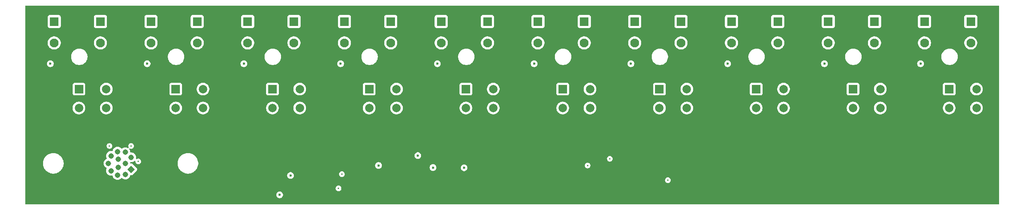
<source format=gbr>
%TF.GenerationSoftware,KiCad,Pcbnew,9.0.0*%
%TF.CreationDate,2025-04-14T19:02:10-07:00*%
%TF.ProjectId,solenoid_10,736f6c65-6e6f-4696-945f-31302e6b6963,rev?*%
%TF.SameCoordinates,Original*%
%TF.FileFunction,Copper,L2,Inr*%
%TF.FilePolarity,Positive*%
%FSLAX46Y46*%
G04 Gerber Fmt 4.6, Leading zero omitted, Abs format (unit mm)*
G04 Created by KiCad (PCBNEW 9.0.0) date 2025-04-14 19:02:10*
%MOMM*%
%LPD*%
G01*
G04 APERTURE LIST*
G04 Aperture macros list*
%AMRotRect*
0 Rectangle, with rotation*
0 The origin of the aperture is its center*
0 $1 length*
0 $2 width*
0 $3 Rotation angle, in degrees counterclockwise*
0 Add horizontal line*
21,1,$1,$2,0,0,$3*%
G04 Aperture macros list end*
%TA.AperFunction,ComponentPad*%
%ADD10R,2.000000X2.000000*%
%TD*%
%TA.AperFunction,ComponentPad*%
%ADD11C,2.000000*%
%TD*%
%TA.AperFunction,ComponentPad*%
%ADD12RotRect,1.308000X1.308000X315.000000*%
%TD*%
%TA.AperFunction,ComponentPad*%
%ADD13C,1.308000*%
%TD*%
%TA.AperFunction,ComponentPad*%
%ADD14R,2.100000X2.100000*%
%TD*%
%TA.AperFunction,ComponentPad*%
%ADD15C,2.100000*%
%TD*%
%TA.AperFunction,ViaPad*%
%ADD16C,0.600000*%
%TD*%
%TA.AperFunction,ViaPad*%
%ADD17C,0.350000*%
%TD*%
%TA.AperFunction,ViaPad*%
%ADD18C,0.500000*%
%TD*%
G04 APERTURE END LIST*
D10*
%TO.N,/CH2_IN*%
%TO.C,S2*%
X143088376Y-85309500D03*
D11*
X149588376Y-85309500D03*
%TO.N,/VGATE*%
X143088376Y-89809500D03*
X149588376Y-89809500D03*
%TD*%
D10*
%TO.N,/CH9_IN*%
%TO.C,S9*%
X304088376Y-85309500D03*
D11*
X310588376Y-85309500D03*
%TO.N,/VGATE*%
X304088376Y-89809500D03*
X310588376Y-89809500D03*
%TD*%
D10*
%TO.N,/CH7_IN*%
%TO.C,S7*%
X258088376Y-85309500D03*
D11*
X264588376Y-85309500D03*
%TO.N,/VGATE*%
X258088376Y-89809500D03*
X264588376Y-89809500D03*
%TD*%
D10*
%TO.N,/CH6_IN*%
%TO.C,S6*%
X235088376Y-85309500D03*
D11*
X241588376Y-85309500D03*
%TO.N,/VGATE*%
X235088376Y-89809500D03*
X241588376Y-89809500D03*
%TD*%
D10*
%TO.N,/CH10_IN*%
%TO.C,S10*%
X326963376Y-85309500D03*
D11*
X333463376Y-85309500D03*
%TO.N,/VGATE*%
X326963376Y-89809500D03*
X333463376Y-89809500D03*
%TD*%
D12*
%TO.N,/CH6_IN*%
%TO.C,J22*%
X132524371Y-104428356D03*
D13*
%TO.N,/CH4_IN*%
X132525078Y-101573766D03*
%TO.N,/CH3_IN*%
X131128542Y-100328551D03*
%TO.N,/CH2_IN*%
X129263195Y-100195615D03*
%TO.N,/CH1_IN*%
X127704024Y-101228698D03*
%TO.N,/CH10_IN*%
X127100155Y-102999293D03*
%TO.N,/CH9_IN*%
X127702610Y-104769888D03*
%TO.N,/CH8_IN*%
X129261781Y-105804385D03*
%TO.N,/CH7_IN*%
X131127128Y-105671449D03*
%TO.N,/CH5_IN*%
X131100258Y-103000000D03*
%TO.N,/+24V*%
X129449871Y-102046820D03*
%TO.N,GND*%
X129449871Y-103953180D03*
%TD*%
D10*
%TO.N,/CH4_IN*%
%TO.C,S4*%
X189088376Y-85309500D03*
D11*
X195588376Y-85309500D03*
%TO.N,/VGATE*%
X189088376Y-89809500D03*
X195588376Y-89809500D03*
%TD*%
D10*
%TO.N,/CH5_IN*%
%TO.C,S5*%
X212088376Y-85309500D03*
D11*
X218588376Y-85309500D03*
%TO.N,/VGATE*%
X212088376Y-89809500D03*
X218588376Y-89809500D03*
%TD*%
D10*
%TO.N,/CH3_IN*%
%TO.C,S3*%
X166088376Y-85309500D03*
D11*
X172588376Y-85309500D03*
%TO.N,/VGATE*%
X166088376Y-89809500D03*
X172588376Y-89809500D03*
%TD*%
D10*
%TO.N,/CH8_IN*%
%TO.C,S8*%
X281088376Y-85309500D03*
D11*
X287588376Y-85309500D03*
%TO.N,/VGATE*%
X281088376Y-89809500D03*
X287588376Y-89809500D03*
%TD*%
D10*
%TO.N,/CH1_IN*%
%TO.C,S1*%
X120088375Y-85309500D03*
D11*
X126588375Y-85309500D03*
%TO.N,/VGATE*%
X120088375Y-89809500D03*
X126588375Y-89809500D03*
%TD*%
D14*
%TO.N,/solenoid_channel1/solenoid_N*%
%TO.C,J3*%
X125213375Y-69219500D03*
D15*
X125213375Y-74299500D03*
%TD*%
D14*
%TO.N,/solenoid_channel3/solenoid_P*%
%TO.C,J6*%
X160213376Y-69219500D03*
D15*
X160213376Y-74299500D03*
%TD*%
D14*
%TO.N,/solenoid_channel10/solenoid_P*%
%TO.C,J20*%
X321088376Y-69219500D03*
D15*
X321088376Y-74299500D03*
%TD*%
D14*
%TO.N,/solenoid_channel5/solenoid_P*%
%TO.C,J10*%
X206213376Y-69219500D03*
D15*
X206213376Y-74299500D03*
%TD*%
D14*
%TO.N,/solenoid_channel6/solenoid_P*%
%TO.C,J12*%
X229213376Y-69219500D03*
D15*
X229213376Y-74299500D03*
%TD*%
D14*
%TO.N,/solenoid_channel4/solenoid_N*%
%TO.C,J9*%
X194213376Y-69219500D03*
D15*
X194213376Y-74299500D03*
%TD*%
D14*
%TO.N,/solenoid_channel6/solenoid_N*%
%TO.C,J13*%
X240213376Y-69219500D03*
D15*
X240213376Y-74299500D03*
%TD*%
D14*
%TO.N,/solenoid_channel7/solenoid_P*%
%TO.C,J14*%
X252213376Y-69219500D03*
D15*
X252213376Y-74299500D03*
%TD*%
D14*
%TO.N,/solenoid_channel2/solenoid_N*%
%TO.C,J5*%
X148213376Y-69219500D03*
D15*
X148213376Y-74299500D03*
%TD*%
D14*
%TO.N,/solenoid_channel4/solenoid_P*%
%TO.C,J8*%
X183213376Y-69219500D03*
D15*
X183213376Y-74299500D03*
%TD*%
D14*
%TO.N,/solenoid_channel9/solenoid_P*%
%TO.C,J18*%
X298213376Y-69219500D03*
D15*
X298213376Y-74299500D03*
%TD*%
D14*
%TO.N,/solenoid_channel7/solenoid_N*%
%TO.C,J15*%
X263213376Y-69219500D03*
D15*
X263213376Y-74299500D03*
%TD*%
D14*
%TO.N,/solenoid_channel2/solenoid_P*%
%TO.C,J4*%
X137213376Y-69219500D03*
D15*
X137213376Y-74299500D03*
%TD*%
D14*
%TO.N,/solenoid_channel9/solenoid_N*%
%TO.C,J19*%
X309213376Y-69219500D03*
D15*
X309213376Y-74299500D03*
%TD*%
D14*
%TO.N,/solenoid_channel3/solenoid_N*%
%TO.C,J7*%
X171213376Y-69219500D03*
D15*
X171213376Y-74299500D03*
%TD*%
D14*
%TO.N,/solenoid_channel1/solenoid_P*%
%TO.C,J2*%
X114213375Y-69219500D03*
D15*
X114213375Y-74299500D03*
%TD*%
D14*
%TO.N,/solenoid_channel8/solenoid_N*%
%TO.C,J17*%
X286213376Y-69219500D03*
D15*
X286213376Y-74299500D03*
%TD*%
D14*
%TO.N,/solenoid_channel8/solenoid_P*%
%TO.C,J16*%
X275213376Y-69219500D03*
D15*
X275213376Y-74299500D03*
%TD*%
D14*
%TO.N,/solenoid_channel10/solenoid_N*%
%TO.C,J21*%
X332088376Y-69219500D03*
D15*
X332088376Y-74299500D03*
%TD*%
D14*
%TO.N,/solenoid_channel5/solenoid_N*%
%TO.C,J11*%
X217213376Y-69219500D03*
D15*
X217213376Y-74299500D03*
%TD*%
D16*
%TO.N,/+24V*%
X191300000Y-103500000D03*
D17*
X134200000Y-102550000D03*
X132500000Y-98850000D03*
D16*
X182300001Y-79250000D03*
X251300001Y-79250000D03*
X274300001Y-79250000D03*
X320175001Y-79250000D03*
X200645000Y-101155000D03*
X228300001Y-79250000D03*
X204250000Y-104000000D03*
X211650000Y-104050000D03*
X297300001Y-79250000D03*
X113300000Y-79250000D03*
X170400000Y-105900000D03*
X136300001Y-79250000D03*
X167800000Y-110500000D03*
D17*
X127350000Y-98850000D03*
D16*
X205300001Y-79250000D03*
X159300001Y-79250000D03*
D18*
%TO.N,GND*%
X160450000Y-104100000D03*
D17*
X133700000Y-105800000D03*
D18*
X204300000Y-109000000D03*
X264800001Y-79900000D03*
X195800001Y-79900000D03*
X244150000Y-110000000D03*
X149800001Y-79900000D03*
D17*
X130200000Y-107150000D03*
D18*
X200650000Y-107250000D03*
X224800000Y-110800000D03*
X234950000Y-107250000D03*
D17*
X128000000Y-106850000D03*
D18*
X218800001Y-79900000D03*
X126800000Y-79900000D03*
X254550000Y-104650000D03*
X172800001Y-79900000D03*
X333675001Y-79900000D03*
X191350000Y-105850000D03*
X173150000Y-104050000D03*
X241800001Y-79900000D03*
X310800001Y-79900000D03*
X287800001Y-79900000D03*
D17*
%TO.N,/VGATE*%
X246300000Y-101900000D03*
X241000000Y-103500000D03*
X260100000Y-107000000D03*
X181800000Y-108950000D03*
X182587500Y-105562500D03*
%TD*%
%TA.AperFunction,Conductor*%
%TO.N,GND*%
G36*
X338743039Y-65419685D02*
G01*
X338788794Y-65472489D01*
X338800000Y-65524000D01*
X338800000Y-112625500D01*
X338780315Y-112692539D01*
X338727511Y-112738294D01*
X338676000Y-112749500D01*
X107424000Y-112749500D01*
X107356961Y-112729815D01*
X107311206Y-112677011D01*
X107300000Y-112625500D01*
X107300000Y-110421153D01*
X166999500Y-110421153D01*
X166999500Y-110578846D01*
X167030261Y-110733489D01*
X167030264Y-110733501D01*
X167090602Y-110879172D01*
X167090609Y-110879185D01*
X167178210Y-111010288D01*
X167178213Y-111010292D01*
X167289707Y-111121786D01*
X167289711Y-111121789D01*
X167420814Y-111209390D01*
X167420827Y-111209397D01*
X167566498Y-111269735D01*
X167566503Y-111269737D01*
X167721153Y-111300499D01*
X167721156Y-111300500D01*
X167721158Y-111300500D01*
X167878844Y-111300500D01*
X167878845Y-111300499D01*
X168033497Y-111269737D01*
X168179179Y-111209394D01*
X168310289Y-111121789D01*
X168421789Y-111010289D01*
X168509394Y-110879179D01*
X168569737Y-110733497D01*
X168600500Y-110578842D01*
X168600500Y-110421158D01*
X168600500Y-110421155D01*
X168600499Y-110421153D01*
X168569738Y-110266510D01*
X168569737Y-110266503D01*
X168569735Y-110266498D01*
X168509397Y-110120827D01*
X168509390Y-110120814D01*
X168421789Y-109989711D01*
X168421786Y-109989707D01*
X168310292Y-109878213D01*
X168310288Y-109878210D01*
X168179185Y-109790609D01*
X168179172Y-109790602D01*
X168033501Y-109730264D01*
X168033489Y-109730261D01*
X167878845Y-109699500D01*
X167878842Y-109699500D01*
X167721158Y-109699500D01*
X167721155Y-109699500D01*
X167566510Y-109730261D01*
X167566498Y-109730264D01*
X167420827Y-109790602D01*
X167420814Y-109790609D01*
X167289711Y-109878210D01*
X167289707Y-109878213D01*
X167178213Y-109989707D01*
X167178210Y-109989711D01*
X167090609Y-110120814D01*
X167090602Y-110120827D01*
X167030264Y-110266498D01*
X167030261Y-110266510D01*
X166999500Y-110421153D01*
X107300000Y-110421153D01*
X107300000Y-109016533D01*
X181124499Y-109016533D01*
X181150458Y-109147030D01*
X181150461Y-109147040D01*
X181201376Y-109269961D01*
X181201386Y-109269979D01*
X181275301Y-109380601D01*
X181275307Y-109380609D01*
X181369390Y-109474692D01*
X181369398Y-109474698D01*
X181480020Y-109548613D01*
X181480023Y-109548614D01*
X181480031Y-109548620D01*
X181602964Y-109599540D01*
X181602968Y-109599540D01*
X181602969Y-109599541D01*
X181733466Y-109625500D01*
X181733469Y-109625500D01*
X181866533Y-109625500D01*
X181954325Y-109608035D01*
X181997036Y-109599540D01*
X182119969Y-109548620D01*
X182230606Y-109474695D01*
X182324695Y-109380606D01*
X182398620Y-109269969D01*
X182449540Y-109147036D01*
X182475500Y-109016531D01*
X182475500Y-108883469D01*
X182475500Y-108883466D01*
X182449541Y-108752969D01*
X182449540Y-108752968D01*
X182449540Y-108752964D01*
X182398620Y-108630031D01*
X182324695Y-108519394D01*
X182324692Y-108519390D01*
X182230609Y-108425307D01*
X182230601Y-108425301D01*
X182119979Y-108351386D01*
X182119972Y-108351382D01*
X182119969Y-108351380D01*
X182119965Y-108351378D01*
X182119961Y-108351376D01*
X181997040Y-108300461D01*
X181997030Y-108300458D01*
X181866533Y-108274500D01*
X181866531Y-108274500D01*
X181733469Y-108274500D01*
X181733467Y-108274500D01*
X181602969Y-108300458D01*
X181602959Y-108300461D01*
X181480038Y-108351376D01*
X181480020Y-108351386D01*
X181369398Y-108425301D01*
X181369390Y-108425307D01*
X181275307Y-108519390D01*
X181275301Y-108519398D01*
X181201386Y-108630020D01*
X181201376Y-108630038D01*
X181150461Y-108752959D01*
X181150458Y-108752969D01*
X181124500Y-108883466D01*
X181124500Y-108883469D01*
X181124500Y-109016531D01*
X181124500Y-109016533D01*
X181124499Y-109016533D01*
X107300000Y-109016533D01*
X107300000Y-107066533D01*
X259424499Y-107066533D01*
X259450458Y-107197030D01*
X259450461Y-107197040D01*
X259501376Y-107319961D01*
X259501386Y-107319979D01*
X259575301Y-107430601D01*
X259575307Y-107430609D01*
X259669390Y-107524692D01*
X259669398Y-107524698D01*
X259780020Y-107598613D01*
X259780023Y-107598614D01*
X259780031Y-107598620D01*
X259902964Y-107649540D01*
X259902968Y-107649540D01*
X259902969Y-107649541D01*
X260033466Y-107675500D01*
X260033469Y-107675500D01*
X260166533Y-107675500D01*
X260254325Y-107658035D01*
X260297036Y-107649540D01*
X260419969Y-107598620D01*
X260530606Y-107524695D01*
X260624695Y-107430606D01*
X260698620Y-107319969D01*
X260749540Y-107197036D01*
X260775500Y-107066531D01*
X260775500Y-106933469D01*
X260775500Y-106933466D01*
X260749541Y-106802969D01*
X260749540Y-106802968D01*
X260749540Y-106802964D01*
X260749538Y-106802959D01*
X260698623Y-106680038D01*
X260698622Y-106680037D01*
X260698620Y-106680031D01*
X260691742Y-106669738D01*
X260624698Y-106569398D01*
X260624692Y-106569390D01*
X260530609Y-106475307D01*
X260530601Y-106475301D01*
X260419979Y-106401386D01*
X260419972Y-106401382D01*
X260419969Y-106401380D01*
X260419965Y-106401378D01*
X260419961Y-106401376D01*
X260297040Y-106350461D01*
X260297030Y-106350458D01*
X260166533Y-106324500D01*
X260166531Y-106324500D01*
X260033469Y-106324500D01*
X260033467Y-106324500D01*
X259902969Y-106350458D01*
X259902959Y-106350461D01*
X259780038Y-106401376D01*
X259780020Y-106401386D01*
X259669398Y-106475301D01*
X259669390Y-106475307D01*
X259575307Y-106569390D01*
X259575301Y-106569398D01*
X259501386Y-106680020D01*
X259501376Y-106680038D01*
X259450461Y-106802959D01*
X259450458Y-106802969D01*
X259424500Y-106933466D01*
X259424500Y-106933469D01*
X259424500Y-107066531D01*
X259424500Y-107066533D01*
X259424499Y-107066533D01*
X107300000Y-107066533D01*
X107300000Y-102862378D01*
X111549500Y-102862378D01*
X111549500Y-103137621D01*
X111580315Y-103411108D01*
X111580317Y-103411124D01*
X111641561Y-103679453D01*
X111641565Y-103679465D01*
X111732467Y-103939246D01*
X111851884Y-104187218D01*
X111857153Y-104195603D01*
X111998319Y-104420268D01*
X112169925Y-104635455D01*
X112364545Y-104830075D01*
X112579732Y-105001681D01*
X112812779Y-105148114D01*
X113060757Y-105267534D01*
X113255865Y-105335805D01*
X113320534Y-105358434D01*
X113320546Y-105358438D01*
X113588879Y-105419683D01*
X113862378Y-105450499D01*
X113862379Y-105450500D01*
X113862383Y-105450500D01*
X114137621Y-105450500D01*
X114137621Y-105450499D01*
X114411121Y-105419683D01*
X114679454Y-105358438D01*
X114939243Y-105267534D01*
X115187221Y-105148114D01*
X115420268Y-105001681D01*
X115635455Y-104830075D01*
X115830075Y-104635455D01*
X116001681Y-104420268D01*
X116148114Y-104187221D01*
X116267534Y-103939243D01*
X116358438Y-103679454D01*
X116419683Y-103411121D01*
X116450500Y-103137617D01*
X116450500Y-102908432D01*
X125945655Y-102908432D01*
X125945655Y-103090154D01*
X125953173Y-103137621D01*
X125974083Y-103269640D01*
X125974083Y-103269643D01*
X126030236Y-103442464D01*
X126030238Y-103442467D01*
X126112738Y-103604383D01*
X126219552Y-103751399D01*
X126348049Y-103879896D01*
X126404837Y-103921155D01*
X126495066Y-103986711D01*
X126631375Y-104056163D01*
X126682172Y-104104137D01*
X126698967Y-104171958D01*
X126685566Y-104222942D01*
X126632695Y-104326708D01*
X126632691Y-104326716D01*
X126576538Y-104499537D01*
X126576538Y-104499540D01*
X126565249Y-104570815D01*
X126548110Y-104679027D01*
X126548110Y-104860749D01*
X126558094Y-104923782D01*
X126576538Y-105040235D01*
X126576538Y-105040238D01*
X126632691Y-105213059D01*
X126632693Y-105213062D01*
X126715193Y-105374978D01*
X126822007Y-105521994D01*
X126950504Y-105650491D01*
X127097520Y-105757305D01*
X127259436Y-105839805D01*
X127259438Y-105839806D01*
X127420639Y-105892182D01*
X127432264Y-105895960D01*
X127611749Y-105924388D01*
X127611750Y-105924388D01*
X127793470Y-105924388D01*
X127793471Y-105924388D01*
X127886373Y-105909673D01*
X127977768Y-105895198D01*
X127977971Y-105896480D01*
X128041805Y-105899668D01*
X128098626Y-105940327D01*
X128123453Y-105997356D01*
X128135709Y-106074733D01*
X128135709Y-106074735D01*
X128191862Y-106247556D01*
X128191864Y-106247559D01*
X128274364Y-106409475D01*
X128381178Y-106556491D01*
X128509675Y-106684988D01*
X128656691Y-106791802D01*
X128818607Y-106874302D01*
X128818609Y-106874303D01*
X128979810Y-106926679D01*
X128991435Y-106930457D01*
X129170920Y-106958885D01*
X129170921Y-106958885D01*
X129352641Y-106958885D01*
X129352642Y-106958885D01*
X129532127Y-106930457D01*
X129532130Y-106930456D01*
X129532131Y-106930456D01*
X129704952Y-106874303D01*
X129704952Y-106874302D01*
X129704955Y-106874302D01*
X129866871Y-106791802D01*
X130013887Y-106684988D01*
X130142384Y-106556491D01*
X130156809Y-106536636D01*
X130212136Y-106493970D01*
X130281749Y-106487989D01*
X130343545Y-106520593D01*
X130344809Y-106521839D01*
X130375022Y-106552052D01*
X130522038Y-106658866D01*
X130683954Y-106741366D01*
X130683956Y-106741367D01*
X130839178Y-106791801D01*
X130856782Y-106797521D01*
X131036267Y-106825949D01*
X131036268Y-106825949D01*
X131217988Y-106825949D01*
X131217989Y-106825949D01*
X131290882Y-106814403D01*
X131350861Y-106804904D01*
X131357111Y-106803913D01*
X131397474Y-106797521D01*
X131397477Y-106797520D01*
X131397478Y-106797520D01*
X131570299Y-106741367D01*
X131570299Y-106741366D01*
X131570302Y-106741366D01*
X131732218Y-106658866D01*
X131879234Y-106552052D01*
X132007731Y-106423555D01*
X132114545Y-106276539D01*
X132197045Y-106114623D01*
X132253200Y-105941795D01*
X132253200Y-105941789D01*
X132254336Y-105937064D01*
X132255774Y-105937409D01*
X132282878Y-105880230D01*
X132342188Y-105843296D01*
X132393071Y-105840021D01*
X132524371Y-105858898D01*
X132666828Y-105838417D01*
X132704630Y-105821153D01*
X169599500Y-105821153D01*
X169599500Y-105978846D01*
X169630261Y-106133489D01*
X169630264Y-106133501D01*
X169690602Y-106279172D01*
X169690609Y-106279185D01*
X169778210Y-106410288D01*
X169778213Y-106410292D01*
X169889707Y-106521786D01*
X169889711Y-106521789D01*
X170020814Y-106609390D01*
X170020827Y-106609397D01*
X170140255Y-106658865D01*
X170166503Y-106669737D01*
X170321153Y-106700499D01*
X170321156Y-106700500D01*
X170321158Y-106700500D01*
X170478844Y-106700500D01*
X170478845Y-106700499D01*
X170633497Y-106669737D01*
X170779179Y-106609394D01*
X170910289Y-106521789D01*
X171021789Y-106410289D01*
X171109394Y-106279179D01*
X171169737Y-106133497D01*
X171200500Y-105978842D01*
X171200500Y-105821158D01*
X171200500Y-105821155D01*
X171200499Y-105821153D01*
X171194416Y-105790573D01*
X171169737Y-105666503D01*
X171163105Y-105650491D01*
X171154217Y-105629033D01*
X181911999Y-105629033D01*
X181937958Y-105759530D01*
X181937961Y-105759540D01*
X181988876Y-105882461D01*
X181988886Y-105882479D01*
X182062801Y-105993101D01*
X182062807Y-105993109D01*
X182156890Y-106087192D01*
X182156898Y-106087198D01*
X182267520Y-106161113D01*
X182267523Y-106161114D01*
X182267531Y-106161120D01*
X182390464Y-106212040D01*
X182390468Y-106212040D01*
X182390469Y-106212041D01*
X182520966Y-106238000D01*
X182520969Y-106238000D01*
X182654033Y-106238000D01*
X182741825Y-106220535D01*
X182784536Y-106212040D01*
X182907469Y-106161120D01*
X183018106Y-106087195D01*
X183112195Y-105993106D01*
X183186120Y-105882469D01*
X183237040Y-105759536D01*
X183263000Y-105629031D01*
X183263000Y-105495969D01*
X183263000Y-105495966D01*
X183237041Y-105365469D01*
X183237040Y-105365468D01*
X183237040Y-105365464D01*
X183200899Y-105278210D01*
X183186123Y-105242538D01*
X183186122Y-105242537D01*
X183186120Y-105242531D01*
X183151422Y-105190602D01*
X183112198Y-105131898D01*
X183112192Y-105131890D01*
X183018109Y-105037807D01*
X183018101Y-105037801D01*
X182907479Y-104963886D01*
X182907472Y-104963882D01*
X182907469Y-104963880D01*
X182907465Y-104963878D01*
X182907461Y-104963876D01*
X182784540Y-104912961D01*
X182784530Y-104912958D01*
X182654033Y-104887000D01*
X182654031Y-104887000D01*
X182520969Y-104887000D01*
X182520967Y-104887000D01*
X182390469Y-104912958D01*
X182390459Y-104912961D01*
X182267538Y-104963876D01*
X182267520Y-104963886D01*
X182156898Y-105037801D01*
X182156890Y-105037807D01*
X182062807Y-105131890D01*
X182062801Y-105131898D01*
X181988886Y-105242520D01*
X181988876Y-105242538D01*
X181937961Y-105365459D01*
X181937958Y-105365469D01*
X181912000Y-105495966D01*
X181912000Y-105495969D01*
X181912000Y-105629031D01*
X181912000Y-105629033D01*
X181911999Y-105629033D01*
X171154217Y-105629033D01*
X171116243Y-105537355D01*
X171116231Y-105537328D01*
X171109394Y-105520821D01*
X171109390Y-105520814D01*
X171021789Y-105389711D01*
X171021786Y-105389707D01*
X170910292Y-105278213D01*
X170910288Y-105278210D01*
X170779185Y-105190609D01*
X170779172Y-105190602D01*
X170633501Y-105130264D01*
X170633489Y-105130261D01*
X170478845Y-105099500D01*
X170478842Y-105099500D01*
X170321158Y-105099500D01*
X170321155Y-105099500D01*
X170166510Y-105130261D01*
X170166498Y-105130264D01*
X170020827Y-105190602D01*
X170020814Y-105190609D01*
X169889711Y-105278210D01*
X169889707Y-105278213D01*
X169778213Y-105389707D01*
X169778210Y-105389711D01*
X169690609Y-105520814D01*
X169690602Y-105520827D01*
X169630264Y-105666498D01*
X169630261Y-105666510D01*
X169599500Y-105821153D01*
X132704630Y-105821153D01*
X132797744Y-105778629D01*
X132844427Y-105741010D01*
X132844436Y-105741001D01*
X132858053Y-105727385D01*
X133672478Y-104912958D01*
X133837024Y-104748412D01*
X133874644Y-104701729D01*
X133934432Y-104570813D01*
X133954913Y-104428356D01*
X133934432Y-104285899D01*
X133933331Y-104283489D01*
X133874645Y-104154985D01*
X133874644Y-104154984D01*
X133874644Y-104154983D01*
X133837025Y-104108300D01*
X133837020Y-104108295D01*
X133837016Y-104108290D01*
X132844434Y-103115710D01*
X132844427Y-103115703D01*
X132797744Y-103078083D01*
X132797742Y-103078082D01*
X132797740Y-103078080D01*
X132666830Y-103018295D01*
X132666826Y-103018294D01*
X132524371Y-102997814D01*
X132395488Y-103016343D01*
X132387408Y-103015181D01*
X132379611Y-103017592D01*
X132353333Y-103010281D01*
X132326329Y-103006399D01*
X132320159Y-103001053D01*
X132312298Y-102998866D01*
X132294141Y-102978507D01*
X132273526Y-102960643D01*
X132270030Y-102951471D01*
X132265794Y-102946721D01*
X132255368Y-102913001D01*
X132254758Y-102909149D01*
X132254758Y-102909139D01*
X132247453Y-102863020D01*
X132256409Y-102793731D01*
X132301406Y-102740280D01*
X132368158Y-102719641D01*
X132389315Y-102721154D01*
X132434217Y-102728266D01*
X132434219Y-102728266D01*
X132615938Y-102728266D01*
X132615939Y-102728266D01*
X132795424Y-102699838D01*
X132795427Y-102699837D01*
X132795428Y-102699837D01*
X132968249Y-102643684D01*
X132968249Y-102643683D01*
X132968252Y-102643683D01*
X133130168Y-102561183D01*
X133277184Y-102454369D01*
X133312819Y-102418734D01*
X133374142Y-102385249D01*
X133443834Y-102390233D01*
X133499767Y-102432105D01*
X133524184Y-102497569D01*
X133524500Y-102506415D01*
X133524500Y-102616531D01*
X133524500Y-102616533D01*
X133524499Y-102616533D01*
X133550458Y-102747030D01*
X133550461Y-102747040D01*
X133601376Y-102869961D01*
X133601386Y-102869979D01*
X133675301Y-102980601D01*
X133675307Y-102980609D01*
X133769390Y-103074692D01*
X133769398Y-103074698D01*
X133880020Y-103148613D01*
X133880023Y-103148614D01*
X133880031Y-103148620D01*
X133880037Y-103148622D01*
X133880038Y-103148623D01*
X134002867Y-103199500D01*
X134002964Y-103199540D01*
X134002968Y-103199540D01*
X134002969Y-103199541D01*
X134133466Y-103225500D01*
X134133469Y-103225500D01*
X134266533Y-103225500D01*
X134387680Y-103201401D01*
X134397036Y-103199540D01*
X134519969Y-103148620D01*
X134630606Y-103074695D01*
X134724695Y-102980606D01*
X134798620Y-102869969D01*
X134801764Y-102862378D01*
X143549500Y-102862378D01*
X143549500Y-103137621D01*
X143580315Y-103411108D01*
X143580317Y-103411124D01*
X143641561Y-103679453D01*
X143641565Y-103679465D01*
X143732467Y-103939246D01*
X143851884Y-104187218D01*
X143857153Y-104195603D01*
X143998319Y-104420268D01*
X144169925Y-104635455D01*
X144364545Y-104830075D01*
X144579732Y-105001681D01*
X144812779Y-105148114D01*
X145060757Y-105267534D01*
X145255865Y-105335805D01*
X145320534Y-105358434D01*
X145320546Y-105358438D01*
X145588879Y-105419683D01*
X145862378Y-105450499D01*
X145862379Y-105450500D01*
X145862383Y-105450500D01*
X146137621Y-105450500D01*
X146137621Y-105450499D01*
X146411121Y-105419683D01*
X146679454Y-105358438D01*
X146939243Y-105267534D01*
X147187221Y-105148114D01*
X147420268Y-105001681D01*
X147635455Y-104830075D01*
X147830075Y-104635455D01*
X148001681Y-104420268D01*
X148148114Y-104187221D01*
X148267534Y-103939243D01*
X148358438Y-103679454D01*
X148417393Y-103421153D01*
X190499500Y-103421153D01*
X190499500Y-103578846D01*
X190530261Y-103733489D01*
X190530264Y-103733501D01*
X190590602Y-103879172D01*
X190590609Y-103879185D01*
X190678210Y-104010288D01*
X190678213Y-104010292D01*
X190789707Y-104121786D01*
X190789711Y-104121789D01*
X190920814Y-104209390D01*
X190920827Y-104209397D01*
X191027508Y-104253585D01*
X191066503Y-104269737D01*
X191191839Y-104294668D01*
X191221153Y-104300499D01*
X191221156Y-104300500D01*
X191221158Y-104300500D01*
X191378844Y-104300500D01*
X191378845Y-104300499D01*
X191533497Y-104269737D01*
X191679179Y-104209394D01*
X191810289Y-104121789D01*
X191921789Y-104010289D01*
X191981348Y-103921153D01*
X203449500Y-103921153D01*
X203449500Y-104078846D01*
X203480261Y-104233489D01*
X203480264Y-104233501D01*
X203540602Y-104379172D01*
X203540609Y-104379185D01*
X203628210Y-104510288D01*
X203628213Y-104510292D01*
X203739707Y-104621786D01*
X203739711Y-104621789D01*
X203870814Y-104709390D01*
X203870827Y-104709397D01*
X204016498Y-104769735D01*
X204016503Y-104769737D01*
X204171153Y-104800499D01*
X204171156Y-104800500D01*
X204171158Y-104800500D01*
X204328844Y-104800500D01*
X204328845Y-104800499D01*
X204483497Y-104769737D01*
X204629179Y-104709394D01*
X204760289Y-104621789D01*
X204871789Y-104510289D01*
X204959394Y-104379179D01*
X205019737Y-104233497D01*
X205050500Y-104078842D01*
X205050500Y-103971153D01*
X210849500Y-103971153D01*
X210849500Y-104128846D01*
X210880261Y-104283489D01*
X210880264Y-104283501D01*
X210940602Y-104429172D01*
X210940609Y-104429185D01*
X211028210Y-104560288D01*
X211028213Y-104560292D01*
X211139707Y-104671786D01*
X211139711Y-104671789D01*
X211270814Y-104759390D01*
X211270827Y-104759397D01*
X211370060Y-104800500D01*
X211416503Y-104819737D01*
X211571153Y-104850499D01*
X211571156Y-104850500D01*
X211571158Y-104850500D01*
X211728844Y-104850500D01*
X211728845Y-104850499D01*
X211883497Y-104819737D01*
X212029179Y-104759394D01*
X212160289Y-104671789D01*
X212271789Y-104560289D01*
X212359394Y-104429179D01*
X212419737Y-104283497D01*
X212450500Y-104128842D01*
X212450500Y-103971158D01*
X212450500Y-103971155D01*
X212450499Y-103971153D01*
X212432203Y-103879175D01*
X212419737Y-103816503D01*
X212419735Y-103816498D01*
X212359397Y-103670827D01*
X212359390Y-103670814D01*
X212289711Y-103566533D01*
X240324499Y-103566533D01*
X240350458Y-103697030D01*
X240350461Y-103697040D01*
X240401376Y-103819961D01*
X240401386Y-103819979D01*
X240475301Y-103930601D01*
X240475307Y-103930609D01*
X240569390Y-104024692D01*
X240569398Y-104024698D01*
X240680020Y-104098613D01*
X240680023Y-104098614D01*
X240680031Y-104098620D01*
X240680037Y-104098622D01*
X240680038Y-104098623D01*
X240752994Y-104128842D01*
X240802964Y-104149540D01*
X240802968Y-104149540D01*
X240802969Y-104149541D01*
X240933466Y-104175500D01*
X240933469Y-104175500D01*
X241066533Y-104175500D01*
X241172101Y-104154500D01*
X241197036Y-104149540D01*
X241319969Y-104098620D01*
X241430606Y-104024695D01*
X241524695Y-103930606D01*
X241598620Y-103819969D01*
X241649540Y-103697036D01*
X241662258Y-103633100D01*
X241675500Y-103566533D01*
X241675500Y-103433466D01*
X241649541Y-103302969D01*
X241649540Y-103302968D01*
X241649540Y-103302964D01*
X241649538Y-103302959D01*
X241598623Y-103180038D01*
X241598622Y-103180037D01*
X241598620Y-103180031D01*
X241577627Y-103148613D01*
X241524698Y-103069398D01*
X241524692Y-103069390D01*
X241430609Y-102975307D01*
X241430601Y-102975301D01*
X241319979Y-102901386D01*
X241319972Y-102901382D01*
X241319969Y-102901380D01*
X241319965Y-102901378D01*
X241319961Y-102901376D01*
X241197040Y-102850461D01*
X241197030Y-102850458D01*
X241066533Y-102824500D01*
X241066531Y-102824500D01*
X240933469Y-102824500D01*
X240933467Y-102824500D01*
X240802969Y-102850458D01*
X240802959Y-102850461D01*
X240680038Y-102901376D01*
X240680020Y-102901386D01*
X240569398Y-102975301D01*
X240569390Y-102975307D01*
X240475307Y-103069390D01*
X240475301Y-103069398D01*
X240401386Y-103180020D01*
X240401376Y-103180038D01*
X240350461Y-103302959D01*
X240350458Y-103302969D01*
X240324500Y-103433466D01*
X240324500Y-103433469D01*
X240324500Y-103566531D01*
X240324500Y-103566533D01*
X240324499Y-103566533D01*
X212289711Y-103566533D01*
X212271789Y-103539711D01*
X212271786Y-103539707D01*
X212160292Y-103428213D01*
X212160288Y-103428210D01*
X212029185Y-103340609D01*
X212029172Y-103340602D01*
X211883501Y-103280264D01*
X211883489Y-103280261D01*
X211728845Y-103249500D01*
X211728842Y-103249500D01*
X211571158Y-103249500D01*
X211571155Y-103249500D01*
X211416510Y-103280261D01*
X211416498Y-103280264D01*
X211270827Y-103340602D01*
X211270814Y-103340609D01*
X211139711Y-103428210D01*
X211139707Y-103428213D01*
X211028213Y-103539707D01*
X211028210Y-103539711D01*
X210940609Y-103670814D01*
X210940602Y-103670827D01*
X210880264Y-103816498D01*
X210880261Y-103816510D01*
X210849500Y-103971153D01*
X205050500Y-103971153D01*
X205050500Y-103921158D01*
X205050500Y-103921155D01*
X205050499Y-103921153D01*
X205030372Y-103819969D01*
X205019737Y-103766503D01*
X204983685Y-103679465D01*
X204959397Y-103620827D01*
X204959390Y-103620814D01*
X204871789Y-103489711D01*
X204871786Y-103489707D01*
X204760292Y-103378213D01*
X204760288Y-103378210D01*
X204629185Y-103290609D01*
X204629172Y-103290602D01*
X204483501Y-103230264D01*
X204483489Y-103230261D01*
X204328845Y-103199500D01*
X204328842Y-103199500D01*
X204171158Y-103199500D01*
X204171155Y-103199500D01*
X204016510Y-103230261D01*
X204016498Y-103230264D01*
X203870827Y-103290602D01*
X203870814Y-103290609D01*
X203739711Y-103378210D01*
X203739707Y-103378213D01*
X203628213Y-103489707D01*
X203628210Y-103489711D01*
X203540609Y-103620814D01*
X203540602Y-103620827D01*
X203480264Y-103766498D01*
X203480261Y-103766510D01*
X203449500Y-103921153D01*
X191981348Y-103921153D01*
X192009394Y-103879179D01*
X192069737Y-103733497D01*
X192100500Y-103578842D01*
X192100500Y-103421158D01*
X192100500Y-103421155D01*
X192100499Y-103421153D01*
X192098504Y-103411124D01*
X192069737Y-103266503D01*
X192062694Y-103249500D01*
X192009397Y-103120827D01*
X192009390Y-103120814D01*
X191921789Y-102989711D01*
X191921786Y-102989707D01*
X191810292Y-102878213D01*
X191810288Y-102878210D01*
X191679185Y-102790609D01*
X191679172Y-102790602D01*
X191533501Y-102730264D01*
X191533489Y-102730261D01*
X191378845Y-102699500D01*
X191378842Y-102699500D01*
X191221158Y-102699500D01*
X191221155Y-102699500D01*
X191066510Y-102730261D01*
X191066498Y-102730264D01*
X190920827Y-102790602D01*
X190920814Y-102790609D01*
X190789711Y-102878210D01*
X190789707Y-102878213D01*
X190678213Y-102989707D01*
X190678210Y-102989711D01*
X190590609Y-103120814D01*
X190590602Y-103120827D01*
X190530264Y-103266498D01*
X190530261Y-103266510D01*
X190499500Y-103421153D01*
X148417393Y-103421153D01*
X148419683Y-103411121D01*
X148450500Y-103137617D01*
X148450500Y-102862383D01*
X148419683Y-102588879D01*
X148358438Y-102320546D01*
X148267534Y-102060757D01*
X148222158Y-101966533D01*
X245624499Y-101966533D01*
X245650458Y-102097030D01*
X245650461Y-102097040D01*
X245701376Y-102219961D01*
X245701386Y-102219979D01*
X245775301Y-102330601D01*
X245775307Y-102330609D01*
X245869390Y-102424692D01*
X245869398Y-102424698D01*
X245980020Y-102498613D01*
X245980023Y-102498614D01*
X245980031Y-102498620D01*
X246102964Y-102549540D01*
X246102968Y-102549540D01*
X246102969Y-102549541D01*
X246233466Y-102575500D01*
X246233469Y-102575500D01*
X246366533Y-102575500D01*
X246463967Y-102556118D01*
X246497036Y-102549540D01*
X246619969Y-102498620D01*
X246730606Y-102424695D01*
X246824695Y-102330606D01*
X246898620Y-102219969D01*
X246949540Y-102097036D01*
X246963809Y-102025305D01*
X246975500Y-101966533D01*
X246975500Y-101833466D01*
X246949541Y-101702969D01*
X246949540Y-101702968D01*
X246949540Y-101702964D01*
X246933934Y-101665288D01*
X246898623Y-101580038D01*
X246898622Y-101580037D01*
X246898620Y-101580031D01*
X246898420Y-101579732D01*
X246824698Y-101469398D01*
X246824692Y-101469390D01*
X246730609Y-101375307D01*
X246730601Y-101375301D01*
X246619979Y-101301386D01*
X246619972Y-101301382D01*
X246619969Y-101301380D01*
X246619965Y-101301378D01*
X246619961Y-101301376D01*
X246497040Y-101250461D01*
X246497030Y-101250458D01*
X246366533Y-101224500D01*
X246366531Y-101224500D01*
X246233469Y-101224500D01*
X246233467Y-101224500D01*
X246102969Y-101250458D01*
X246102959Y-101250461D01*
X245980038Y-101301376D01*
X245980020Y-101301386D01*
X245869398Y-101375301D01*
X245869390Y-101375307D01*
X245775307Y-101469390D01*
X245775301Y-101469398D01*
X245701386Y-101580020D01*
X245701376Y-101580038D01*
X245650461Y-101702959D01*
X245650458Y-101702969D01*
X245624500Y-101833466D01*
X245624500Y-101833469D01*
X245624500Y-101966531D01*
X245624500Y-101966533D01*
X245624499Y-101966533D01*
X148222158Y-101966533D01*
X148172972Y-101864397D01*
X148148115Y-101812781D01*
X148146822Y-101810723D01*
X148001681Y-101579732D01*
X147830075Y-101364545D01*
X147635455Y-101169925D01*
X147635454Y-101169924D01*
X147635450Y-101169920D01*
X147631809Y-101167016D01*
X147631804Y-101167013D01*
X147543893Y-101096906D01*
X147517869Y-101076153D01*
X199844500Y-101076153D01*
X199844500Y-101233846D01*
X199875261Y-101388489D01*
X199875264Y-101388501D01*
X199935602Y-101534172D01*
X199935609Y-101534185D01*
X200023210Y-101665288D01*
X200023213Y-101665292D01*
X200134707Y-101776786D01*
X200134711Y-101776789D01*
X200265814Y-101864390D01*
X200265827Y-101864397D01*
X200411498Y-101924735D01*
X200411503Y-101924737D01*
X200545446Y-101951380D01*
X200566153Y-101955499D01*
X200566156Y-101955500D01*
X200566158Y-101955500D01*
X200723844Y-101955500D01*
X200723845Y-101955499D01*
X200878497Y-101924737D01*
X201024179Y-101864394D01*
X201155289Y-101776789D01*
X201157007Y-101775071D01*
X201192383Y-101739696D01*
X201266786Y-101665292D01*
X201266789Y-101665289D01*
X201354394Y-101534179D01*
X201359392Y-101522114D01*
X201381230Y-101469390D01*
X201414737Y-101388497D01*
X201445500Y-101233842D01*
X201445500Y-101076158D01*
X201445500Y-101076155D01*
X201445499Y-101076153D01*
X201430017Y-100998319D01*
X201414737Y-100921503D01*
X201373381Y-100821660D01*
X201354397Y-100775827D01*
X201354390Y-100775814D01*
X201266789Y-100644711D01*
X201266786Y-100644707D01*
X201155292Y-100533213D01*
X201155288Y-100533210D01*
X201024185Y-100445609D01*
X201024172Y-100445602D01*
X200878501Y-100385264D01*
X200878489Y-100385261D01*
X200723845Y-100354500D01*
X200723842Y-100354500D01*
X200566158Y-100354500D01*
X200566155Y-100354500D01*
X200411510Y-100385261D01*
X200411498Y-100385264D01*
X200265827Y-100445602D01*
X200265814Y-100445609D01*
X200134711Y-100533210D01*
X200134707Y-100533213D01*
X200023213Y-100644707D01*
X200023210Y-100644711D01*
X199935609Y-100775814D01*
X199935602Y-100775827D01*
X199875264Y-100921498D01*
X199875261Y-100921510D01*
X199844500Y-101076153D01*
X147517869Y-101076153D01*
X147420268Y-100998319D01*
X147187221Y-100851886D01*
X147187218Y-100851884D01*
X146939246Y-100732467D01*
X146679465Y-100641565D01*
X146679453Y-100641561D01*
X146411124Y-100580317D01*
X146411108Y-100580315D01*
X146137621Y-100549500D01*
X146137617Y-100549500D01*
X145862383Y-100549500D01*
X145862379Y-100549500D01*
X145588891Y-100580315D01*
X145588875Y-100580317D01*
X145320546Y-100641561D01*
X145320534Y-100641565D01*
X145060753Y-100732467D01*
X144812781Y-100851884D01*
X144579733Y-100998318D01*
X144364545Y-101169924D01*
X144169924Y-101364545D01*
X143998318Y-101579733D01*
X143851884Y-101812781D01*
X143732467Y-102060753D01*
X143641565Y-102320534D01*
X143641561Y-102320546D01*
X143580317Y-102588875D01*
X143580315Y-102588891D01*
X143549500Y-102862378D01*
X134801764Y-102862378D01*
X134849540Y-102747036D01*
X134867748Y-102655502D01*
X134875500Y-102616533D01*
X134875500Y-102483466D01*
X134849541Y-102352969D01*
X134849540Y-102352968D01*
X134849540Y-102352964D01*
X134798620Y-102230031D01*
X134791903Y-102219979D01*
X134724698Y-102119398D01*
X134724692Y-102119390D01*
X134630609Y-102025307D01*
X134630601Y-102025301D01*
X134519979Y-101951386D01*
X134519970Y-101951381D01*
X134519969Y-101951380D01*
X134519965Y-101951378D01*
X134519961Y-101951376D01*
X134397040Y-101900461D01*
X134397030Y-101900458D01*
X134266533Y-101874500D01*
X134266531Y-101874500D01*
X134133469Y-101874500D01*
X134133467Y-101874500D01*
X134002969Y-101900458D01*
X134002959Y-101900461D01*
X133880038Y-101951376D01*
X133880029Y-101951381D01*
X133840168Y-101978015D01*
X133773490Y-101998891D01*
X133706110Y-101980405D01*
X133659421Y-101928425D01*
X133648246Y-101859455D01*
X133650706Y-101845962D01*
X133651150Y-101844112D01*
X133661813Y-101776789D01*
X133679578Y-101664627D01*
X133679578Y-101482905D01*
X133651150Y-101303420D01*
X133651149Y-101303416D01*
X133651149Y-101303415D01*
X133594996Y-101130594D01*
X133594994Y-101130591D01*
X133569552Y-101080657D01*
X133512495Y-100968676D01*
X133405681Y-100821660D01*
X133277184Y-100693163D01*
X133130168Y-100586349D01*
X132968252Y-100503849D01*
X132968249Y-100503847D01*
X132795426Y-100447694D01*
X132623717Y-100420498D01*
X132615939Y-100419266D01*
X132434217Y-100419266D01*
X132434213Y-100419266D01*
X132426431Y-100420498D01*
X132357139Y-100411538D01*
X132303690Y-100366538D01*
X132283055Y-100299785D01*
X132283042Y-100298023D01*
X132283042Y-100237690D01*
X132270544Y-100158781D01*
X132254614Y-100058205D01*
X132254613Y-100058201D01*
X132254613Y-100058200D01*
X132198460Y-99885379D01*
X132198458Y-99885376D01*
X132115956Y-99723456D01*
X132061160Y-99648037D01*
X132037679Y-99582231D01*
X132053504Y-99514177D01*
X132103609Y-99465482D01*
X132172087Y-99451606D01*
X132208929Y-99460590D01*
X132251352Y-99478162D01*
X132302964Y-99499540D01*
X132302968Y-99499540D01*
X132302969Y-99499541D01*
X132433466Y-99525500D01*
X132433469Y-99525500D01*
X132566533Y-99525500D01*
X132654325Y-99508035D01*
X132697036Y-99499540D01*
X132819969Y-99448620D01*
X132930606Y-99374695D01*
X133024695Y-99280606D01*
X133098620Y-99169969D01*
X133149540Y-99047036D01*
X133175500Y-98916531D01*
X133175500Y-98783469D01*
X133175500Y-98783466D01*
X133149541Y-98652969D01*
X133149540Y-98652968D01*
X133149540Y-98652964D01*
X133098620Y-98530031D01*
X133024695Y-98419394D01*
X133024692Y-98419390D01*
X132930609Y-98325307D01*
X132930601Y-98325301D01*
X132819979Y-98251386D01*
X132819972Y-98251382D01*
X132819969Y-98251380D01*
X132819965Y-98251378D01*
X132819961Y-98251376D01*
X132697040Y-98200461D01*
X132697030Y-98200458D01*
X132566533Y-98174500D01*
X132566531Y-98174500D01*
X132433469Y-98174500D01*
X132433467Y-98174500D01*
X132302969Y-98200458D01*
X132302959Y-98200461D01*
X132180038Y-98251376D01*
X132180020Y-98251386D01*
X132069398Y-98325301D01*
X132069390Y-98325307D01*
X131975307Y-98419390D01*
X131975301Y-98419398D01*
X131901386Y-98530020D01*
X131901376Y-98530038D01*
X131850461Y-98652959D01*
X131850458Y-98652969D01*
X131824500Y-98783466D01*
X131824500Y-98783469D01*
X131824500Y-98916531D01*
X131824500Y-98916533D01*
X131824499Y-98916533D01*
X131850458Y-99047030D01*
X131850461Y-99047040D01*
X131901380Y-99169971D01*
X131903818Y-99174532D01*
X131918054Y-99242936D01*
X131893049Y-99308178D01*
X131836740Y-99349544D01*
X131767006Y-99353900D01*
X131738516Y-99342279D01*
X131737973Y-99343346D01*
X131614844Y-99280609D01*
X131571716Y-99258634D01*
X131571713Y-99258632D01*
X131398890Y-99202479D01*
X131279231Y-99183527D01*
X131219403Y-99174051D01*
X131037681Y-99174051D01*
X130977852Y-99183527D01*
X130858194Y-99202479D01*
X130858191Y-99202479D01*
X130685370Y-99258632D01*
X130685367Y-99258634D01*
X130523451Y-99341134D01*
X130376436Y-99447948D01*
X130346222Y-99478162D01*
X130284898Y-99511646D01*
X130215207Y-99506660D01*
X130159274Y-99464788D01*
X130158225Y-99463366D01*
X130143798Y-99443509D01*
X130015303Y-99315014D01*
X130015301Y-99315012D01*
X129868285Y-99208198D01*
X129706369Y-99125698D01*
X129706366Y-99125696D01*
X129533543Y-99069543D01*
X129391401Y-99047030D01*
X129354056Y-99041115D01*
X129172334Y-99041115D01*
X129134989Y-99047030D01*
X128992847Y-99069543D01*
X128992844Y-99069543D01*
X128820023Y-99125696D01*
X128820020Y-99125698D01*
X128658104Y-99208198D01*
X128588689Y-99258632D01*
X128511089Y-99315012D01*
X128511087Y-99315014D01*
X128511086Y-99315014D01*
X128382594Y-99443506D01*
X128382594Y-99443507D01*
X128382592Y-99443509D01*
X128370182Y-99460590D01*
X128275778Y-99590524D01*
X128193278Y-99752440D01*
X128193276Y-99752443D01*
X128137123Y-99925264D01*
X128137123Y-99925266D01*
X128125083Y-100001281D01*
X128095153Y-100064416D01*
X128035841Y-100101346D01*
X127979345Y-100102357D01*
X127979182Y-100103388D01*
X127887787Y-100088912D01*
X127794885Y-100074198D01*
X127613163Y-100074198D01*
X127553334Y-100083674D01*
X127433676Y-100102626D01*
X127433673Y-100102626D01*
X127260852Y-100158779D01*
X127260849Y-100158781D01*
X127098933Y-100241281D01*
X127020836Y-100298023D01*
X126951918Y-100348095D01*
X126951916Y-100348097D01*
X126951915Y-100348097D01*
X126823423Y-100476589D01*
X126823423Y-100476590D01*
X126823421Y-100476592D01*
X126803619Y-100503847D01*
X126716607Y-100623607D01*
X126634107Y-100785523D01*
X126634105Y-100785526D01*
X126577952Y-100958347D01*
X126577952Y-100958350D01*
X126550671Y-101130594D01*
X126549524Y-101137837D01*
X126549524Y-101319559D01*
X126562022Y-101398466D01*
X126577952Y-101499045D01*
X126577952Y-101499048D01*
X126634105Y-101671869D01*
X126634109Y-101671878D01*
X126686688Y-101775071D01*
X126699584Y-101843740D01*
X126673307Y-101908480D01*
X126632498Y-101941850D01*
X126495064Y-102011876D01*
X126427792Y-102060753D01*
X126348049Y-102118690D01*
X126348047Y-102118692D01*
X126348046Y-102118692D01*
X126219554Y-102247184D01*
X126219554Y-102247185D01*
X126219552Y-102247187D01*
X126182187Y-102298615D01*
X126112738Y-102394202D01*
X126030238Y-102556118D01*
X126030236Y-102556121D01*
X125974083Y-102728942D01*
X125974083Y-102728945D01*
X125952847Y-102863024D01*
X125945655Y-102908432D01*
X116450500Y-102908432D01*
X116450500Y-102862383D01*
X116419683Y-102588879D01*
X116358438Y-102320546D01*
X116267534Y-102060757D01*
X116172972Y-101864397D01*
X116148115Y-101812781D01*
X116146822Y-101810723D01*
X116001681Y-101579732D01*
X115830075Y-101364545D01*
X115635455Y-101169925D01*
X115631803Y-101167013D01*
X115580804Y-101126343D01*
X115420268Y-100998319D01*
X115187221Y-100851886D01*
X115187218Y-100851884D01*
X114939246Y-100732467D01*
X114679465Y-100641565D01*
X114679453Y-100641561D01*
X114411124Y-100580317D01*
X114411108Y-100580315D01*
X114137621Y-100549500D01*
X114137617Y-100549500D01*
X113862383Y-100549500D01*
X113862379Y-100549500D01*
X113588891Y-100580315D01*
X113588875Y-100580317D01*
X113320546Y-100641561D01*
X113320534Y-100641565D01*
X113060753Y-100732467D01*
X112812781Y-100851884D01*
X112579733Y-100998318D01*
X112364545Y-101169924D01*
X112169924Y-101364545D01*
X111998318Y-101579733D01*
X111851884Y-101812781D01*
X111732467Y-102060753D01*
X111641565Y-102320534D01*
X111641561Y-102320546D01*
X111580317Y-102588875D01*
X111580315Y-102588891D01*
X111549500Y-102862378D01*
X107300000Y-102862378D01*
X107300000Y-98916533D01*
X126674499Y-98916533D01*
X126700458Y-99047030D01*
X126700461Y-99047040D01*
X126751376Y-99169961D01*
X126751378Y-99169965D01*
X126751380Y-99169969D01*
X126751382Y-99169972D01*
X126751386Y-99169979D01*
X126825301Y-99280601D01*
X126825307Y-99280609D01*
X126919390Y-99374692D01*
X126919398Y-99374698D01*
X127030020Y-99448613D01*
X127030023Y-99448614D01*
X127030031Y-99448620D01*
X127152964Y-99499540D01*
X127152968Y-99499540D01*
X127152969Y-99499541D01*
X127283466Y-99525500D01*
X127283469Y-99525500D01*
X127416533Y-99525500D01*
X127504325Y-99508035D01*
X127547036Y-99499540D01*
X127669969Y-99448620D01*
X127780606Y-99374695D01*
X127874695Y-99280606D01*
X127948620Y-99169969D01*
X127999540Y-99047036D01*
X128025500Y-98916531D01*
X128025500Y-98783469D01*
X128025500Y-98783466D01*
X127999541Y-98652969D01*
X127999540Y-98652968D01*
X127999540Y-98652964D01*
X127948620Y-98530031D01*
X127874695Y-98419394D01*
X127874692Y-98419390D01*
X127780609Y-98325307D01*
X127780601Y-98325301D01*
X127669979Y-98251386D01*
X127669972Y-98251382D01*
X127669969Y-98251380D01*
X127669965Y-98251378D01*
X127669961Y-98251376D01*
X127547040Y-98200461D01*
X127547030Y-98200458D01*
X127416533Y-98174500D01*
X127416531Y-98174500D01*
X127283469Y-98174500D01*
X127283467Y-98174500D01*
X127152969Y-98200458D01*
X127152959Y-98200461D01*
X127030038Y-98251376D01*
X127030020Y-98251386D01*
X126919398Y-98325301D01*
X126919390Y-98325307D01*
X126825307Y-98419390D01*
X126825301Y-98419398D01*
X126751386Y-98530020D01*
X126751376Y-98530038D01*
X126700461Y-98652959D01*
X126700458Y-98652969D01*
X126674500Y-98783466D01*
X126674500Y-98783469D01*
X126674500Y-98916531D01*
X126674500Y-98916533D01*
X126674499Y-98916533D01*
X107300000Y-98916533D01*
X107300000Y-89691402D01*
X118587875Y-89691402D01*
X118587875Y-89927597D01*
X118624821Y-90160868D01*
X118697808Y-90385496D01*
X118805032Y-90595933D01*
X118943858Y-90787010D01*
X119110865Y-90954017D01*
X119301942Y-91092843D01*
X119401366Y-91143502D01*
X119512378Y-91200066D01*
X119512380Y-91200066D01*
X119512383Y-91200068D01*
X119632787Y-91239189D01*
X119737006Y-91273053D01*
X119970278Y-91310000D01*
X119970283Y-91310000D01*
X120206472Y-91310000D01*
X120439743Y-91273053D01*
X120664367Y-91200068D01*
X120874808Y-91092843D01*
X121065885Y-90954017D01*
X121232892Y-90787010D01*
X121371718Y-90595933D01*
X121478943Y-90385492D01*
X121551928Y-90160868D01*
X121588875Y-89927597D01*
X121588875Y-89691402D01*
X125087875Y-89691402D01*
X125087875Y-89927597D01*
X125124821Y-90160868D01*
X125197808Y-90385496D01*
X125305032Y-90595933D01*
X125443858Y-90787010D01*
X125610865Y-90954017D01*
X125801942Y-91092843D01*
X125901366Y-91143502D01*
X126012378Y-91200066D01*
X126012380Y-91200066D01*
X126012383Y-91200068D01*
X126132787Y-91239189D01*
X126237006Y-91273053D01*
X126470278Y-91310000D01*
X126470283Y-91310000D01*
X126706472Y-91310000D01*
X126939743Y-91273053D01*
X127164367Y-91200068D01*
X127374808Y-91092843D01*
X127565885Y-90954017D01*
X127732892Y-90787010D01*
X127871718Y-90595933D01*
X127978943Y-90385492D01*
X128051928Y-90160868D01*
X128088875Y-89927597D01*
X128088875Y-89691402D01*
X141587876Y-89691402D01*
X141587876Y-89927597D01*
X141624822Y-90160868D01*
X141697809Y-90385496D01*
X141805033Y-90595933D01*
X141943859Y-90787010D01*
X142110866Y-90954017D01*
X142301943Y-91092843D01*
X142401367Y-91143502D01*
X142512379Y-91200066D01*
X142512381Y-91200066D01*
X142512384Y-91200068D01*
X142632788Y-91239189D01*
X142737007Y-91273053D01*
X142970279Y-91310000D01*
X142970284Y-91310000D01*
X143206473Y-91310000D01*
X143439744Y-91273053D01*
X143664368Y-91200068D01*
X143874809Y-91092843D01*
X144065886Y-90954017D01*
X144232893Y-90787010D01*
X144371719Y-90595933D01*
X144478944Y-90385492D01*
X144551929Y-90160868D01*
X144588876Y-89927597D01*
X144588876Y-89691402D01*
X148087876Y-89691402D01*
X148087876Y-89927597D01*
X148124822Y-90160868D01*
X148197809Y-90385496D01*
X148305033Y-90595933D01*
X148443859Y-90787010D01*
X148610866Y-90954017D01*
X148801943Y-91092843D01*
X148901367Y-91143502D01*
X149012379Y-91200066D01*
X149012381Y-91200066D01*
X149012384Y-91200068D01*
X149132788Y-91239189D01*
X149237007Y-91273053D01*
X149470279Y-91310000D01*
X149470284Y-91310000D01*
X149706473Y-91310000D01*
X149939744Y-91273053D01*
X150164368Y-91200068D01*
X150374809Y-91092843D01*
X150565886Y-90954017D01*
X150732893Y-90787010D01*
X150871719Y-90595933D01*
X150978944Y-90385492D01*
X151051929Y-90160868D01*
X151088876Y-89927597D01*
X151088876Y-89691402D01*
X164587876Y-89691402D01*
X164587876Y-89927597D01*
X164624822Y-90160868D01*
X164697809Y-90385496D01*
X164805033Y-90595933D01*
X164943859Y-90787010D01*
X165110866Y-90954017D01*
X165301943Y-91092843D01*
X165401367Y-91143502D01*
X165512379Y-91200066D01*
X165512381Y-91200066D01*
X165512384Y-91200068D01*
X165632788Y-91239189D01*
X165737007Y-91273053D01*
X165970279Y-91310000D01*
X165970284Y-91310000D01*
X166206473Y-91310000D01*
X166439744Y-91273053D01*
X166664368Y-91200068D01*
X166874809Y-91092843D01*
X167065886Y-90954017D01*
X167232893Y-90787010D01*
X167371719Y-90595933D01*
X167478944Y-90385492D01*
X167551929Y-90160868D01*
X167588876Y-89927597D01*
X167588876Y-89691402D01*
X171087876Y-89691402D01*
X171087876Y-89927597D01*
X171124822Y-90160868D01*
X171197809Y-90385496D01*
X171305033Y-90595933D01*
X171443859Y-90787010D01*
X171610866Y-90954017D01*
X171801943Y-91092843D01*
X171901367Y-91143502D01*
X172012379Y-91200066D01*
X172012381Y-91200066D01*
X172012384Y-91200068D01*
X172132788Y-91239189D01*
X172237007Y-91273053D01*
X172470279Y-91310000D01*
X172470284Y-91310000D01*
X172706473Y-91310000D01*
X172939744Y-91273053D01*
X173164368Y-91200068D01*
X173374809Y-91092843D01*
X173565886Y-90954017D01*
X173732893Y-90787010D01*
X173871719Y-90595933D01*
X173978944Y-90385492D01*
X174051929Y-90160868D01*
X174088876Y-89927597D01*
X174088876Y-89691402D01*
X187587876Y-89691402D01*
X187587876Y-89927597D01*
X187624822Y-90160868D01*
X187697809Y-90385496D01*
X187805033Y-90595933D01*
X187943859Y-90787010D01*
X188110866Y-90954017D01*
X188301943Y-91092843D01*
X188401367Y-91143502D01*
X188512379Y-91200066D01*
X188512381Y-91200066D01*
X188512384Y-91200068D01*
X188632788Y-91239189D01*
X188737007Y-91273053D01*
X188970279Y-91310000D01*
X188970284Y-91310000D01*
X189206473Y-91310000D01*
X189439744Y-91273053D01*
X189664368Y-91200068D01*
X189874809Y-91092843D01*
X190065886Y-90954017D01*
X190232893Y-90787010D01*
X190371719Y-90595933D01*
X190478944Y-90385492D01*
X190551929Y-90160868D01*
X190588876Y-89927597D01*
X190588876Y-89691402D01*
X194087876Y-89691402D01*
X194087876Y-89927597D01*
X194124822Y-90160868D01*
X194197809Y-90385496D01*
X194305033Y-90595933D01*
X194443859Y-90787010D01*
X194610866Y-90954017D01*
X194801943Y-91092843D01*
X194901367Y-91143502D01*
X195012379Y-91200066D01*
X195012381Y-91200066D01*
X195012384Y-91200068D01*
X195132788Y-91239189D01*
X195237007Y-91273053D01*
X195470279Y-91310000D01*
X195470284Y-91310000D01*
X195706473Y-91310000D01*
X195939744Y-91273053D01*
X196164368Y-91200068D01*
X196374809Y-91092843D01*
X196565886Y-90954017D01*
X196732893Y-90787010D01*
X196871719Y-90595933D01*
X196978944Y-90385492D01*
X197051929Y-90160868D01*
X197088876Y-89927597D01*
X197088876Y-89691402D01*
X210587876Y-89691402D01*
X210587876Y-89927597D01*
X210624822Y-90160868D01*
X210697809Y-90385496D01*
X210805033Y-90595933D01*
X210943859Y-90787010D01*
X211110866Y-90954017D01*
X211301943Y-91092843D01*
X211401367Y-91143502D01*
X211512379Y-91200066D01*
X211512381Y-91200066D01*
X211512384Y-91200068D01*
X211632788Y-91239189D01*
X211737007Y-91273053D01*
X211970279Y-91310000D01*
X211970284Y-91310000D01*
X212206473Y-91310000D01*
X212439744Y-91273053D01*
X212664368Y-91200068D01*
X212874809Y-91092843D01*
X213065886Y-90954017D01*
X213232893Y-90787010D01*
X213371719Y-90595933D01*
X213478944Y-90385492D01*
X213551929Y-90160868D01*
X213588876Y-89927597D01*
X213588876Y-89691402D01*
X217087876Y-89691402D01*
X217087876Y-89927597D01*
X217124822Y-90160868D01*
X217197809Y-90385496D01*
X217305033Y-90595933D01*
X217443859Y-90787010D01*
X217610866Y-90954017D01*
X217801943Y-91092843D01*
X217901367Y-91143502D01*
X218012379Y-91200066D01*
X218012381Y-91200066D01*
X218012384Y-91200068D01*
X218132788Y-91239189D01*
X218237007Y-91273053D01*
X218470279Y-91310000D01*
X218470284Y-91310000D01*
X218706473Y-91310000D01*
X218939744Y-91273053D01*
X219164368Y-91200068D01*
X219374809Y-91092843D01*
X219565886Y-90954017D01*
X219732893Y-90787010D01*
X219871719Y-90595933D01*
X219978944Y-90385492D01*
X220051929Y-90160868D01*
X220088876Y-89927597D01*
X220088876Y-89691402D01*
X233587876Y-89691402D01*
X233587876Y-89927597D01*
X233624822Y-90160868D01*
X233697809Y-90385496D01*
X233805033Y-90595933D01*
X233943859Y-90787010D01*
X234110866Y-90954017D01*
X234301943Y-91092843D01*
X234401367Y-91143502D01*
X234512379Y-91200066D01*
X234512381Y-91200066D01*
X234512384Y-91200068D01*
X234632788Y-91239189D01*
X234737007Y-91273053D01*
X234970279Y-91310000D01*
X234970284Y-91310000D01*
X235206473Y-91310000D01*
X235439744Y-91273053D01*
X235664368Y-91200068D01*
X235874809Y-91092843D01*
X236065886Y-90954017D01*
X236232893Y-90787010D01*
X236371719Y-90595933D01*
X236478944Y-90385492D01*
X236551929Y-90160868D01*
X236588876Y-89927597D01*
X236588876Y-89691402D01*
X240087876Y-89691402D01*
X240087876Y-89927597D01*
X240124822Y-90160868D01*
X240197809Y-90385496D01*
X240305033Y-90595933D01*
X240443859Y-90787010D01*
X240610866Y-90954017D01*
X240801943Y-91092843D01*
X240901367Y-91143502D01*
X241012379Y-91200066D01*
X241012381Y-91200066D01*
X241012384Y-91200068D01*
X241132788Y-91239189D01*
X241237007Y-91273053D01*
X241470279Y-91310000D01*
X241470284Y-91310000D01*
X241706473Y-91310000D01*
X241939744Y-91273053D01*
X242164368Y-91200068D01*
X242374809Y-91092843D01*
X242565886Y-90954017D01*
X242732893Y-90787010D01*
X242871719Y-90595933D01*
X242978944Y-90385492D01*
X243051929Y-90160868D01*
X243088876Y-89927597D01*
X243088876Y-89691402D01*
X256587876Y-89691402D01*
X256587876Y-89927597D01*
X256624822Y-90160868D01*
X256697809Y-90385496D01*
X256805033Y-90595933D01*
X256943859Y-90787010D01*
X257110866Y-90954017D01*
X257301943Y-91092843D01*
X257401367Y-91143502D01*
X257512379Y-91200066D01*
X257512381Y-91200066D01*
X257512384Y-91200068D01*
X257632788Y-91239189D01*
X257737007Y-91273053D01*
X257970279Y-91310000D01*
X257970284Y-91310000D01*
X258206473Y-91310000D01*
X258439744Y-91273053D01*
X258664368Y-91200068D01*
X258874809Y-91092843D01*
X259065886Y-90954017D01*
X259232893Y-90787010D01*
X259371719Y-90595933D01*
X259478944Y-90385492D01*
X259551929Y-90160868D01*
X259588876Y-89927597D01*
X259588876Y-89691402D01*
X263087876Y-89691402D01*
X263087876Y-89927597D01*
X263124822Y-90160868D01*
X263197809Y-90385496D01*
X263305033Y-90595933D01*
X263443859Y-90787010D01*
X263610866Y-90954017D01*
X263801943Y-91092843D01*
X263901367Y-91143502D01*
X264012379Y-91200066D01*
X264012381Y-91200066D01*
X264012384Y-91200068D01*
X264132788Y-91239189D01*
X264237007Y-91273053D01*
X264470279Y-91310000D01*
X264470284Y-91310000D01*
X264706473Y-91310000D01*
X264939744Y-91273053D01*
X265164368Y-91200068D01*
X265374809Y-91092843D01*
X265565886Y-90954017D01*
X265732893Y-90787010D01*
X265871719Y-90595933D01*
X265978944Y-90385492D01*
X266051929Y-90160868D01*
X266088876Y-89927597D01*
X266088876Y-89691402D01*
X279587876Y-89691402D01*
X279587876Y-89927597D01*
X279624822Y-90160868D01*
X279697809Y-90385496D01*
X279805033Y-90595933D01*
X279943859Y-90787010D01*
X280110866Y-90954017D01*
X280301943Y-91092843D01*
X280401367Y-91143502D01*
X280512379Y-91200066D01*
X280512381Y-91200066D01*
X280512384Y-91200068D01*
X280632788Y-91239189D01*
X280737007Y-91273053D01*
X280970279Y-91310000D01*
X280970284Y-91310000D01*
X281206473Y-91310000D01*
X281439744Y-91273053D01*
X281664368Y-91200068D01*
X281874809Y-91092843D01*
X282065886Y-90954017D01*
X282232893Y-90787010D01*
X282371719Y-90595933D01*
X282478944Y-90385492D01*
X282551929Y-90160868D01*
X282588876Y-89927597D01*
X282588876Y-89691402D01*
X286087876Y-89691402D01*
X286087876Y-89927597D01*
X286124822Y-90160868D01*
X286197809Y-90385496D01*
X286305033Y-90595933D01*
X286443859Y-90787010D01*
X286610866Y-90954017D01*
X286801943Y-91092843D01*
X286901367Y-91143502D01*
X287012379Y-91200066D01*
X287012381Y-91200066D01*
X287012384Y-91200068D01*
X287132788Y-91239189D01*
X287237007Y-91273053D01*
X287470279Y-91310000D01*
X287470284Y-91310000D01*
X287706473Y-91310000D01*
X287939744Y-91273053D01*
X288164368Y-91200068D01*
X288374809Y-91092843D01*
X288565886Y-90954017D01*
X288732893Y-90787010D01*
X288871719Y-90595933D01*
X288978944Y-90385492D01*
X289051929Y-90160868D01*
X289088876Y-89927597D01*
X289088876Y-89691402D01*
X302587876Y-89691402D01*
X302587876Y-89927597D01*
X302624822Y-90160868D01*
X302697809Y-90385496D01*
X302805033Y-90595933D01*
X302943859Y-90787010D01*
X303110866Y-90954017D01*
X303301943Y-91092843D01*
X303401367Y-91143502D01*
X303512379Y-91200066D01*
X303512381Y-91200066D01*
X303512384Y-91200068D01*
X303632788Y-91239189D01*
X303737007Y-91273053D01*
X303970279Y-91310000D01*
X303970284Y-91310000D01*
X304206473Y-91310000D01*
X304439744Y-91273053D01*
X304664368Y-91200068D01*
X304874809Y-91092843D01*
X305065886Y-90954017D01*
X305232893Y-90787010D01*
X305371719Y-90595933D01*
X305478944Y-90385492D01*
X305551929Y-90160868D01*
X305588876Y-89927597D01*
X305588876Y-89691402D01*
X309087876Y-89691402D01*
X309087876Y-89927597D01*
X309124822Y-90160868D01*
X309197809Y-90385496D01*
X309305033Y-90595933D01*
X309443859Y-90787010D01*
X309610866Y-90954017D01*
X309801943Y-91092843D01*
X309901367Y-91143502D01*
X310012379Y-91200066D01*
X310012381Y-91200066D01*
X310012384Y-91200068D01*
X310132788Y-91239189D01*
X310237007Y-91273053D01*
X310470279Y-91310000D01*
X310470284Y-91310000D01*
X310706473Y-91310000D01*
X310939744Y-91273053D01*
X311164368Y-91200068D01*
X311374809Y-91092843D01*
X311565886Y-90954017D01*
X311732893Y-90787010D01*
X311871719Y-90595933D01*
X311978944Y-90385492D01*
X312051929Y-90160868D01*
X312088876Y-89927597D01*
X312088876Y-89691402D01*
X325462876Y-89691402D01*
X325462876Y-89927597D01*
X325499822Y-90160868D01*
X325572809Y-90385496D01*
X325680033Y-90595933D01*
X325818859Y-90787010D01*
X325985866Y-90954017D01*
X326176943Y-91092843D01*
X326276367Y-91143502D01*
X326387379Y-91200066D01*
X326387381Y-91200066D01*
X326387384Y-91200068D01*
X326507788Y-91239189D01*
X326612007Y-91273053D01*
X326845279Y-91310000D01*
X326845284Y-91310000D01*
X327081473Y-91310000D01*
X327314744Y-91273053D01*
X327539368Y-91200068D01*
X327749809Y-91092843D01*
X327940886Y-90954017D01*
X328107893Y-90787010D01*
X328246719Y-90595933D01*
X328353944Y-90385492D01*
X328426929Y-90160868D01*
X328463876Y-89927597D01*
X328463876Y-89691402D01*
X331962876Y-89691402D01*
X331962876Y-89927597D01*
X331999822Y-90160868D01*
X332072809Y-90385496D01*
X332180033Y-90595933D01*
X332318859Y-90787010D01*
X332485866Y-90954017D01*
X332676943Y-91092843D01*
X332776367Y-91143502D01*
X332887379Y-91200066D01*
X332887381Y-91200066D01*
X332887384Y-91200068D01*
X333007788Y-91239189D01*
X333112007Y-91273053D01*
X333345279Y-91310000D01*
X333345284Y-91310000D01*
X333581473Y-91310000D01*
X333814744Y-91273053D01*
X334039368Y-91200068D01*
X334249809Y-91092843D01*
X334440886Y-90954017D01*
X334607893Y-90787010D01*
X334746719Y-90595933D01*
X334853944Y-90385492D01*
X334926929Y-90160868D01*
X334963876Y-89927597D01*
X334963876Y-89691402D01*
X334926929Y-89458131D01*
X334853942Y-89233503D01*
X334746718Y-89023066D01*
X334607893Y-88831990D01*
X334440886Y-88664983D01*
X334249809Y-88526157D01*
X334039372Y-88418933D01*
X333814744Y-88345946D01*
X333581473Y-88309000D01*
X333581468Y-88309000D01*
X333345284Y-88309000D01*
X333345279Y-88309000D01*
X333112007Y-88345946D01*
X332887379Y-88418933D01*
X332676942Y-88526157D01*
X332567926Y-88605362D01*
X332485866Y-88664983D01*
X332485864Y-88664985D01*
X332485863Y-88664985D01*
X332318861Y-88831987D01*
X332318861Y-88831988D01*
X332318859Y-88831990D01*
X332259238Y-88914050D01*
X332180033Y-89023066D01*
X332072809Y-89233503D01*
X331999822Y-89458131D01*
X331962876Y-89691402D01*
X328463876Y-89691402D01*
X328426929Y-89458131D01*
X328353942Y-89233503D01*
X328246718Y-89023066D01*
X328107893Y-88831990D01*
X327940886Y-88664983D01*
X327749809Y-88526157D01*
X327539372Y-88418933D01*
X327314744Y-88345946D01*
X327081473Y-88309000D01*
X327081468Y-88309000D01*
X326845284Y-88309000D01*
X326845279Y-88309000D01*
X326612007Y-88345946D01*
X326387379Y-88418933D01*
X326176942Y-88526157D01*
X326067926Y-88605362D01*
X325985866Y-88664983D01*
X325985864Y-88664985D01*
X325985863Y-88664985D01*
X325818861Y-88831987D01*
X325818861Y-88831988D01*
X325818859Y-88831990D01*
X325759238Y-88914050D01*
X325680033Y-89023066D01*
X325572809Y-89233503D01*
X325499822Y-89458131D01*
X325462876Y-89691402D01*
X312088876Y-89691402D01*
X312051929Y-89458131D01*
X311978942Y-89233503D01*
X311871718Y-89023066D01*
X311732893Y-88831990D01*
X311565886Y-88664983D01*
X311374809Y-88526157D01*
X311164372Y-88418933D01*
X310939744Y-88345946D01*
X310706473Y-88309000D01*
X310706468Y-88309000D01*
X310470284Y-88309000D01*
X310470279Y-88309000D01*
X310237007Y-88345946D01*
X310012379Y-88418933D01*
X309801942Y-88526157D01*
X309692926Y-88605362D01*
X309610866Y-88664983D01*
X309610864Y-88664985D01*
X309610863Y-88664985D01*
X309443861Y-88831987D01*
X309443861Y-88831988D01*
X309443859Y-88831990D01*
X309384238Y-88914050D01*
X309305033Y-89023066D01*
X309197809Y-89233503D01*
X309124822Y-89458131D01*
X309087876Y-89691402D01*
X305588876Y-89691402D01*
X305551929Y-89458131D01*
X305478942Y-89233503D01*
X305371718Y-89023066D01*
X305232893Y-88831990D01*
X305065886Y-88664983D01*
X304874809Y-88526157D01*
X304664372Y-88418933D01*
X304439744Y-88345946D01*
X304206473Y-88309000D01*
X304206468Y-88309000D01*
X303970284Y-88309000D01*
X303970279Y-88309000D01*
X303737007Y-88345946D01*
X303512379Y-88418933D01*
X303301942Y-88526157D01*
X303192926Y-88605362D01*
X303110866Y-88664983D01*
X303110864Y-88664985D01*
X303110863Y-88664985D01*
X302943861Y-88831987D01*
X302943861Y-88831988D01*
X302943859Y-88831990D01*
X302884238Y-88914050D01*
X302805033Y-89023066D01*
X302697809Y-89233503D01*
X302624822Y-89458131D01*
X302587876Y-89691402D01*
X289088876Y-89691402D01*
X289051929Y-89458131D01*
X288978942Y-89233503D01*
X288871718Y-89023066D01*
X288732893Y-88831990D01*
X288565886Y-88664983D01*
X288374809Y-88526157D01*
X288164372Y-88418933D01*
X287939744Y-88345946D01*
X287706473Y-88309000D01*
X287706468Y-88309000D01*
X287470284Y-88309000D01*
X287470279Y-88309000D01*
X287237007Y-88345946D01*
X287012379Y-88418933D01*
X286801942Y-88526157D01*
X286692926Y-88605362D01*
X286610866Y-88664983D01*
X286610864Y-88664985D01*
X286610863Y-88664985D01*
X286443861Y-88831987D01*
X286443861Y-88831988D01*
X286443859Y-88831990D01*
X286384238Y-88914050D01*
X286305033Y-89023066D01*
X286197809Y-89233503D01*
X286124822Y-89458131D01*
X286087876Y-89691402D01*
X282588876Y-89691402D01*
X282551929Y-89458131D01*
X282478942Y-89233503D01*
X282371718Y-89023066D01*
X282232893Y-88831990D01*
X282065886Y-88664983D01*
X281874809Y-88526157D01*
X281664372Y-88418933D01*
X281439744Y-88345946D01*
X281206473Y-88309000D01*
X281206468Y-88309000D01*
X280970284Y-88309000D01*
X280970279Y-88309000D01*
X280737007Y-88345946D01*
X280512379Y-88418933D01*
X280301942Y-88526157D01*
X280192926Y-88605362D01*
X280110866Y-88664983D01*
X280110864Y-88664985D01*
X280110863Y-88664985D01*
X279943861Y-88831987D01*
X279943861Y-88831988D01*
X279943859Y-88831990D01*
X279884238Y-88914050D01*
X279805033Y-89023066D01*
X279697809Y-89233503D01*
X279624822Y-89458131D01*
X279587876Y-89691402D01*
X266088876Y-89691402D01*
X266051929Y-89458131D01*
X265978942Y-89233503D01*
X265871718Y-89023066D01*
X265732893Y-88831990D01*
X265565886Y-88664983D01*
X265374809Y-88526157D01*
X265164372Y-88418933D01*
X264939744Y-88345946D01*
X264706473Y-88309000D01*
X264706468Y-88309000D01*
X264470284Y-88309000D01*
X264470279Y-88309000D01*
X264237007Y-88345946D01*
X264012379Y-88418933D01*
X263801942Y-88526157D01*
X263692926Y-88605362D01*
X263610866Y-88664983D01*
X263610864Y-88664985D01*
X263610863Y-88664985D01*
X263443861Y-88831987D01*
X263443861Y-88831988D01*
X263443859Y-88831990D01*
X263384238Y-88914050D01*
X263305033Y-89023066D01*
X263197809Y-89233503D01*
X263124822Y-89458131D01*
X263087876Y-89691402D01*
X259588876Y-89691402D01*
X259551929Y-89458131D01*
X259478942Y-89233503D01*
X259371718Y-89023066D01*
X259232893Y-88831990D01*
X259065886Y-88664983D01*
X258874809Y-88526157D01*
X258664372Y-88418933D01*
X258439744Y-88345946D01*
X258206473Y-88309000D01*
X258206468Y-88309000D01*
X257970284Y-88309000D01*
X257970279Y-88309000D01*
X257737007Y-88345946D01*
X257512379Y-88418933D01*
X257301942Y-88526157D01*
X257192926Y-88605362D01*
X257110866Y-88664983D01*
X257110864Y-88664985D01*
X257110863Y-88664985D01*
X256943861Y-88831987D01*
X256943861Y-88831988D01*
X256943859Y-88831990D01*
X256884238Y-88914050D01*
X256805033Y-89023066D01*
X256697809Y-89233503D01*
X256624822Y-89458131D01*
X256587876Y-89691402D01*
X243088876Y-89691402D01*
X243051929Y-89458131D01*
X242978942Y-89233503D01*
X242871718Y-89023066D01*
X242732893Y-88831990D01*
X242565886Y-88664983D01*
X242374809Y-88526157D01*
X242164372Y-88418933D01*
X241939744Y-88345946D01*
X241706473Y-88309000D01*
X241706468Y-88309000D01*
X241470284Y-88309000D01*
X241470279Y-88309000D01*
X241237007Y-88345946D01*
X241012379Y-88418933D01*
X240801942Y-88526157D01*
X240692926Y-88605362D01*
X240610866Y-88664983D01*
X240610864Y-88664985D01*
X240610863Y-88664985D01*
X240443861Y-88831987D01*
X240443861Y-88831988D01*
X240443859Y-88831990D01*
X240384238Y-88914050D01*
X240305033Y-89023066D01*
X240197809Y-89233503D01*
X240124822Y-89458131D01*
X240087876Y-89691402D01*
X236588876Y-89691402D01*
X236551929Y-89458131D01*
X236478942Y-89233503D01*
X236371718Y-89023066D01*
X236232893Y-88831990D01*
X236065886Y-88664983D01*
X235874809Y-88526157D01*
X235664372Y-88418933D01*
X235439744Y-88345946D01*
X235206473Y-88309000D01*
X235206468Y-88309000D01*
X234970284Y-88309000D01*
X234970279Y-88309000D01*
X234737007Y-88345946D01*
X234512379Y-88418933D01*
X234301942Y-88526157D01*
X234192926Y-88605362D01*
X234110866Y-88664983D01*
X234110864Y-88664985D01*
X234110863Y-88664985D01*
X233943861Y-88831987D01*
X233943861Y-88831988D01*
X233943859Y-88831990D01*
X233884238Y-88914050D01*
X233805033Y-89023066D01*
X233697809Y-89233503D01*
X233624822Y-89458131D01*
X233587876Y-89691402D01*
X220088876Y-89691402D01*
X220051929Y-89458131D01*
X219978942Y-89233503D01*
X219871718Y-89023066D01*
X219732893Y-88831990D01*
X219565886Y-88664983D01*
X219374809Y-88526157D01*
X219164372Y-88418933D01*
X218939744Y-88345946D01*
X218706473Y-88309000D01*
X218706468Y-88309000D01*
X218470284Y-88309000D01*
X218470279Y-88309000D01*
X218237007Y-88345946D01*
X218012379Y-88418933D01*
X217801942Y-88526157D01*
X217692926Y-88605362D01*
X217610866Y-88664983D01*
X217610864Y-88664985D01*
X217610863Y-88664985D01*
X217443861Y-88831987D01*
X217443861Y-88831988D01*
X217443859Y-88831990D01*
X217384238Y-88914050D01*
X217305033Y-89023066D01*
X217197809Y-89233503D01*
X217124822Y-89458131D01*
X217087876Y-89691402D01*
X213588876Y-89691402D01*
X213551929Y-89458131D01*
X213478942Y-89233503D01*
X213371718Y-89023066D01*
X213232893Y-88831990D01*
X213065886Y-88664983D01*
X212874809Y-88526157D01*
X212664372Y-88418933D01*
X212439744Y-88345946D01*
X212206473Y-88309000D01*
X212206468Y-88309000D01*
X211970284Y-88309000D01*
X211970279Y-88309000D01*
X211737007Y-88345946D01*
X211512379Y-88418933D01*
X211301942Y-88526157D01*
X211192926Y-88605362D01*
X211110866Y-88664983D01*
X211110864Y-88664985D01*
X211110863Y-88664985D01*
X210943861Y-88831987D01*
X210943861Y-88831988D01*
X210943859Y-88831990D01*
X210884238Y-88914050D01*
X210805033Y-89023066D01*
X210697809Y-89233503D01*
X210624822Y-89458131D01*
X210587876Y-89691402D01*
X197088876Y-89691402D01*
X197051929Y-89458131D01*
X196978942Y-89233503D01*
X196871718Y-89023066D01*
X196732893Y-88831990D01*
X196565886Y-88664983D01*
X196374809Y-88526157D01*
X196164372Y-88418933D01*
X195939744Y-88345946D01*
X195706473Y-88309000D01*
X195706468Y-88309000D01*
X195470284Y-88309000D01*
X195470279Y-88309000D01*
X195237007Y-88345946D01*
X195012379Y-88418933D01*
X194801942Y-88526157D01*
X194692926Y-88605362D01*
X194610866Y-88664983D01*
X194610864Y-88664985D01*
X194610863Y-88664985D01*
X194443861Y-88831987D01*
X194443861Y-88831988D01*
X194443859Y-88831990D01*
X194384238Y-88914050D01*
X194305033Y-89023066D01*
X194197809Y-89233503D01*
X194124822Y-89458131D01*
X194087876Y-89691402D01*
X190588876Y-89691402D01*
X190551929Y-89458131D01*
X190478942Y-89233503D01*
X190371718Y-89023066D01*
X190232893Y-88831990D01*
X190065886Y-88664983D01*
X189874809Y-88526157D01*
X189664372Y-88418933D01*
X189439744Y-88345946D01*
X189206473Y-88309000D01*
X189206468Y-88309000D01*
X188970284Y-88309000D01*
X188970279Y-88309000D01*
X188737007Y-88345946D01*
X188512379Y-88418933D01*
X188301942Y-88526157D01*
X188192926Y-88605362D01*
X188110866Y-88664983D01*
X188110864Y-88664985D01*
X188110863Y-88664985D01*
X187943861Y-88831987D01*
X187943861Y-88831988D01*
X187943859Y-88831990D01*
X187884238Y-88914050D01*
X187805033Y-89023066D01*
X187697809Y-89233503D01*
X187624822Y-89458131D01*
X187587876Y-89691402D01*
X174088876Y-89691402D01*
X174051929Y-89458131D01*
X173978942Y-89233503D01*
X173871718Y-89023066D01*
X173732893Y-88831990D01*
X173565886Y-88664983D01*
X173374809Y-88526157D01*
X173164372Y-88418933D01*
X172939744Y-88345946D01*
X172706473Y-88309000D01*
X172706468Y-88309000D01*
X172470284Y-88309000D01*
X172470279Y-88309000D01*
X172237007Y-88345946D01*
X172012379Y-88418933D01*
X171801942Y-88526157D01*
X171692926Y-88605362D01*
X171610866Y-88664983D01*
X171610864Y-88664985D01*
X171610863Y-88664985D01*
X171443861Y-88831987D01*
X171443861Y-88831988D01*
X171443859Y-88831990D01*
X171384238Y-88914050D01*
X171305033Y-89023066D01*
X171197809Y-89233503D01*
X171124822Y-89458131D01*
X171087876Y-89691402D01*
X167588876Y-89691402D01*
X167551929Y-89458131D01*
X167478942Y-89233503D01*
X167371718Y-89023066D01*
X167232893Y-88831990D01*
X167065886Y-88664983D01*
X166874809Y-88526157D01*
X166664372Y-88418933D01*
X166439744Y-88345946D01*
X166206473Y-88309000D01*
X166206468Y-88309000D01*
X165970284Y-88309000D01*
X165970279Y-88309000D01*
X165737007Y-88345946D01*
X165512379Y-88418933D01*
X165301942Y-88526157D01*
X165192926Y-88605362D01*
X165110866Y-88664983D01*
X165110864Y-88664985D01*
X165110863Y-88664985D01*
X164943861Y-88831987D01*
X164943861Y-88831988D01*
X164943859Y-88831990D01*
X164884238Y-88914050D01*
X164805033Y-89023066D01*
X164697809Y-89233503D01*
X164624822Y-89458131D01*
X164587876Y-89691402D01*
X151088876Y-89691402D01*
X151051929Y-89458131D01*
X150978942Y-89233503D01*
X150871718Y-89023066D01*
X150732893Y-88831990D01*
X150565886Y-88664983D01*
X150374809Y-88526157D01*
X150164372Y-88418933D01*
X149939744Y-88345946D01*
X149706473Y-88309000D01*
X149706468Y-88309000D01*
X149470284Y-88309000D01*
X149470279Y-88309000D01*
X149237007Y-88345946D01*
X149012379Y-88418933D01*
X148801942Y-88526157D01*
X148692926Y-88605362D01*
X148610866Y-88664983D01*
X148610864Y-88664985D01*
X148610863Y-88664985D01*
X148443861Y-88831987D01*
X148443861Y-88831988D01*
X148443859Y-88831990D01*
X148384238Y-88914050D01*
X148305033Y-89023066D01*
X148197809Y-89233503D01*
X148124822Y-89458131D01*
X148087876Y-89691402D01*
X144588876Y-89691402D01*
X144551929Y-89458131D01*
X144478942Y-89233503D01*
X144371718Y-89023066D01*
X144232893Y-88831990D01*
X144065886Y-88664983D01*
X143874809Y-88526157D01*
X143664372Y-88418933D01*
X143439744Y-88345946D01*
X143206473Y-88309000D01*
X143206468Y-88309000D01*
X142970284Y-88309000D01*
X142970279Y-88309000D01*
X142737007Y-88345946D01*
X142512379Y-88418933D01*
X142301942Y-88526157D01*
X142192926Y-88605362D01*
X142110866Y-88664983D01*
X142110864Y-88664985D01*
X142110863Y-88664985D01*
X141943861Y-88831987D01*
X141943861Y-88831988D01*
X141943859Y-88831990D01*
X141884238Y-88914050D01*
X141805033Y-89023066D01*
X141697809Y-89233503D01*
X141624822Y-89458131D01*
X141587876Y-89691402D01*
X128088875Y-89691402D01*
X128051928Y-89458131D01*
X127978941Y-89233503D01*
X127871717Y-89023066D01*
X127732892Y-88831990D01*
X127565885Y-88664983D01*
X127374808Y-88526157D01*
X127164371Y-88418933D01*
X126939743Y-88345946D01*
X126706472Y-88309000D01*
X126706467Y-88309000D01*
X126470283Y-88309000D01*
X126470278Y-88309000D01*
X126237006Y-88345946D01*
X126012378Y-88418933D01*
X125801941Y-88526157D01*
X125692925Y-88605362D01*
X125610865Y-88664983D01*
X125610863Y-88664985D01*
X125610862Y-88664985D01*
X125443860Y-88831987D01*
X125443860Y-88831988D01*
X125443858Y-88831990D01*
X125384237Y-88914050D01*
X125305032Y-89023066D01*
X125197808Y-89233503D01*
X125124821Y-89458131D01*
X125087875Y-89691402D01*
X121588875Y-89691402D01*
X121551928Y-89458131D01*
X121478941Y-89233503D01*
X121371717Y-89023066D01*
X121232892Y-88831990D01*
X121065885Y-88664983D01*
X120874808Y-88526157D01*
X120664371Y-88418933D01*
X120439743Y-88345946D01*
X120206472Y-88309000D01*
X120206467Y-88309000D01*
X119970283Y-88309000D01*
X119970278Y-88309000D01*
X119737006Y-88345946D01*
X119512378Y-88418933D01*
X119301941Y-88526157D01*
X119192925Y-88605362D01*
X119110865Y-88664983D01*
X119110863Y-88664985D01*
X119110862Y-88664985D01*
X118943860Y-88831987D01*
X118943860Y-88831988D01*
X118943858Y-88831990D01*
X118884237Y-88914050D01*
X118805032Y-89023066D01*
X118697808Y-89233503D01*
X118624821Y-89458131D01*
X118587875Y-89691402D01*
X107300000Y-89691402D01*
X107300000Y-84261635D01*
X118587875Y-84261635D01*
X118587875Y-86357370D01*
X118587876Y-86357376D01*
X118594283Y-86416983D01*
X118644577Y-86551828D01*
X118644581Y-86551835D01*
X118730827Y-86667044D01*
X118730830Y-86667047D01*
X118846039Y-86753293D01*
X118846046Y-86753297D01*
X118980892Y-86803591D01*
X118980891Y-86803591D01*
X118987819Y-86804335D01*
X119040502Y-86810000D01*
X121136247Y-86809999D01*
X121195858Y-86803591D01*
X121330706Y-86753296D01*
X121445921Y-86667046D01*
X121532171Y-86551831D01*
X121582466Y-86416983D01*
X121588875Y-86357373D01*
X121588874Y-85191402D01*
X125087875Y-85191402D01*
X125087875Y-85427597D01*
X125124821Y-85660868D01*
X125197808Y-85885496D01*
X125305032Y-86095933D01*
X125443858Y-86287010D01*
X125610865Y-86454017D01*
X125801942Y-86592843D01*
X125901366Y-86643502D01*
X126012378Y-86700066D01*
X126012380Y-86700066D01*
X126012383Y-86700068D01*
X126132787Y-86739189D01*
X126237006Y-86773053D01*
X126470278Y-86810000D01*
X126470283Y-86810000D01*
X126706472Y-86810000D01*
X126939743Y-86773053D01*
X127164367Y-86700068D01*
X127374808Y-86592843D01*
X127565885Y-86454017D01*
X127732892Y-86287010D01*
X127871718Y-86095933D01*
X127978943Y-85885492D01*
X128051928Y-85660868D01*
X128088875Y-85427597D01*
X128088875Y-85191402D01*
X128051928Y-84958131D01*
X127978941Y-84733503D01*
X127871717Y-84523066D01*
X127732892Y-84331990D01*
X127662537Y-84261635D01*
X141587876Y-84261635D01*
X141587876Y-86357370D01*
X141587877Y-86357376D01*
X141594284Y-86416983D01*
X141644578Y-86551828D01*
X141644582Y-86551835D01*
X141730828Y-86667044D01*
X141730831Y-86667047D01*
X141846040Y-86753293D01*
X141846047Y-86753297D01*
X141980893Y-86803591D01*
X141980892Y-86803591D01*
X141987820Y-86804335D01*
X142040503Y-86810000D01*
X144136248Y-86809999D01*
X144195859Y-86803591D01*
X144330707Y-86753296D01*
X144445922Y-86667046D01*
X144532172Y-86551831D01*
X144582467Y-86416983D01*
X144588876Y-86357373D01*
X144588875Y-85191402D01*
X148087876Y-85191402D01*
X148087876Y-85427597D01*
X148124822Y-85660868D01*
X148197809Y-85885496D01*
X148305033Y-86095933D01*
X148443859Y-86287010D01*
X148610866Y-86454017D01*
X148801943Y-86592843D01*
X148901367Y-86643502D01*
X149012379Y-86700066D01*
X149012381Y-86700066D01*
X149012384Y-86700068D01*
X149132788Y-86739189D01*
X149237007Y-86773053D01*
X149470279Y-86810000D01*
X149470284Y-86810000D01*
X149706473Y-86810000D01*
X149939744Y-86773053D01*
X150164368Y-86700068D01*
X150374809Y-86592843D01*
X150565886Y-86454017D01*
X150732893Y-86287010D01*
X150871719Y-86095933D01*
X150978944Y-85885492D01*
X151051929Y-85660868D01*
X151088876Y-85427597D01*
X151088876Y-85191402D01*
X151051929Y-84958131D01*
X150978942Y-84733503D01*
X150871718Y-84523066D01*
X150732893Y-84331990D01*
X150662538Y-84261635D01*
X164587876Y-84261635D01*
X164587876Y-86357370D01*
X164587877Y-86357376D01*
X164594284Y-86416983D01*
X164644578Y-86551828D01*
X164644582Y-86551835D01*
X164730828Y-86667044D01*
X164730831Y-86667047D01*
X164846040Y-86753293D01*
X164846047Y-86753297D01*
X164980893Y-86803591D01*
X164980892Y-86803591D01*
X164987820Y-86804335D01*
X165040503Y-86810000D01*
X167136248Y-86809999D01*
X167195859Y-86803591D01*
X167330707Y-86753296D01*
X167445922Y-86667046D01*
X167532172Y-86551831D01*
X167582467Y-86416983D01*
X167588876Y-86357373D01*
X167588875Y-85191402D01*
X171087876Y-85191402D01*
X171087876Y-85427597D01*
X171124822Y-85660868D01*
X171197809Y-85885496D01*
X171305033Y-86095933D01*
X171443859Y-86287010D01*
X171610866Y-86454017D01*
X171801943Y-86592843D01*
X171901367Y-86643502D01*
X172012379Y-86700066D01*
X172012381Y-86700066D01*
X172012384Y-86700068D01*
X172132788Y-86739189D01*
X172237007Y-86773053D01*
X172470279Y-86810000D01*
X172470284Y-86810000D01*
X172706473Y-86810000D01*
X172939744Y-86773053D01*
X173164368Y-86700068D01*
X173374809Y-86592843D01*
X173565886Y-86454017D01*
X173732893Y-86287010D01*
X173871719Y-86095933D01*
X173978944Y-85885492D01*
X174051929Y-85660868D01*
X174088876Y-85427597D01*
X174088876Y-85191402D01*
X174051929Y-84958131D01*
X173978942Y-84733503D01*
X173871718Y-84523066D01*
X173732893Y-84331990D01*
X173662538Y-84261635D01*
X187587876Y-84261635D01*
X187587876Y-86357370D01*
X187587877Y-86357376D01*
X187594284Y-86416983D01*
X187644578Y-86551828D01*
X187644582Y-86551835D01*
X187730828Y-86667044D01*
X187730831Y-86667047D01*
X187846040Y-86753293D01*
X187846047Y-86753297D01*
X187980893Y-86803591D01*
X187980892Y-86803591D01*
X187987820Y-86804335D01*
X188040503Y-86810000D01*
X190136248Y-86809999D01*
X190195859Y-86803591D01*
X190330707Y-86753296D01*
X190445922Y-86667046D01*
X190532172Y-86551831D01*
X190582467Y-86416983D01*
X190588876Y-86357373D01*
X190588875Y-85191402D01*
X194087876Y-85191402D01*
X194087876Y-85427597D01*
X194124822Y-85660868D01*
X194197809Y-85885496D01*
X194305033Y-86095933D01*
X194443859Y-86287010D01*
X194610866Y-86454017D01*
X194801943Y-86592843D01*
X194901367Y-86643502D01*
X195012379Y-86700066D01*
X195012381Y-86700066D01*
X195012384Y-86700068D01*
X195132788Y-86739189D01*
X195237007Y-86773053D01*
X195470279Y-86810000D01*
X195470284Y-86810000D01*
X195706473Y-86810000D01*
X195939744Y-86773053D01*
X196164368Y-86700068D01*
X196374809Y-86592843D01*
X196565886Y-86454017D01*
X196732893Y-86287010D01*
X196871719Y-86095933D01*
X196978944Y-85885492D01*
X197051929Y-85660868D01*
X197088876Y-85427597D01*
X197088876Y-85191402D01*
X197051929Y-84958131D01*
X196978942Y-84733503D01*
X196871718Y-84523066D01*
X196732893Y-84331990D01*
X196662538Y-84261635D01*
X210587876Y-84261635D01*
X210587876Y-86357370D01*
X210587877Y-86357376D01*
X210594284Y-86416983D01*
X210644578Y-86551828D01*
X210644582Y-86551835D01*
X210730828Y-86667044D01*
X210730831Y-86667047D01*
X210846040Y-86753293D01*
X210846047Y-86753297D01*
X210980893Y-86803591D01*
X210980892Y-86803591D01*
X210987820Y-86804335D01*
X211040503Y-86810000D01*
X213136248Y-86809999D01*
X213195859Y-86803591D01*
X213330707Y-86753296D01*
X213445922Y-86667046D01*
X213532172Y-86551831D01*
X213582467Y-86416983D01*
X213588876Y-86357373D01*
X213588875Y-85191402D01*
X217087876Y-85191402D01*
X217087876Y-85427597D01*
X217124822Y-85660868D01*
X217197809Y-85885496D01*
X217305033Y-86095933D01*
X217443859Y-86287010D01*
X217610866Y-86454017D01*
X217801943Y-86592843D01*
X217901367Y-86643502D01*
X218012379Y-86700066D01*
X218012381Y-86700066D01*
X218012384Y-86700068D01*
X218132788Y-86739189D01*
X218237007Y-86773053D01*
X218470279Y-86810000D01*
X218470284Y-86810000D01*
X218706473Y-86810000D01*
X218939744Y-86773053D01*
X219164368Y-86700068D01*
X219374809Y-86592843D01*
X219565886Y-86454017D01*
X219732893Y-86287010D01*
X219871719Y-86095933D01*
X219978944Y-85885492D01*
X220051929Y-85660868D01*
X220088876Y-85427597D01*
X220088876Y-85191402D01*
X220051929Y-84958131D01*
X219978942Y-84733503D01*
X219871718Y-84523066D01*
X219732893Y-84331990D01*
X219662538Y-84261635D01*
X233587876Y-84261635D01*
X233587876Y-86357370D01*
X233587877Y-86357376D01*
X233594284Y-86416983D01*
X233644578Y-86551828D01*
X233644582Y-86551835D01*
X233730828Y-86667044D01*
X233730831Y-86667047D01*
X233846040Y-86753293D01*
X233846047Y-86753297D01*
X233980893Y-86803591D01*
X233980892Y-86803591D01*
X233987820Y-86804335D01*
X234040503Y-86810000D01*
X236136248Y-86809999D01*
X236195859Y-86803591D01*
X236330707Y-86753296D01*
X236445922Y-86667046D01*
X236532172Y-86551831D01*
X236582467Y-86416983D01*
X236588876Y-86357373D01*
X236588875Y-85191402D01*
X240087876Y-85191402D01*
X240087876Y-85427597D01*
X240124822Y-85660868D01*
X240197809Y-85885496D01*
X240305033Y-86095933D01*
X240443859Y-86287010D01*
X240610866Y-86454017D01*
X240801943Y-86592843D01*
X240901367Y-86643502D01*
X241012379Y-86700066D01*
X241012381Y-86700066D01*
X241012384Y-86700068D01*
X241132788Y-86739189D01*
X241237007Y-86773053D01*
X241470279Y-86810000D01*
X241470284Y-86810000D01*
X241706473Y-86810000D01*
X241939744Y-86773053D01*
X242164368Y-86700068D01*
X242374809Y-86592843D01*
X242565886Y-86454017D01*
X242732893Y-86287010D01*
X242871719Y-86095933D01*
X242978944Y-85885492D01*
X243051929Y-85660868D01*
X243088876Y-85427597D01*
X243088876Y-85191402D01*
X243051929Y-84958131D01*
X242978942Y-84733503D01*
X242871718Y-84523066D01*
X242732893Y-84331990D01*
X242662538Y-84261635D01*
X256587876Y-84261635D01*
X256587876Y-86357370D01*
X256587877Y-86357376D01*
X256594284Y-86416983D01*
X256644578Y-86551828D01*
X256644582Y-86551835D01*
X256730828Y-86667044D01*
X256730831Y-86667047D01*
X256846040Y-86753293D01*
X256846047Y-86753297D01*
X256980893Y-86803591D01*
X256980892Y-86803591D01*
X256987820Y-86804335D01*
X257040503Y-86810000D01*
X259136248Y-86809999D01*
X259195859Y-86803591D01*
X259330707Y-86753296D01*
X259445922Y-86667046D01*
X259532172Y-86551831D01*
X259582467Y-86416983D01*
X259588876Y-86357373D01*
X259588875Y-85191402D01*
X263087876Y-85191402D01*
X263087876Y-85427597D01*
X263124822Y-85660868D01*
X263197809Y-85885496D01*
X263305033Y-86095933D01*
X263443859Y-86287010D01*
X263610866Y-86454017D01*
X263801943Y-86592843D01*
X263901367Y-86643502D01*
X264012379Y-86700066D01*
X264012381Y-86700066D01*
X264012384Y-86700068D01*
X264132788Y-86739189D01*
X264237007Y-86773053D01*
X264470279Y-86810000D01*
X264470284Y-86810000D01*
X264706473Y-86810000D01*
X264939744Y-86773053D01*
X265164368Y-86700068D01*
X265374809Y-86592843D01*
X265565886Y-86454017D01*
X265732893Y-86287010D01*
X265871719Y-86095933D01*
X265978944Y-85885492D01*
X266051929Y-85660868D01*
X266088876Y-85427597D01*
X266088876Y-85191402D01*
X266051929Y-84958131D01*
X265978942Y-84733503D01*
X265871718Y-84523066D01*
X265732893Y-84331990D01*
X265662538Y-84261635D01*
X279587876Y-84261635D01*
X279587876Y-86357370D01*
X279587877Y-86357376D01*
X279594284Y-86416983D01*
X279644578Y-86551828D01*
X279644582Y-86551835D01*
X279730828Y-86667044D01*
X279730831Y-86667047D01*
X279846040Y-86753293D01*
X279846047Y-86753297D01*
X279980893Y-86803591D01*
X279980892Y-86803591D01*
X279987820Y-86804335D01*
X280040503Y-86810000D01*
X282136248Y-86809999D01*
X282195859Y-86803591D01*
X282330707Y-86753296D01*
X282445922Y-86667046D01*
X282532172Y-86551831D01*
X282582467Y-86416983D01*
X282588876Y-86357373D01*
X282588875Y-85191402D01*
X286087876Y-85191402D01*
X286087876Y-85427597D01*
X286124822Y-85660868D01*
X286197809Y-85885496D01*
X286305033Y-86095933D01*
X286443859Y-86287010D01*
X286610866Y-86454017D01*
X286801943Y-86592843D01*
X286901367Y-86643502D01*
X287012379Y-86700066D01*
X287012381Y-86700066D01*
X287012384Y-86700068D01*
X287132788Y-86739189D01*
X287237007Y-86773053D01*
X287470279Y-86810000D01*
X287470284Y-86810000D01*
X287706473Y-86810000D01*
X287939744Y-86773053D01*
X288164368Y-86700068D01*
X288374809Y-86592843D01*
X288565886Y-86454017D01*
X288732893Y-86287010D01*
X288871719Y-86095933D01*
X288978944Y-85885492D01*
X289051929Y-85660868D01*
X289088876Y-85427597D01*
X289088876Y-85191402D01*
X289051929Y-84958131D01*
X288978942Y-84733503D01*
X288871718Y-84523066D01*
X288732893Y-84331990D01*
X288662538Y-84261635D01*
X302587876Y-84261635D01*
X302587876Y-86357370D01*
X302587877Y-86357376D01*
X302594284Y-86416983D01*
X302644578Y-86551828D01*
X302644582Y-86551835D01*
X302730828Y-86667044D01*
X302730831Y-86667047D01*
X302846040Y-86753293D01*
X302846047Y-86753297D01*
X302980893Y-86803591D01*
X302980892Y-86803591D01*
X302987820Y-86804335D01*
X303040503Y-86810000D01*
X305136248Y-86809999D01*
X305195859Y-86803591D01*
X305330707Y-86753296D01*
X305445922Y-86667046D01*
X305532172Y-86551831D01*
X305582467Y-86416983D01*
X305588876Y-86357373D01*
X305588875Y-85191402D01*
X309087876Y-85191402D01*
X309087876Y-85427597D01*
X309124822Y-85660868D01*
X309197809Y-85885496D01*
X309305033Y-86095933D01*
X309443859Y-86287010D01*
X309610866Y-86454017D01*
X309801943Y-86592843D01*
X309901367Y-86643502D01*
X310012379Y-86700066D01*
X310012381Y-86700066D01*
X310012384Y-86700068D01*
X310132788Y-86739189D01*
X310237007Y-86773053D01*
X310470279Y-86810000D01*
X310470284Y-86810000D01*
X310706473Y-86810000D01*
X310939744Y-86773053D01*
X311164368Y-86700068D01*
X311374809Y-86592843D01*
X311565886Y-86454017D01*
X311732893Y-86287010D01*
X311871719Y-86095933D01*
X311978944Y-85885492D01*
X312051929Y-85660868D01*
X312088876Y-85427597D01*
X312088876Y-85191402D01*
X312051929Y-84958131D01*
X311978942Y-84733503D01*
X311871718Y-84523066D01*
X311732893Y-84331990D01*
X311662538Y-84261635D01*
X325462876Y-84261635D01*
X325462876Y-86357370D01*
X325462877Y-86357376D01*
X325469284Y-86416983D01*
X325519578Y-86551828D01*
X325519582Y-86551835D01*
X325605828Y-86667044D01*
X325605831Y-86667047D01*
X325721040Y-86753293D01*
X325721047Y-86753297D01*
X325855893Y-86803591D01*
X325855892Y-86803591D01*
X325862820Y-86804335D01*
X325915503Y-86810000D01*
X328011248Y-86809999D01*
X328070859Y-86803591D01*
X328205707Y-86753296D01*
X328320922Y-86667046D01*
X328407172Y-86551831D01*
X328457467Y-86416983D01*
X328463876Y-86357373D01*
X328463875Y-85191402D01*
X331962876Y-85191402D01*
X331962876Y-85427597D01*
X331999822Y-85660868D01*
X332072809Y-85885496D01*
X332180033Y-86095933D01*
X332318859Y-86287010D01*
X332485866Y-86454017D01*
X332676943Y-86592843D01*
X332776367Y-86643502D01*
X332887379Y-86700066D01*
X332887381Y-86700066D01*
X332887384Y-86700068D01*
X333007788Y-86739189D01*
X333112007Y-86773053D01*
X333345279Y-86810000D01*
X333345284Y-86810000D01*
X333581473Y-86810000D01*
X333814744Y-86773053D01*
X334039368Y-86700068D01*
X334249809Y-86592843D01*
X334440886Y-86454017D01*
X334607893Y-86287010D01*
X334746719Y-86095933D01*
X334853944Y-85885492D01*
X334926929Y-85660868D01*
X334963876Y-85427597D01*
X334963876Y-85191402D01*
X334926929Y-84958131D01*
X334853942Y-84733503D01*
X334746718Y-84523066D01*
X334607893Y-84331990D01*
X334440886Y-84164983D01*
X334249809Y-84026157D01*
X334039372Y-83918933D01*
X333814744Y-83845946D01*
X333581473Y-83809000D01*
X333581468Y-83809000D01*
X333345284Y-83809000D01*
X333345279Y-83809000D01*
X333112007Y-83845946D01*
X332887379Y-83918933D01*
X332676942Y-84026157D01*
X332620495Y-84067169D01*
X332485866Y-84164983D01*
X332485864Y-84164985D01*
X332485863Y-84164985D01*
X332318861Y-84331987D01*
X332318861Y-84331988D01*
X332318859Y-84331990D01*
X332259238Y-84414050D01*
X332180033Y-84523066D01*
X332072809Y-84733503D01*
X331999822Y-84958131D01*
X331962876Y-85191402D01*
X328463875Y-85191402D01*
X328463875Y-84261628D01*
X328457467Y-84202017D01*
X328443654Y-84164983D01*
X328407173Y-84067171D01*
X328407169Y-84067164D01*
X328320923Y-83951955D01*
X328320920Y-83951952D01*
X328205711Y-83865706D01*
X328205704Y-83865702D01*
X328070858Y-83815408D01*
X328070859Y-83815408D01*
X328011259Y-83809001D01*
X328011257Y-83809000D01*
X328011249Y-83809000D01*
X328011240Y-83809000D01*
X325915505Y-83809000D01*
X325915499Y-83809001D01*
X325855892Y-83815408D01*
X325721047Y-83865702D01*
X325721040Y-83865706D01*
X325605831Y-83951952D01*
X325605828Y-83951955D01*
X325519582Y-84067164D01*
X325519578Y-84067171D01*
X325469284Y-84202017D01*
X325462877Y-84261616D01*
X325462877Y-84261623D01*
X325462876Y-84261635D01*
X311662538Y-84261635D01*
X311565886Y-84164983D01*
X311374809Y-84026157D01*
X311164372Y-83918933D01*
X310939744Y-83845946D01*
X310706473Y-83809000D01*
X310706468Y-83809000D01*
X310470284Y-83809000D01*
X310470279Y-83809000D01*
X310237007Y-83845946D01*
X310012379Y-83918933D01*
X309801942Y-84026157D01*
X309745495Y-84067169D01*
X309610866Y-84164983D01*
X309610864Y-84164985D01*
X309610863Y-84164985D01*
X309443861Y-84331987D01*
X309443861Y-84331988D01*
X309443859Y-84331990D01*
X309384238Y-84414050D01*
X309305033Y-84523066D01*
X309197809Y-84733503D01*
X309124822Y-84958131D01*
X309087876Y-85191402D01*
X305588875Y-85191402D01*
X305588875Y-84261628D01*
X305582467Y-84202017D01*
X305568654Y-84164983D01*
X305532173Y-84067171D01*
X305532169Y-84067164D01*
X305445923Y-83951955D01*
X305445920Y-83951952D01*
X305330711Y-83865706D01*
X305330704Y-83865702D01*
X305195858Y-83815408D01*
X305195859Y-83815408D01*
X305136259Y-83809001D01*
X305136257Y-83809000D01*
X305136249Y-83809000D01*
X305136240Y-83809000D01*
X303040505Y-83809000D01*
X303040499Y-83809001D01*
X302980892Y-83815408D01*
X302846047Y-83865702D01*
X302846040Y-83865706D01*
X302730831Y-83951952D01*
X302730828Y-83951955D01*
X302644582Y-84067164D01*
X302644578Y-84067171D01*
X302594284Y-84202017D01*
X302587877Y-84261616D01*
X302587877Y-84261623D01*
X302587876Y-84261635D01*
X288662538Y-84261635D01*
X288565886Y-84164983D01*
X288374809Y-84026157D01*
X288164372Y-83918933D01*
X287939744Y-83845946D01*
X287706473Y-83809000D01*
X287706468Y-83809000D01*
X287470284Y-83809000D01*
X287470279Y-83809000D01*
X287237007Y-83845946D01*
X287012379Y-83918933D01*
X286801942Y-84026157D01*
X286745495Y-84067169D01*
X286610866Y-84164983D01*
X286610864Y-84164985D01*
X286610863Y-84164985D01*
X286443861Y-84331987D01*
X286443861Y-84331988D01*
X286443859Y-84331990D01*
X286384238Y-84414050D01*
X286305033Y-84523066D01*
X286197809Y-84733503D01*
X286124822Y-84958131D01*
X286087876Y-85191402D01*
X282588875Y-85191402D01*
X282588875Y-84261628D01*
X282582467Y-84202017D01*
X282568654Y-84164983D01*
X282532173Y-84067171D01*
X282532169Y-84067164D01*
X282445923Y-83951955D01*
X282445920Y-83951952D01*
X282330711Y-83865706D01*
X282330704Y-83865702D01*
X282195858Y-83815408D01*
X282195859Y-83815408D01*
X282136259Y-83809001D01*
X282136257Y-83809000D01*
X282136249Y-83809000D01*
X282136240Y-83809000D01*
X280040505Y-83809000D01*
X280040499Y-83809001D01*
X279980892Y-83815408D01*
X279846047Y-83865702D01*
X279846040Y-83865706D01*
X279730831Y-83951952D01*
X279730828Y-83951955D01*
X279644582Y-84067164D01*
X279644578Y-84067171D01*
X279594284Y-84202017D01*
X279587877Y-84261616D01*
X279587877Y-84261623D01*
X279587876Y-84261635D01*
X265662538Y-84261635D01*
X265565886Y-84164983D01*
X265374809Y-84026157D01*
X265164372Y-83918933D01*
X264939744Y-83845946D01*
X264706473Y-83809000D01*
X264706468Y-83809000D01*
X264470284Y-83809000D01*
X264470279Y-83809000D01*
X264237007Y-83845946D01*
X264012379Y-83918933D01*
X263801942Y-84026157D01*
X263745495Y-84067169D01*
X263610866Y-84164983D01*
X263610864Y-84164985D01*
X263610863Y-84164985D01*
X263443861Y-84331987D01*
X263443861Y-84331988D01*
X263443859Y-84331990D01*
X263384238Y-84414050D01*
X263305033Y-84523066D01*
X263197809Y-84733503D01*
X263124822Y-84958131D01*
X263087876Y-85191402D01*
X259588875Y-85191402D01*
X259588875Y-84261628D01*
X259582467Y-84202017D01*
X259568654Y-84164983D01*
X259532173Y-84067171D01*
X259532169Y-84067164D01*
X259445923Y-83951955D01*
X259445920Y-83951952D01*
X259330711Y-83865706D01*
X259330704Y-83865702D01*
X259195858Y-83815408D01*
X259195859Y-83815408D01*
X259136259Y-83809001D01*
X259136257Y-83809000D01*
X259136249Y-83809000D01*
X259136240Y-83809000D01*
X257040505Y-83809000D01*
X257040499Y-83809001D01*
X256980892Y-83815408D01*
X256846047Y-83865702D01*
X256846040Y-83865706D01*
X256730831Y-83951952D01*
X256730828Y-83951955D01*
X256644582Y-84067164D01*
X256644578Y-84067171D01*
X256594284Y-84202017D01*
X256587877Y-84261616D01*
X256587877Y-84261623D01*
X256587876Y-84261635D01*
X242662538Y-84261635D01*
X242565886Y-84164983D01*
X242374809Y-84026157D01*
X242164372Y-83918933D01*
X241939744Y-83845946D01*
X241706473Y-83809000D01*
X241706468Y-83809000D01*
X241470284Y-83809000D01*
X241470279Y-83809000D01*
X241237007Y-83845946D01*
X241012379Y-83918933D01*
X240801942Y-84026157D01*
X240745495Y-84067169D01*
X240610866Y-84164983D01*
X240610864Y-84164985D01*
X240610863Y-84164985D01*
X240443861Y-84331987D01*
X240443861Y-84331988D01*
X240443859Y-84331990D01*
X240384238Y-84414050D01*
X240305033Y-84523066D01*
X240197809Y-84733503D01*
X240124822Y-84958131D01*
X240087876Y-85191402D01*
X236588875Y-85191402D01*
X236588875Y-84261628D01*
X236582467Y-84202017D01*
X236568654Y-84164983D01*
X236532173Y-84067171D01*
X236532169Y-84067164D01*
X236445923Y-83951955D01*
X236445920Y-83951952D01*
X236330711Y-83865706D01*
X236330704Y-83865702D01*
X236195858Y-83815408D01*
X236195859Y-83815408D01*
X236136259Y-83809001D01*
X236136257Y-83809000D01*
X236136249Y-83809000D01*
X236136240Y-83809000D01*
X234040505Y-83809000D01*
X234040499Y-83809001D01*
X233980892Y-83815408D01*
X233846047Y-83865702D01*
X233846040Y-83865706D01*
X233730831Y-83951952D01*
X233730828Y-83951955D01*
X233644582Y-84067164D01*
X233644578Y-84067171D01*
X233594284Y-84202017D01*
X233587877Y-84261616D01*
X233587877Y-84261623D01*
X233587876Y-84261635D01*
X219662538Y-84261635D01*
X219565886Y-84164983D01*
X219374809Y-84026157D01*
X219164372Y-83918933D01*
X218939744Y-83845946D01*
X218706473Y-83809000D01*
X218706468Y-83809000D01*
X218470284Y-83809000D01*
X218470279Y-83809000D01*
X218237007Y-83845946D01*
X218012379Y-83918933D01*
X217801942Y-84026157D01*
X217745495Y-84067169D01*
X217610866Y-84164983D01*
X217610864Y-84164985D01*
X217610863Y-84164985D01*
X217443861Y-84331987D01*
X217443861Y-84331988D01*
X217443859Y-84331990D01*
X217384238Y-84414050D01*
X217305033Y-84523066D01*
X217197809Y-84733503D01*
X217124822Y-84958131D01*
X217087876Y-85191402D01*
X213588875Y-85191402D01*
X213588875Y-84261628D01*
X213582467Y-84202017D01*
X213568654Y-84164983D01*
X213532173Y-84067171D01*
X213532169Y-84067164D01*
X213445923Y-83951955D01*
X213445920Y-83951952D01*
X213330711Y-83865706D01*
X213330704Y-83865702D01*
X213195858Y-83815408D01*
X213195859Y-83815408D01*
X213136259Y-83809001D01*
X213136257Y-83809000D01*
X213136249Y-83809000D01*
X213136240Y-83809000D01*
X211040505Y-83809000D01*
X211040499Y-83809001D01*
X210980892Y-83815408D01*
X210846047Y-83865702D01*
X210846040Y-83865706D01*
X210730831Y-83951952D01*
X210730828Y-83951955D01*
X210644582Y-84067164D01*
X210644578Y-84067171D01*
X210594284Y-84202017D01*
X210587877Y-84261616D01*
X210587877Y-84261623D01*
X210587876Y-84261635D01*
X196662538Y-84261635D01*
X196565886Y-84164983D01*
X196374809Y-84026157D01*
X196164372Y-83918933D01*
X195939744Y-83845946D01*
X195706473Y-83809000D01*
X195706468Y-83809000D01*
X195470284Y-83809000D01*
X195470279Y-83809000D01*
X195237007Y-83845946D01*
X195012379Y-83918933D01*
X194801942Y-84026157D01*
X194745495Y-84067169D01*
X194610866Y-84164983D01*
X194610864Y-84164985D01*
X194610863Y-84164985D01*
X194443861Y-84331987D01*
X194443861Y-84331988D01*
X194443859Y-84331990D01*
X194384238Y-84414050D01*
X194305033Y-84523066D01*
X194197809Y-84733503D01*
X194124822Y-84958131D01*
X194087876Y-85191402D01*
X190588875Y-85191402D01*
X190588875Y-84261628D01*
X190582467Y-84202017D01*
X190568654Y-84164983D01*
X190532173Y-84067171D01*
X190532169Y-84067164D01*
X190445923Y-83951955D01*
X190445920Y-83951952D01*
X190330711Y-83865706D01*
X190330704Y-83865702D01*
X190195858Y-83815408D01*
X190195859Y-83815408D01*
X190136259Y-83809001D01*
X190136257Y-83809000D01*
X190136249Y-83809000D01*
X190136240Y-83809000D01*
X188040505Y-83809000D01*
X188040499Y-83809001D01*
X187980892Y-83815408D01*
X187846047Y-83865702D01*
X187846040Y-83865706D01*
X187730831Y-83951952D01*
X187730828Y-83951955D01*
X187644582Y-84067164D01*
X187644578Y-84067171D01*
X187594284Y-84202017D01*
X187587877Y-84261616D01*
X187587877Y-84261623D01*
X187587876Y-84261635D01*
X173662538Y-84261635D01*
X173565886Y-84164983D01*
X173374809Y-84026157D01*
X173164372Y-83918933D01*
X172939744Y-83845946D01*
X172706473Y-83809000D01*
X172706468Y-83809000D01*
X172470284Y-83809000D01*
X172470279Y-83809000D01*
X172237007Y-83845946D01*
X172012379Y-83918933D01*
X171801942Y-84026157D01*
X171745495Y-84067169D01*
X171610866Y-84164983D01*
X171610864Y-84164985D01*
X171610863Y-84164985D01*
X171443861Y-84331987D01*
X171443861Y-84331988D01*
X171443859Y-84331990D01*
X171384238Y-84414050D01*
X171305033Y-84523066D01*
X171197809Y-84733503D01*
X171124822Y-84958131D01*
X171087876Y-85191402D01*
X167588875Y-85191402D01*
X167588875Y-84261628D01*
X167582467Y-84202017D01*
X167568654Y-84164983D01*
X167532173Y-84067171D01*
X167532169Y-84067164D01*
X167445923Y-83951955D01*
X167445920Y-83951952D01*
X167330711Y-83865706D01*
X167330704Y-83865702D01*
X167195858Y-83815408D01*
X167195859Y-83815408D01*
X167136259Y-83809001D01*
X167136257Y-83809000D01*
X167136249Y-83809000D01*
X167136240Y-83809000D01*
X165040505Y-83809000D01*
X165040499Y-83809001D01*
X164980892Y-83815408D01*
X164846047Y-83865702D01*
X164846040Y-83865706D01*
X164730831Y-83951952D01*
X164730828Y-83951955D01*
X164644582Y-84067164D01*
X164644578Y-84067171D01*
X164594284Y-84202017D01*
X164587877Y-84261616D01*
X164587877Y-84261623D01*
X164587876Y-84261635D01*
X150662538Y-84261635D01*
X150565886Y-84164983D01*
X150374809Y-84026157D01*
X150164372Y-83918933D01*
X149939744Y-83845946D01*
X149706473Y-83809000D01*
X149706468Y-83809000D01*
X149470284Y-83809000D01*
X149470279Y-83809000D01*
X149237007Y-83845946D01*
X149012379Y-83918933D01*
X148801942Y-84026157D01*
X148745495Y-84067169D01*
X148610866Y-84164983D01*
X148610864Y-84164985D01*
X148610863Y-84164985D01*
X148443861Y-84331987D01*
X148443861Y-84331988D01*
X148443859Y-84331990D01*
X148384238Y-84414050D01*
X148305033Y-84523066D01*
X148197809Y-84733503D01*
X148124822Y-84958131D01*
X148087876Y-85191402D01*
X144588875Y-85191402D01*
X144588875Y-84261628D01*
X144582467Y-84202017D01*
X144568654Y-84164983D01*
X144532173Y-84067171D01*
X144532169Y-84067164D01*
X144445923Y-83951955D01*
X144445920Y-83951952D01*
X144330711Y-83865706D01*
X144330704Y-83865702D01*
X144195858Y-83815408D01*
X144195859Y-83815408D01*
X144136259Y-83809001D01*
X144136257Y-83809000D01*
X144136249Y-83809000D01*
X144136240Y-83809000D01*
X142040505Y-83809000D01*
X142040499Y-83809001D01*
X141980892Y-83815408D01*
X141846047Y-83865702D01*
X141846040Y-83865706D01*
X141730831Y-83951952D01*
X141730828Y-83951955D01*
X141644582Y-84067164D01*
X141644578Y-84067171D01*
X141594284Y-84202017D01*
X141587877Y-84261616D01*
X141587877Y-84261623D01*
X141587876Y-84261635D01*
X127662537Y-84261635D01*
X127565885Y-84164983D01*
X127374808Y-84026157D01*
X127164371Y-83918933D01*
X126939743Y-83845946D01*
X126706472Y-83809000D01*
X126706467Y-83809000D01*
X126470283Y-83809000D01*
X126470278Y-83809000D01*
X126237006Y-83845946D01*
X126012378Y-83918933D01*
X125801941Y-84026157D01*
X125745494Y-84067169D01*
X125610865Y-84164983D01*
X125610863Y-84164985D01*
X125610862Y-84164985D01*
X125443860Y-84331987D01*
X125443860Y-84331988D01*
X125443858Y-84331990D01*
X125384237Y-84414050D01*
X125305032Y-84523066D01*
X125197808Y-84733503D01*
X125124821Y-84958131D01*
X125087875Y-85191402D01*
X121588874Y-85191402D01*
X121588874Y-84261628D01*
X121582466Y-84202017D01*
X121568653Y-84164983D01*
X121532172Y-84067171D01*
X121532168Y-84067164D01*
X121445922Y-83951955D01*
X121445919Y-83951952D01*
X121330710Y-83865706D01*
X121330703Y-83865702D01*
X121195857Y-83815408D01*
X121195858Y-83815408D01*
X121136258Y-83809001D01*
X121136256Y-83809000D01*
X121136248Y-83809000D01*
X121136239Y-83809000D01*
X119040504Y-83809000D01*
X119040498Y-83809001D01*
X118980891Y-83815408D01*
X118846046Y-83865702D01*
X118846039Y-83865706D01*
X118730830Y-83951952D01*
X118730827Y-83951955D01*
X118644581Y-84067164D01*
X118644577Y-84067171D01*
X118594283Y-84202017D01*
X118587876Y-84261616D01*
X118587876Y-84261623D01*
X118587875Y-84261635D01*
X107300000Y-84261635D01*
X107300000Y-79171153D01*
X112499500Y-79171153D01*
X112499500Y-79328846D01*
X112530261Y-79483489D01*
X112530264Y-79483501D01*
X112590602Y-79629172D01*
X112590609Y-79629185D01*
X112678210Y-79760288D01*
X112678213Y-79760292D01*
X112789707Y-79871786D01*
X112789711Y-79871789D01*
X112920814Y-79959390D01*
X112920827Y-79959397D01*
X113066498Y-80019735D01*
X113066503Y-80019737D01*
X113221153Y-80050499D01*
X113221156Y-80050500D01*
X113221158Y-80050500D01*
X113378844Y-80050500D01*
X113378845Y-80050499D01*
X113533497Y-80019737D01*
X113679179Y-79959394D01*
X113810289Y-79871789D01*
X113921789Y-79760289D01*
X114009394Y-79629179D01*
X114069737Y-79483497D01*
X114100500Y-79328842D01*
X114100500Y-79171158D01*
X114100500Y-79171155D01*
X114100499Y-79171153D01*
X114069738Y-79016510D01*
X114069737Y-79016503D01*
X114069735Y-79016498D01*
X114009397Y-78870827D01*
X114009390Y-78870814D01*
X113921789Y-78739711D01*
X113921786Y-78739707D01*
X113810292Y-78628213D01*
X113810288Y-78628210D01*
X113679185Y-78540609D01*
X113679172Y-78540602D01*
X113533501Y-78480264D01*
X113533489Y-78480261D01*
X113378845Y-78449500D01*
X113378842Y-78449500D01*
X113221158Y-78449500D01*
X113221155Y-78449500D01*
X113066510Y-78480261D01*
X113066498Y-78480264D01*
X112920827Y-78540602D01*
X112920814Y-78540609D01*
X112789711Y-78628210D01*
X112789707Y-78628213D01*
X112678213Y-78739707D01*
X112678210Y-78739711D01*
X112590609Y-78870814D01*
X112590602Y-78870827D01*
X112530264Y-79016498D01*
X112530261Y-79016510D01*
X112499500Y-79171153D01*
X107300000Y-79171153D01*
X107300000Y-77481149D01*
X118231500Y-77481149D01*
X118231500Y-77736850D01*
X118257457Y-77934007D01*
X118264874Y-77990340D01*
X118331050Y-78237312D01*
X118331053Y-78237322D01*
X118428894Y-78473531D01*
X118428899Y-78473542D01*
X118556734Y-78694957D01*
X118556745Y-78694973D01*
X118712388Y-78897811D01*
X118712394Y-78897818D01*
X118893181Y-79078605D01*
X118893187Y-79078610D01*
X119096035Y-79234261D01*
X119096042Y-79234265D01*
X119317457Y-79362100D01*
X119317462Y-79362102D01*
X119317465Y-79362104D01*
X119553687Y-79459950D01*
X119800660Y-79526126D01*
X120054157Y-79559500D01*
X120054164Y-79559500D01*
X120309836Y-79559500D01*
X120309843Y-79559500D01*
X120563340Y-79526126D01*
X120810313Y-79459950D01*
X121046535Y-79362104D01*
X121267965Y-79234261D01*
X121350209Y-79171153D01*
X135499501Y-79171153D01*
X135499501Y-79328846D01*
X135530262Y-79483489D01*
X135530265Y-79483501D01*
X135590603Y-79629172D01*
X135590610Y-79629185D01*
X135678211Y-79760288D01*
X135678214Y-79760292D01*
X135789708Y-79871786D01*
X135789712Y-79871789D01*
X135920815Y-79959390D01*
X135920828Y-79959397D01*
X136066499Y-80019735D01*
X136066504Y-80019737D01*
X136221154Y-80050499D01*
X136221157Y-80050500D01*
X136221159Y-80050500D01*
X136378845Y-80050500D01*
X136378846Y-80050499D01*
X136533498Y-80019737D01*
X136679180Y-79959394D01*
X136810290Y-79871789D01*
X136921790Y-79760289D01*
X137009395Y-79629179D01*
X137069738Y-79483497D01*
X137100501Y-79328842D01*
X137100501Y-79171158D01*
X137100501Y-79171155D01*
X137100500Y-79171153D01*
X137069739Y-79016510D01*
X137069738Y-79016503D01*
X137069736Y-79016498D01*
X137009398Y-78870827D01*
X137009391Y-78870814D01*
X136921790Y-78739711D01*
X136921787Y-78739707D01*
X136810293Y-78628213D01*
X136810289Y-78628210D01*
X136679186Y-78540609D01*
X136679173Y-78540602D01*
X136533502Y-78480264D01*
X136533490Y-78480261D01*
X136378846Y-78449500D01*
X136378843Y-78449500D01*
X136221159Y-78449500D01*
X136221156Y-78449500D01*
X136066511Y-78480261D01*
X136066499Y-78480264D01*
X135920828Y-78540602D01*
X135920815Y-78540609D01*
X135789712Y-78628210D01*
X135789708Y-78628213D01*
X135678214Y-78739707D01*
X135678211Y-78739711D01*
X135590610Y-78870814D01*
X135590603Y-78870827D01*
X135530265Y-79016498D01*
X135530262Y-79016510D01*
X135499501Y-79171153D01*
X121350209Y-79171153D01*
X121470813Y-79078610D01*
X121470818Y-79078605D01*
X121472039Y-79077385D01*
X121651605Y-78897818D01*
X121651610Y-78897813D01*
X121807261Y-78694965D01*
X121935104Y-78473535D01*
X122032950Y-78237313D01*
X122099126Y-77990340D01*
X122132500Y-77736843D01*
X122132500Y-77481157D01*
X122132499Y-77481149D01*
X141231501Y-77481149D01*
X141231501Y-77736850D01*
X141257458Y-77934007D01*
X141264875Y-77990340D01*
X141331051Y-78237312D01*
X141331054Y-78237322D01*
X141428895Y-78473531D01*
X141428900Y-78473542D01*
X141556735Y-78694957D01*
X141556746Y-78694973D01*
X141712389Y-78897811D01*
X141712395Y-78897818D01*
X141893182Y-79078605D01*
X141893188Y-79078610D01*
X142096036Y-79234261D01*
X142096043Y-79234265D01*
X142317458Y-79362100D01*
X142317463Y-79362102D01*
X142317466Y-79362104D01*
X142553688Y-79459950D01*
X142800661Y-79526126D01*
X143054158Y-79559500D01*
X143054165Y-79559500D01*
X143309837Y-79559500D01*
X143309844Y-79559500D01*
X143563341Y-79526126D01*
X143810314Y-79459950D01*
X144046536Y-79362104D01*
X144267966Y-79234261D01*
X144350210Y-79171153D01*
X158499501Y-79171153D01*
X158499501Y-79328846D01*
X158530262Y-79483489D01*
X158530265Y-79483501D01*
X158590603Y-79629172D01*
X158590610Y-79629185D01*
X158678211Y-79760288D01*
X158678214Y-79760292D01*
X158789708Y-79871786D01*
X158789712Y-79871789D01*
X158920815Y-79959390D01*
X158920828Y-79959397D01*
X159066499Y-80019735D01*
X159066504Y-80019737D01*
X159221154Y-80050499D01*
X159221157Y-80050500D01*
X159221159Y-80050500D01*
X159378845Y-80050500D01*
X159378846Y-80050499D01*
X159533498Y-80019737D01*
X159679180Y-79959394D01*
X159810290Y-79871789D01*
X159921790Y-79760289D01*
X160009395Y-79629179D01*
X160069738Y-79483497D01*
X160100501Y-79328842D01*
X160100501Y-79171158D01*
X160100501Y-79171155D01*
X160100500Y-79171153D01*
X160069739Y-79016510D01*
X160069738Y-79016503D01*
X160069736Y-79016498D01*
X160009398Y-78870827D01*
X160009391Y-78870814D01*
X159921790Y-78739711D01*
X159921787Y-78739707D01*
X159810293Y-78628213D01*
X159810289Y-78628210D01*
X159679186Y-78540609D01*
X159679173Y-78540602D01*
X159533502Y-78480264D01*
X159533490Y-78480261D01*
X159378846Y-78449500D01*
X159378843Y-78449500D01*
X159221159Y-78449500D01*
X159221156Y-78449500D01*
X159066511Y-78480261D01*
X159066499Y-78480264D01*
X158920828Y-78540602D01*
X158920815Y-78540609D01*
X158789712Y-78628210D01*
X158789708Y-78628213D01*
X158678214Y-78739707D01*
X158678211Y-78739711D01*
X158590610Y-78870814D01*
X158590603Y-78870827D01*
X158530265Y-79016498D01*
X158530262Y-79016510D01*
X158499501Y-79171153D01*
X144350210Y-79171153D01*
X144470814Y-79078610D01*
X144470819Y-79078605D01*
X144472040Y-79077385D01*
X144651606Y-78897818D01*
X144651611Y-78897813D01*
X144807262Y-78694965D01*
X144935105Y-78473535D01*
X145032951Y-78237313D01*
X145099127Y-77990340D01*
X145132501Y-77736843D01*
X145132501Y-77481157D01*
X145132500Y-77481149D01*
X164231501Y-77481149D01*
X164231501Y-77736850D01*
X164257458Y-77934007D01*
X164264875Y-77990340D01*
X164331051Y-78237312D01*
X164331054Y-78237322D01*
X164428895Y-78473531D01*
X164428900Y-78473542D01*
X164556735Y-78694957D01*
X164556746Y-78694973D01*
X164712389Y-78897811D01*
X164712395Y-78897818D01*
X164893182Y-79078605D01*
X164893188Y-79078610D01*
X165096036Y-79234261D01*
X165096043Y-79234265D01*
X165317458Y-79362100D01*
X165317463Y-79362102D01*
X165317466Y-79362104D01*
X165553688Y-79459950D01*
X165800661Y-79526126D01*
X166054158Y-79559500D01*
X166054165Y-79559500D01*
X166309837Y-79559500D01*
X166309844Y-79559500D01*
X166563341Y-79526126D01*
X166810314Y-79459950D01*
X167046536Y-79362104D01*
X167267966Y-79234261D01*
X167350210Y-79171153D01*
X181499501Y-79171153D01*
X181499501Y-79328846D01*
X181530262Y-79483489D01*
X181530265Y-79483501D01*
X181590603Y-79629172D01*
X181590610Y-79629185D01*
X181678211Y-79760288D01*
X181678214Y-79760292D01*
X181789708Y-79871786D01*
X181789712Y-79871789D01*
X181920815Y-79959390D01*
X181920828Y-79959397D01*
X182066499Y-80019735D01*
X182066504Y-80019737D01*
X182221154Y-80050499D01*
X182221157Y-80050500D01*
X182221159Y-80050500D01*
X182378845Y-80050500D01*
X182378846Y-80050499D01*
X182533498Y-80019737D01*
X182679180Y-79959394D01*
X182810290Y-79871789D01*
X182921790Y-79760289D01*
X183009395Y-79629179D01*
X183069738Y-79483497D01*
X183100501Y-79328842D01*
X183100501Y-79171158D01*
X183100501Y-79171155D01*
X183100500Y-79171153D01*
X183069739Y-79016510D01*
X183069738Y-79016503D01*
X183069736Y-79016498D01*
X183009398Y-78870827D01*
X183009391Y-78870814D01*
X182921790Y-78739711D01*
X182921787Y-78739707D01*
X182810293Y-78628213D01*
X182810289Y-78628210D01*
X182679186Y-78540609D01*
X182679173Y-78540602D01*
X182533502Y-78480264D01*
X182533490Y-78480261D01*
X182378846Y-78449500D01*
X182378843Y-78449500D01*
X182221159Y-78449500D01*
X182221156Y-78449500D01*
X182066511Y-78480261D01*
X182066499Y-78480264D01*
X181920828Y-78540602D01*
X181920815Y-78540609D01*
X181789712Y-78628210D01*
X181789708Y-78628213D01*
X181678214Y-78739707D01*
X181678211Y-78739711D01*
X181590610Y-78870814D01*
X181590603Y-78870827D01*
X181530265Y-79016498D01*
X181530262Y-79016510D01*
X181499501Y-79171153D01*
X167350210Y-79171153D01*
X167470814Y-79078610D01*
X167470819Y-79078605D01*
X167472040Y-79077385D01*
X167651606Y-78897818D01*
X167651611Y-78897813D01*
X167807262Y-78694965D01*
X167935105Y-78473535D01*
X168032951Y-78237313D01*
X168099127Y-77990340D01*
X168132501Y-77736843D01*
X168132501Y-77481157D01*
X168132500Y-77481149D01*
X187231501Y-77481149D01*
X187231501Y-77736850D01*
X187257458Y-77934007D01*
X187264875Y-77990340D01*
X187331051Y-78237312D01*
X187331054Y-78237322D01*
X187428895Y-78473531D01*
X187428900Y-78473542D01*
X187556735Y-78694957D01*
X187556746Y-78694973D01*
X187712389Y-78897811D01*
X187712395Y-78897818D01*
X187893182Y-79078605D01*
X187893188Y-79078610D01*
X188096036Y-79234261D01*
X188096043Y-79234265D01*
X188317458Y-79362100D01*
X188317463Y-79362102D01*
X188317466Y-79362104D01*
X188553688Y-79459950D01*
X188800661Y-79526126D01*
X189054158Y-79559500D01*
X189054165Y-79559500D01*
X189309837Y-79559500D01*
X189309844Y-79559500D01*
X189563341Y-79526126D01*
X189810314Y-79459950D01*
X190046536Y-79362104D01*
X190267966Y-79234261D01*
X190350210Y-79171153D01*
X204499501Y-79171153D01*
X204499501Y-79328846D01*
X204530262Y-79483489D01*
X204530265Y-79483501D01*
X204590603Y-79629172D01*
X204590610Y-79629185D01*
X204678211Y-79760288D01*
X204678214Y-79760292D01*
X204789708Y-79871786D01*
X204789712Y-79871789D01*
X204920815Y-79959390D01*
X204920828Y-79959397D01*
X205066499Y-80019735D01*
X205066504Y-80019737D01*
X205221154Y-80050499D01*
X205221157Y-80050500D01*
X205221159Y-80050500D01*
X205378845Y-80050500D01*
X205378846Y-80050499D01*
X205533498Y-80019737D01*
X205679180Y-79959394D01*
X205810290Y-79871789D01*
X205921790Y-79760289D01*
X206009395Y-79629179D01*
X206069738Y-79483497D01*
X206100501Y-79328842D01*
X206100501Y-79171158D01*
X206100501Y-79171155D01*
X206100500Y-79171153D01*
X206069739Y-79016510D01*
X206069738Y-79016503D01*
X206069736Y-79016498D01*
X206009398Y-78870827D01*
X206009391Y-78870814D01*
X205921790Y-78739711D01*
X205921787Y-78739707D01*
X205810293Y-78628213D01*
X205810289Y-78628210D01*
X205679186Y-78540609D01*
X205679173Y-78540602D01*
X205533502Y-78480264D01*
X205533490Y-78480261D01*
X205378846Y-78449500D01*
X205378843Y-78449500D01*
X205221159Y-78449500D01*
X205221156Y-78449500D01*
X205066511Y-78480261D01*
X205066499Y-78480264D01*
X204920828Y-78540602D01*
X204920815Y-78540609D01*
X204789712Y-78628210D01*
X204789708Y-78628213D01*
X204678214Y-78739707D01*
X204678211Y-78739711D01*
X204590610Y-78870814D01*
X204590603Y-78870827D01*
X204530265Y-79016498D01*
X204530262Y-79016510D01*
X204499501Y-79171153D01*
X190350210Y-79171153D01*
X190470814Y-79078610D01*
X190470819Y-79078605D01*
X190472040Y-79077385D01*
X190651606Y-78897818D01*
X190651611Y-78897813D01*
X190807262Y-78694965D01*
X190935105Y-78473535D01*
X191032951Y-78237313D01*
X191099127Y-77990340D01*
X191132501Y-77736843D01*
X191132501Y-77481157D01*
X191132500Y-77481149D01*
X210231501Y-77481149D01*
X210231501Y-77736850D01*
X210257458Y-77934007D01*
X210264875Y-77990340D01*
X210331051Y-78237312D01*
X210331054Y-78237322D01*
X210428895Y-78473531D01*
X210428900Y-78473542D01*
X210556735Y-78694957D01*
X210556746Y-78694973D01*
X210712389Y-78897811D01*
X210712395Y-78897818D01*
X210893182Y-79078605D01*
X210893188Y-79078610D01*
X211096036Y-79234261D01*
X211096043Y-79234265D01*
X211317458Y-79362100D01*
X211317463Y-79362102D01*
X211317466Y-79362104D01*
X211553688Y-79459950D01*
X211800661Y-79526126D01*
X212054158Y-79559500D01*
X212054165Y-79559500D01*
X212309837Y-79559500D01*
X212309844Y-79559500D01*
X212563341Y-79526126D01*
X212810314Y-79459950D01*
X213046536Y-79362104D01*
X213267966Y-79234261D01*
X213350210Y-79171153D01*
X227499501Y-79171153D01*
X227499501Y-79328846D01*
X227530262Y-79483489D01*
X227530265Y-79483501D01*
X227590603Y-79629172D01*
X227590610Y-79629185D01*
X227678211Y-79760288D01*
X227678214Y-79760292D01*
X227789708Y-79871786D01*
X227789712Y-79871789D01*
X227920815Y-79959390D01*
X227920828Y-79959397D01*
X228066499Y-80019735D01*
X228066504Y-80019737D01*
X228221154Y-80050499D01*
X228221157Y-80050500D01*
X228221159Y-80050500D01*
X228378845Y-80050500D01*
X228378846Y-80050499D01*
X228533498Y-80019737D01*
X228679180Y-79959394D01*
X228810290Y-79871789D01*
X228921790Y-79760289D01*
X229009395Y-79629179D01*
X229069738Y-79483497D01*
X229100501Y-79328842D01*
X229100501Y-79171158D01*
X229100501Y-79171155D01*
X229100500Y-79171153D01*
X229069739Y-79016510D01*
X229069738Y-79016503D01*
X229069736Y-79016498D01*
X229009398Y-78870827D01*
X229009391Y-78870814D01*
X228921790Y-78739711D01*
X228921787Y-78739707D01*
X228810293Y-78628213D01*
X228810289Y-78628210D01*
X228679186Y-78540609D01*
X228679173Y-78540602D01*
X228533502Y-78480264D01*
X228533490Y-78480261D01*
X228378846Y-78449500D01*
X228378843Y-78449500D01*
X228221159Y-78449500D01*
X228221156Y-78449500D01*
X228066511Y-78480261D01*
X228066499Y-78480264D01*
X227920828Y-78540602D01*
X227920815Y-78540609D01*
X227789712Y-78628210D01*
X227789708Y-78628213D01*
X227678214Y-78739707D01*
X227678211Y-78739711D01*
X227590610Y-78870814D01*
X227590603Y-78870827D01*
X227530265Y-79016498D01*
X227530262Y-79016510D01*
X227499501Y-79171153D01*
X213350210Y-79171153D01*
X213470814Y-79078610D01*
X213470819Y-79078605D01*
X213472040Y-79077385D01*
X213651606Y-78897818D01*
X213651611Y-78897813D01*
X213807262Y-78694965D01*
X213935105Y-78473535D01*
X214032951Y-78237313D01*
X214099127Y-77990340D01*
X214132501Y-77736843D01*
X214132501Y-77481157D01*
X214132500Y-77481149D01*
X233231501Y-77481149D01*
X233231501Y-77736850D01*
X233257458Y-77934007D01*
X233264875Y-77990340D01*
X233331051Y-78237312D01*
X233331054Y-78237322D01*
X233428895Y-78473531D01*
X233428900Y-78473542D01*
X233556735Y-78694957D01*
X233556746Y-78694973D01*
X233712389Y-78897811D01*
X233712395Y-78897818D01*
X233893182Y-79078605D01*
X233893188Y-79078610D01*
X234096036Y-79234261D01*
X234096043Y-79234265D01*
X234317458Y-79362100D01*
X234317463Y-79362102D01*
X234317466Y-79362104D01*
X234553688Y-79459950D01*
X234800661Y-79526126D01*
X235054158Y-79559500D01*
X235054165Y-79559500D01*
X235309837Y-79559500D01*
X235309844Y-79559500D01*
X235563341Y-79526126D01*
X235810314Y-79459950D01*
X236046536Y-79362104D01*
X236267966Y-79234261D01*
X236350210Y-79171153D01*
X250499501Y-79171153D01*
X250499501Y-79328846D01*
X250530262Y-79483489D01*
X250530265Y-79483501D01*
X250590603Y-79629172D01*
X250590610Y-79629185D01*
X250678211Y-79760288D01*
X250678214Y-79760292D01*
X250789708Y-79871786D01*
X250789712Y-79871789D01*
X250920815Y-79959390D01*
X250920828Y-79959397D01*
X251066499Y-80019735D01*
X251066504Y-80019737D01*
X251221154Y-80050499D01*
X251221157Y-80050500D01*
X251221159Y-80050500D01*
X251378845Y-80050500D01*
X251378846Y-80050499D01*
X251533498Y-80019737D01*
X251679180Y-79959394D01*
X251810290Y-79871789D01*
X251921790Y-79760289D01*
X252009395Y-79629179D01*
X252069738Y-79483497D01*
X252100501Y-79328842D01*
X252100501Y-79171158D01*
X252100501Y-79171155D01*
X252100500Y-79171153D01*
X252069739Y-79016510D01*
X252069738Y-79016503D01*
X252069736Y-79016498D01*
X252009398Y-78870827D01*
X252009391Y-78870814D01*
X251921790Y-78739711D01*
X251921787Y-78739707D01*
X251810293Y-78628213D01*
X251810289Y-78628210D01*
X251679186Y-78540609D01*
X251679173Y-78540602D01*
X251533502Y-78480264D01*
X251533490Y-78480261D01*
X251378846Y-78449500D01*
X251378843Y-78449500D01*
X251221159Y-78449500D01*
X251221156Y-78449500D01*
X251066511Y-78480261D01*
X251066499Y-78480264D01*
X250920828Y-78540602D01*
X250920815Y-78540609D01*
X250789712Y-78628210D01*
X250789708Y-78628213D01*
X250678214Y-78739707D01*
X250678211Y-78739711D01*
X250590610Y-78870814D01*
X250590603Y-78870827D01*
X250530265Y-79016498D01*
X250530262Y-79016510D01*
X250499501Y-79171153D01*
X236350210Y-79171153D01*
X236470814Y-79078610D01*
X236470819Y-79078605D01*
X236472040Y-79077385D01*
X236651606Y-78897818D01*
X236651611Y-78897813D01*
X236807262Y-78694965D01*
X236935105Y-78473535D01*
X237032951Y-78237313D01*
X237099127Y-77990340D01*
X237132501Y-77736843D01*
X237132501Y-77481157D01*
X237132500Y-77481149D01*
X256231501Y-77481149D01*
X256231501Y-77736850D01*
X256257458Y-77934007D01*
X256264875Y-77990340D01*
X256331051Y-78237312D01*
X256331054Y-78237322D01*
X256428895Y-78473531D01*
X256428900Y-78473542D01*
X256556735Y-78694957D01*
X256556746Y-78694973D01*
X256712389Y-78897811D01*
X256712395Y-78897818D01*
X256893182Y-79078605D01*
X256893188Y-79078610D01*
X257096036Y-79234261D01*
X257096043Y-79234265D01*
X257317458Y-79362100D01*
X257317463Y-79362102D01*
X257317466Y-79362104D01*
X257553688Y-79459950D01*
X257800661Y-79526126D01*
X258054158Y-79559500D01*
X258054165Y-79559500D01*
X258309837Y-79559500D01*
X258309844Y-79559500D01*
X258563341Y-79526126D01*
X258810314Y-79459950D01*
X259046536Y-79362104D01*
X259267966Y-79234261D01*
X259350210Y-79171153D01*
X273499501Y-79171153D01*
X273499501Y-79328846D01*
X273530262Y-79483489D01*
X273530265Y-79483501D01*
X273590603Y-79629172D01*
X273590610Y-79629185D01*
X273678211Y-79760288D01*
X273678214Y-79760292D01*
X273789708Y-79871786D01*
X273789712Y-79871789D01*
X273920815Y-79959390D01*
X273920828Y-79959397D01*
X274066499Y-80019735D01*
X274066504Y-80019737D01*
X274221154Y-80050499D01*
X274221157Y-80050500D01*
X274221159Y-80050500D01*
X274378845Y-80050500D01*
X274378846Y-80050499D01*
X274533498Y-80019737D01*
X274679180Y-79959394D01*
X274810290Y-79871789D01*
X274921790Y-79760289D01*
X275009395Y-79629179D01*
X275069738Y-79483497D01*
X275100501Y-79328842D01*
X275100501Y-79171158D01*
X275100501Y-79171155D01*
X275100500Y-79171153D01*
X275069739Y-79016510D01*
X275069738Y-79016503D01*
X275069736Y-79016498D01*
X275009398Y-78870827D01*
X275009391Y-78870814D01*
X274921790Y-78739711D01*
X274921787Y-78739707D01*
X274810293Y-78628213D01*
X274810289Y-78628210D01*
X274679186Y-78540609D01*
X274679173Y-78540602D01*
X274533502Y-78480264D01*
X274533490Y-78480261D01*
X274378846Y-78449500D01*
X274378843Y-78449500D01*
X274221159Y-78449500D01*
X274221156Y-78449500D01*
X274066511Y-78480261D01*
X274066499Y-78480264D01*
X273920828Y-78540602D01*
X273920815Y-78540609D01*
X273789712Y-78628210D01*
X273789708Y-78628213D01*
X273678214Y-78739707D01*
X273678211Y-78739711D01*
X273590610Y-78870814D01*
X273590603Y-78870827D01*
X273530265Y-79016498D01*
X273530262Y-79016510D01*
X273499501Y-79171153D01*
X259350210Y-79171153D01*
X259470814Y-79078610D01*
X259470819Y-79078605D01*
X259472040Y-79077385D01*
X259651606Y-78897818D01*
X259651611Y-78897813D01*
X259807262Y-78694965D01*
X259935105Y-78473535D01*
X260032951Y-78237313D01*
X260099127Y-77990340D01*
X260132501Y-77736843D01*
X260132501Y-77481157D01*
X260132500Y-77481149D01*
X279231501Y-77481149D01*
X279231501Y-77736850D01*
X279257458Y-77934007D01*
X279264875Y-77990340D01*
X279331051Y-78237312D01*
X279331054Y-78237322D01*
X279428895Y-78473531D01*
X279428900Y-78473542D01*
X279556735Y-78694957D01*
X279556746Y-78694973D01*
X279712389Y-78897811D01*
X279712395Y-78897818D01*
X279893182Y-79078605D01*
X279893188Y-79078610D01*
X280096036Y-79234261D01*
X280096043Y-79234265D01*
X280317458Y-79362100D01*
X280317463Y-79362102D01*
X280317466Y-79362104D01*
X280553688Y-79459950D01*
X280800661Y-79526126D01*
X281054158Y-79559500D01*
X281054165Y-79559500D01*
X281309837Y-79559500D01*
X281309844Y-79559500D01*
X281563341Y-79526126D01*
X281810314Y-79459950D01*
X282046536Y-79362104D01*
X282267966Y-79234261D01*
X282350210Y-79171153D01*
X296499501Y-79171153D01*
X296499501Y-79328846D01*
X296530262Y-79483489D01*
X296530265Y-79483501D01*
X296590603Y-79629172D01*
X296590610Y-79629185D01*
X296678211Y-79760288D01*
X296678214Y-79760292D01*
X296789708Y-79871786D01*
X296789712Y-79871789D01*
X296920815Y-79959390D01*
X296920828Y-79959397D01*
X297066499Y-80019735D01*
X297066504Y-80019737D01*
X297221154Y-80050499D01*
X297221157Y-80050500D01*
X297221159Y-80050500D01*
X297378845Y-80050500D01*
X297378846Y-80050499D01*
X297533498Y-80019737D01*
X297679180Y-79959394D01*
X297810290Y-79871789D01*
X297921790Y-79760289D01*
X298009395Y-79629179D01*
X298069738Y-79483497D01*
X298100501Y-79328842D01*
X298100501Y-79171158D01*
X298100501Y-79171155D01*
X298100500Y-79171153D01*
X298069739Y-79016510D01*
X298069738Y-79016503D01*
X298069736Y-79016498D01*
X298009398Y-78870827D01*
X298009391Y-78870814D01*
X297921790Y-78739711D01*
X297921787Y-78739707D01*
X297810293Y-78628213D01*
X297810289Y-78628210D01*
X297679186Y-78540609D01*
X297679173Y-78540602D01*
X297533502Y-78480264D01*
X297533490Y-78480261D01*
X297378846Y-78449500D01*
X297378843Y-78449500D01*
X297221159Y-78449500D01*
X297221156Y-78449500D01*
X297066511Y-78480261D01*
X297066499Y-78480264D01*
X296920828Y-78540602D01*
X296920815Y-78540609D01*
X296789712Y-78628210D01*
X296789708Y-78628213D01*
X296678214Y-78739707D01*
X296678211Y-78739711D01*
X296590610Y-78870814D01*
X296590603Y-78870827D01*
X296530265Y-79016498D01*
X296530262Y-79016510D01*
X296499501Y-79171153D01*
X282350210Y-79171153D01*
X282470814Y-79078610D01*
X282470819Y-79078605D01*
X282472040Y-79077385D01*
X282651606Y-78897818D01*
X282651611Y-78897813D01*
X282807262Y-78694965D01*
X282935105Y-78473535D01*
X283032951Y-78237313D01*
X283099127Y-77990340D01*
X283132501Y-77736843D01*
X283132501Y-77481157D01*
X283132500Y-77481149D01*
X302231501Y-77481149D01*
X302231501Y-77736850D01*
X302257458Y-77934007D01*
X302264875Y-77990340D01*
X302331051Y-78237312D01*
X302331054Y-78237322D01*
X302428895Y-78473531D01*
X302428900Y-78473542D01*
X302556735Y-78694957D01*
X302556746Y-78694973D01*
X302712389Y-78897811D01*
X302712395Y-78897818D01*
X302893182Y-79078605D01*
X302893188Y-79078610D01*
X303096036Y-79234261D01*
X303096043Y-79234265D01*
X303317458Y-79362100D01*
X303317463Y-79362102D01*
X303317466Y-79362104D01*
X303553688Y-79459950D01*
X303800661Y-79526126D01*
X304054158Y-79559500D01*
X304054165Y-79559500D01*
X304309837Y-79559500D01*
X304309844Y-79559500D01*
X304563341Y-79526126D01*
X304810314Y-79459950D01*
X305046536Y-79362104D01*
X305267966Y-79234261D01*
X305350210Y-79171153D01*
X319374501Y-79171153D01*
X319374501Y-79328846D01*
X319405262Y-79483489D01*
X319405265Y-79483501D01*
X319465603Y-79629172D01*
X319465610Y-79629185D01*
X319553211Y-79760288D01*
X319553214Y-79760292D01*
X319664708Y-79871786D01*
X319664712Y-79871789D01*
X319795815Y-79959390D01*
X319795828Y-79959397D01*
X319941499Y-80019735D01*
X319941504Y-80019737D01*
X320096154Y-80050499D01*
X320096157Y-80050500D01*
X320096159Y-80050500D01*
X320253845Y-80050500D01*
X320253846Y-80050499D01*
X320408498Y-80019737D01*
X320554180Y-79959394D01*
X320685290Y-79871789D01*
X320796790Y-79760289D01*
X320884395Y-79629179D01*
X320944738Y-79483497D01*
X320975501Y-79328842D01*
X320975501Y-79171158D01*
X320975501Y-79171155D01*
X320975500Y-79171153D01*
X320944739Y-79016510D01*
X320944738Y-79016503D01*
X320944736Y-79016498D01*
X320884398Y-78870827D01*
X320884391Y-78870814D01*
X320796790Y-78739711D01*
X320796787Y-78739707D01*
X320685293Y-78628213D01*
X320685289Y-78628210D01*
X320554186Y-78540609D01*
X320554173Y-78540602D01*
X320408502Y-78480264D01*
X320408490Y-78480261D01*
X320253846Y-78449500D01*
X320253843Y-78449500D01*
X320096159Y-78449500D01*
X320096156Y-78449500D01*
X319941511Y-78480261D01*
X319941499Y-78480264D01*
X319795828Y-78540602D01*
X319795815Y-78540609D01*
X319664712Y-78628210D01*
X319664708Y-78628213D01*
X319553214Y-78739707D01*
X319553211Y-78739711D01*
X319465610Y-78870814D01*
X319465603Y-78870827D01*
X319405265Y-79016498D01*
X319405262Y-79016510D01*
X319374501Y-79171153D01*
X305350210Y-79171153D01*
X305470814Y-79078610D01*
X305470819Y-79078605D01*
X305472040Y-79077385D01*
X305651606Y-78897818D01*
X305651611Y-78897813D01*
X305807262Y-78694965D01*
X305935105Y-78473535D01*
X306032951Y-78237313D01*
X306099127Y-77990340D01*
X306132501Y-77736843D01*
X306132501Y-77481157D01*
X306132500Y-77481149D01*
X325106501Y-77481149D01*
X325106501Y-77736850D01*
X325132458Y-77934007D01*
X325139875Y-77990340D01*
X325206051Y-78237312D01*
X325206054Y-78237322D01*
X325303895Y-78473531D01*
X325303900Y-78473542D01*
X325431735Y-78694957D01*
X325431746Y-78694973D01*
X325587389Y-78897811D01*
X325587395Y-78897818D01*
X325768182Y-79078605D01*
X325768188Y-79078610D01*
X325971036Y-79234261D01*
X325971043Y-79234265D01*
X326192458Y-79362100D01*
X326192463Y-79362102D01*
X326192466Y-79362104D01*
X326428688Y-79459950D01*
X326675661Y-79526126D01*
X326929158Y-79559500D01*
X326929165Y-79559500D01*
X327184837Y-79559500D01*
X327184844Y-79559500D01*
X327438341Y-79526126D01*
X327685314Y-79459950D01*
X327921536Y-79362104D01*
X328142966Y-79234261D01*
X328345814Y-79078610D01*
X328526611Y-78897813D01*
X328682262Y-78694965D01*
X328810105Y-78473535D01*
X328907951Y-78237313D01*
X328974127Y-77990340D01*
X329007501Y-77736843D01*
X329007501Y-77481157D01*
X328974127Y-77227660D01*
X328907951Y-76980687D01*
X328810105Y-76744465D01*
X328810103Y-76744462D01*
X328810101Y-76744457D01*
X328682266Y-76523042D01*
X328682262Y-76523035D01*
X328526611Y-76320187D01*
X328526606Y-76320181D01*
X328345819Y-76139394D01*
X328345812Y-76139388D01*
X328142974Y-75983745D01*
X328142972Y-75983743D01*
X328142966Y-75983739D01*
X328142961Y-75983736D01*
X328142958Y-75983734D01*
X327921543Y-75855899D01*
X327921532Y-75855894D01*
X327685323Y-75758053D01*
X327685316Y-75758051D01*
X327685314Y-75758050D01*
X327438341Y-75691874D01*
X327382008Y-75684457D01*
X327184851Y-75658500D01*
X327184844Y-75658500D01*
X326929158Y-75658500D01*
X326929150Y-75658500D01*
X326703827Y-75688165D01*
X326675661Y-75691874D01*
X326428688Y-75758050D01*
X326428678Y-75758053D01*
X326192469Y-75855894D01*
X326192458Y-75855899D01*
X325971043Y-75983734D01*
X325971027Y-75983745D01*
X325768189Y-76139388D01*
X325768182Y-76139394D01*
X325587395Y-76320181D01*
X325587389Y-76320188D01*
X325431746Y-76523026D01*
X325431735Y-76523042D01*
X325303900Y-76744457D01*
X325303895Y-76744468D01*
X325206054Y-76980677D01*
X325206051Y-76980687D01*
X325139875Y-77227661D01*
X325106501Y-77481149D01*
X306132500Y-77481149D01*
X306099127Y-77227660D01*
X306032951Y-76980687D01*
X305935105Y-76744465D01*
X305935103Y-76744462D01*
X305935101Y-76744457D01*
X305807266Y-76523042D01*
X305807262Y-76523035D01*
X305651611Y-76320187D01*
X305651606Y-76320181D01*
X305470819Y-76139394D01*
X305470812Y-76139388D01*
X305267974Y-75983745D01*
X305267972Y-75983743D01*
X305267966Y-75983739D01*
X305267961Y-75983736D01*
X305267958Y-75983734D01*
X305046543Y-75855899D01*
X305046532Y-75855894D01*
X304810323Y-75758053D01*
X304810316Y-75758051D01*
X304810314Y-75758050D01*
X304563341Y-75691874D01*
X304507008Y-75684457D01*
X304309851Y-75658500D01*
X304309844Y-75658500D01*
X304054158Y-75658500D01*
X304054150Y-75658500D01*
X303828827Y-75688165D01*
X303800661Y-75691874D01*
X303553688Y-75758050D01*
X303553678Y-75758053D01*
X303317469Y-75855894D01*
X303317458Y-75855899D01*
X303096043Y-75983734D01*
X303096027Y-75983745D01*
X302893189Y-76139388D01*
X302893182Y-76139394D01*
X302712395Y-76320181D01*
X302712389Y-76320188D01*
X302556746Y-76523026D01*
X302556735Y-76523042D01*
X302428900Y-76744457D01*
X302428895Y-76744468D01*
X302331054Y-76980677D01*
X302331051Y-76980687D01*
X302264875Y-77227661D01*
X302231501Y-77481149D01*
X283132500Y-77481149D01*
X283099127Y-77227660D01*
X283032951Y-76980687D01*
X282935105Y-76744465D01*
X282935103Y-76744462D01*
X282935101Y-76744457D01*
X282807266Y-76523042D01*
X282807262Y-76523035D01*
X282651611Y-76320187D01*
X282651606Y-76320181D01*
X282470819Y-76139394D01*
X282470812Y-76139388D01*
X282267974Y-75983745D01*
X282267972Y-75983743D01*
X282267966Y-75983739D01*
X282267961Y-75983736D01*
X282267958Y-75983734D01*
X282046543Y-75855899D01*
X282046532Y-75855894D01*
X281810323Y-75758053D01*
X281810316Y-75758051D01*
X281810314Y-75758050D01*
X281563341Y-75691874D01*
X281507008Y-75684457D01*
X281309851Y-75658500D01*
X281309844Y-75658500D01*
X281054158Y-75658500D01*
X281054150Y-75658500D01*
X280828827Y-75688165D01*
X280800661Y-75691874D01*
X280553688Y-75758050D01*
X280553678Y-75758053D01*
X280317469Y-75855894D01*
X280317458Y-75855899D01*
X280096043Y-75983734D01*
X280096027Y-75983745D01*
X279893189Y-76139388D01*
X279893182Y-76139394D01*
X279712395Y-76320181D01*
X279712389Y-76320188D01*
X279556746Y-76523026D01*
X279556735Y-76523042D01*
X279428900Y-76744457D01*
X279428895Y-76744468D01*
X279331054Y-76980677D01*
X279331051Y-76980687D01*
X279264875Y-77227661D01*
X279231501Y-77481149D01*
X260132500Y-77481149D01*
X260099127Y-77227660D01*
X260032951Y-76980687D01*
X259935105Y-76744465D01*
X259935103Y-76744462D01*
X259935101Y-76744457D01*
X259807266Y-76523042D01*
X259807262Y-76523035D01*
X259651611Y-76320187D01*
X259651606Y-76320181D01*
X259470819Y-76139394D01*
X259470812Y-76139388D01*
X259267974Y-75983745D01*
X259267972Y-75983743D01*
X259267966Y-75983739D01*
X259267961Y-75983736D01*
X259267958Y-75983734D01*
X259046543Y-75855899D01*
X259046532Y-75855894D01*
X258810323Y-75758053D01*
X258810316Y-75758051D01*
X258810314Y-75758050D01*
X258563341Y-75691874D01*
X258507008Y-75684457D01*
X258309851Y-75658500D01*
X258309844Y-75658500D01*
X258054158Y-75658500D01*
X258054150Y-75658500D01*
X257828827Y-75688165D01*
X257800661Y-75691874D01*
X257553688Y-75758050D01*
X257553678Y-75758053D01*
X257317469Y-75855894D01*
X257317458Y-75855899D01*
X257096043Y-75983734D01*
X257096027Y-75983745D01*
X256893189Y-76139388D01*
X256893182Y-76139394D01*
X256712395Y-76320181D01*
X256712389Y-76320188D01*
X256556746Y-76523026D01*
X256556735Y-76523042D01*
X256428900Y-76744457D01*
X256428895Y-76744468D01*
X256331054Y-76980677D01*
X256331051Y-76980687D01*
X256264875Y-77227661D01*
X256231501Y-77481149D01*
X237132500Y-77481149D01*
X237099127Y-77227660D01*
X237032951Y-76980687D01*
X236935105Y-76744465D01*
X236935103Y-76744462D01*
X236935101Y-76744457D01*
X236807266Y-76523042D01*
X236807262Y-76523035D01*
X236651611Y-76320187D01*
X236651606Y-76320181D01*
X236470819Y-76139394D01*
X236470812Y-76139388D01*
X236267974Y-75983745D01*
X236267972Y-75983743D01*
X236267966Y-75983739D01*
X236267961Y-75983736D01*
X236267958Y-75983734D01*
X236046543Y-75855899D01*
X236046532Y-75855894D01*
X235810323Y-75758053D01*
X235810316Y-75758051D01*
X235810314Y-75758050D01*
X235563341Y-75691874D01*
X235507008Y-75684457D01*
X235309851Y-75658500D01*
X235309844Y-75658500D01*
X235054158Y-75658500D01*
X235054150Y-75658500D01*
X234828827Y-75688165D01*
X234800661Y-75691874D01*
X234553688Y-75758050D01*
X234553678Y-75758053D01*
X234317469Y-75855894D01*
X234317458Y-75855899D01*
X234096043Y-75983734D01*
X234096027Y-75983745D01*
X233893189Y-76139388D01*
X233893182Y-76139394D01*
X233712395Y-76320181D01*
X233712389Y-76320188D01*
X233556746Y-76523026D01*
X233556735Y-76523042D01*
X233428900Y-76744457D01*
X233428895Y-76744468D01*
X233331054Y-76980677D01*
X233331051Y-76980687D01*
X233264875Y-77227661D01*
X233231501Y-77481149D01*
X214132500Y-77481149D01*
X214099127Y-77227660D01*
X214032951Y-76980687D01*
X213935105Y-76744465D01*
X213935103Y-76744462D01*
X213935101Y-76744457D01*
X213807266Y-76523042D01*
X213807262Y-76523035D01*
X213651611Y-76320187D01*
X213651606Y-76320181D01*
X213470819Y-76139394D01*
X213470812Y-76139388D01*
X213267974Y-75983745D01*
X213267972Y-75983743D01*
X213267966Y-75983739D01*
X213267961Y-75983736D01*
X213267958Y-75983734D01*
X213046543Y-75855899D01*
X213046532Y-75855894D01*
X212810323Y-75758053D01*
X212810316Y-75758051D01*
X212810314Y-75758050D01*
X212563341Y-75691874D01*
X212507008Y-75684457D01*
X212309851Y-75658500D01*
X212309844Y-75658500D01*
X212054158Y-75658500D01*
X212054150Y-75658500D01*
X211828827Y-75688165D01*
X211800661Y-75691874D01*
X211553688Y-75758050D01*
X211553678Y-75758053D01*
X211317469Y-75855894D01*
X211317458Y-75855899D01*
X211096043Y-75983734D01*
X211096027Y-75983745D01*
X210893189Y-76139388D01*
X210893182Y-76139394D01*
X210712395Y-76320181D01*
X210712389Y-76320188D01*
X210556746Y-76523026D01*
X210556735Y-76523042D01*
X210428900Y-76744457D01*
X210428895Y-76744468D01*
X210331054Y-76980677D01*
X210331051Y-76980687D01*
X210264875Y-77227661D01*
X210231501Y-77481149D01*
X191132500Y-77481149D01*
X191099127Y-77227660D01*
X191032951Y-76980687D01*
X190935105Y-76744465D01*
X190935103Y-76744462D01*
X190935101Y-76744457D01*
X190807266Y-76523042D01*
X190807262Y-76523035D01*
X190651611Y-76320187D01*
X190651606Y-76320181D01*
X190470819Y-76139394D01*
X190470812Y-76139388D01*
X190267974Y-75983745D01*
X190267972Y-75983743D01*
X190267966Y-75983739D01*
X190267961Y-75983736D01*
X190267958Y-75983734D01*
X190046543Y-75855899D01*
X190046532Y-75855894D01*
X189810323Y-75758053D01*
X189810316Y-75758051D01*
X189810314Y-75758050D01*
X189563341Y-75691874D01*
X189507008Y-75684457D01*
X189309851Y-75658500D01*
X189309844Y-75658500D01*
X189054158Y-75658500D01*
X189054150Y-75658500D01*
X188828827Y-75688165D01*
X188800661Y-75691874D01*
X188553688Y-75758050D01*
X188553678Y-75758053D01*
X188317469Y-75855894D01*
X188317458Y-75855899D01*
X188096043Y-75983734D01*
X188096027Y-75983745D01*
X187893189Y-76139388D01*
X187893182Y-76139394D01*
X187712395Y-76320181D01*
X187712389Y-76320188D01*
X187556746Y-76523026D01*
X187556735Y-76523042D01*
X187428900Y-76744457D01*
X187428895Y-76744468D01*
X187331054Y-76980677D01*
X187331051Y-76980687D01*
X187264875Y-77227661D01*
X187231501Y-77481149D01*
X168132500Y-77481149D01*
X168099127Y-77227660D01*
X168032951Y-76980687D01*
X167935105Y-76744465D01*
X167935103Y-76744462D01*
X167935101Y-76744457D01*
X167807266Y-76523042D01*
X167807262Y-76523035D01*
X167651611Y-76320187D01*
X167651606Y-76320181D01*
X167470819Y-76139394D01*
X167470812Y-76139388D01*
X167267974Y-75983745D01*
X167267972Y-75983743D01*
X167267966Y-75983739D01*
X167267961Y-75983736D01*
X167267958Y-75983734D01*
X167046543Y-75855899D01*
X167046532Y-75855894D01*
X166810323Y-75758053D01*
X166810316Y-75758051D01*
X166810314Y-75758050D01*
X166563341Y-75691874D01*
X166507008Y-75684457D01*
X166309851Y-75658500D01*
X166309844Y-75658500D01*
X166054158Y-75658500D01*
X166054150Y-75658500D01*
X165828827Y-75688165D01*
X165800661Y-75691874D01*
X165553688Y-75758050D01*
X165553678Y-75758053D01*
X165317469Y-75855894D01*
X165317458Y-75855899D01*
X165096043Y-75983734D01*
X165096027Y-75983745D01*
X164893189Y-76139388D01*
X164893182Y-76139394D01*
X164712395Y-76320181D01*
X164712389Y-76320188D01*
X164556746Y-76523026D01*
X164556735Y-76523042D01*
X164428900Y-76744457D01*
X164428895Y-76744468D01*
X164331054Y-76980677D01*
X164331051Y-76980687D01*
X164264875Y-77227661D01*
X164231501Y-77481149D01*
X145132500Y-77481149D01*
X145099127Y-77227660D01*
X145032951Y-76980687D01*
X144935105Y-76744465D01*
X144935103Y-76744462D01*
X144935101Y-76744457D01*
X144807266Y-76523042D01*
X144807262Y-76523035D01*
X144651611Y-76320187D01*
X144651606Y-76320181D01*
X144470819Y-76139394D01*
X144470812Y-76139388D01*
X144267974Y-75983745D01*
X144267972Y-75983743D01*
X144267966Y-75983739D01*
X144267961Y-75983736D01*
X144267958Y-75983734D01*
X144046543Y-75855899D01*
X144046532Y-75855894D01*
X143810323Y-75758053D01*
X143810316Y-75758051D01*
X143810314Y-75758050D01*
X143563341Y-75691874D01*
X143507008Y-75684457D01*
X143309851Y-75658500D01*
X143309844Y-75658500D01*
X143054158Y-75658500D01*
X143054150Y-75658500D01*
X142828827Y-75688165D01*
X142800661Y-75691874D01*
X142553688Y-75758050D01*
X142553678Y-75758053D01*
X142317469Y-75855894D01*
X142317458Y-75855899D01*
X142096043Y-75983734D01*
X142096027Y-75983745D01*
X141893189Y-76139388D01*
X141893182Y-76139394D01*
X141712395Y-76320181D01*
X141712389Y-76320188D01*
X141556746Y-76523026D01*
X141556735Y-76523042D01*
X141428900Y-76744457D01*
X141428895Y-76744468D01*
X141331054Y-76980677D01*
X141331051Y-76980687D01*
X141264875Y-77227661D01*
X141231501Y-77481149D01*
X122132499Y-77481149D01*
X122099126Y-77227660D01*
X122032950Y-76980687D01*
X121935104Y-76744465D01*
X121935102Y-76744462D01*
X121935100Y-76744457D01*
X121807265Y-76523042D01*
X121807261Y-76523035D01*
X121651610Y-76320187D01*
X121651605Y-76320181D01*
X121470818Y-76139394D01*
X121470811Y-76139388D01*
X121267973Y-75983745D01*
X121267971Y-75983743D01*
X121267965Y-75983739D01*
X121267960Y-75983736D01*
X121267957Y-75983734D01*
X121046542Y-75855899D01*
X121046531Y-75855894D01*
X120810322Y-75758053D01*
X120810315Y-75758051D01*
X120810313Y-75758050D01*
X120563340Y-75691874D01*
X120507007Y-75684457D01*
X120309850Y-75658500D01*
X120309843Y-75658500D01*
X120054157Y-75658500D01*
X120054149Y-75658500D01*
X119828826Y-75688165D01*
X119800660Y-75691874D01*
X119553687Y-75758050D01*
X119553677Y-75758053D01*
X119317468Y-75855894D01*
X119317457Y-75855899D01*
X119096042Y-75983734D01*
X119096026Y-75983745D01*
X118893188Y-76139388D01*
X118893181Y-76139394D01*
X118712394Y-76320181D01*
X118712388Y-76320188D01*
X118556745Y-76523026D01*
X118556734Y-76523042D01*
X118428899Y-76744457D01*
X118428894Y-76744468D01*
X118331053Y-76980677D01*
X118331050Y-76980687D01*
X118264874Y-77227661D01*
X118231500Y-77481149D01*
X107300000Y-77481149D01*
X107300000Y-74177473D01*
X112662875Y-74177473D01*
X112662875Y-74421526D01*
X112701053Y-74662572D01*
X112776472Y-74894687D01*
X112887271Y-75112142D01*
X113030714Y-75309576D01*
X113030718Y-75309581D01*
X113203293Y-75482156D01*
X113203298Y-75482160D01*
X113375511Y-75607279D01*
X113400736Y-75625606D01*
X113618190Y-75736404D01*
X113850299Y-75811821D01*
X114091348Y-75850000D01*
X114091349Y-75850000D01*
X114335401Y-75850000D01*
X114335402Y-75850000D01*
X114576451Y-75811821D01*
X114808560Y-75736404D01*
X115026014Y-75625606D01*
X115223458Y-75482155D01*
X115396030Y-75309583D01*
X115539481Y-75112139D01*
X115650279Y-74894685D01*
X115725696Y-74662576D01*
X115763875Y-74421527D01*
X115763875Y-74177473D01*
X123662875Y-74177473D01*
X123662875Y-74421526D01*
X123701053Y-74662572D01*
X123776472Y-74894687D01*
X123887271Y-75112142D01*
X124030714Y-75309576D01*
X124030718Y-75309581D01*
X124203293Y-75482156D01*
X124203298Y-75482160D01*
X124375511Y-75607279D01*
X124400736Y-75625606D01*
X124618190Y-75736404D01*
X124850299Y-75811821D01*
X125091348Y-75850000D01*
X125091349Y-75850000D01*
X125335401Y-75850000D01*
X125335402Y-75850000D01*
X125576451Y-75811821D01*
X125808560Y-75736404D01*
X126026014Y-75625606D01*
X126223458Y-75482155D01*
X126396030Y-75309583D01*
X126539481Y-75112139D01*
X126650279Y-74894685D01*
X126725696Y-74662576D01*
X126763875Y-74421527D01*
X126763875Y-74177473D01*
X135662876Y-74177473D01*
X135662876Y-74421526D01*
X135701054Y-74662572D01*
X135776473Y-74894687D01*
X135887272Y-75112142D01*
X136030715Y-75309576D01*
X136030719Y-75309581D01*
X136203294Y-75482156D01*
X136203299Y-75482160D01*
X136375512Y-75607279D01*
X136400737Y-75625606D01*
X136618191Y-75736404D01*
X136850300Y-75811821D01*
X137091349Y-75850000D01*
X137091350Y-75850000D01*
X137335402Y-75850000D01*
X137335403Y-75850000D01*
X137576452Y-75811821D01*
X137808561Y-75736404D01*
X138026015Y-75625606D01*
X138223459Y-75482155D01*
X138396031Y-75309583D01*
X138539482Y-75112139D01*
X138650280Y-74894685D01*
X138725697Y-74662576D01*
X138763876Y-74421527D01*
X138763876Y-74177473D01*
X146662876Y-74177473D01*
X146662876Y-74421526D01*
X146701054Y-74662572D01*
X146776473Y-74894687D01*
X146887272Y-75112142D01*
X147030715Y-75309576D01*
X147030719Y-75309581D01*
X147203294Y-75482156D01*
X147203299Y-75482160D01*
X147375512Y-75607279D01*
X147400737Y-75625606D01*
X147618191Y-75736404D01*
X147850300Y-75811821D01*
X148091349Y-75850000D01*
X148091350Y-75850000D01*
X148335402Y-75850000D01*
X148335403Y-75850000D01*
X148576452Y-75811821D01*
X148808561Y-75736404D01*
X149026015Y-75625606D01*
X149223459Y-75482155D01*
X149396031Y-75309583D01*
X149539482Y-75112139D01*
X149650280Y-74894685D01*
X149725697Y-74662576D01*
X149763876Y-74421527D01*
X149763876Y-74177473D01*
X158662876Y-74177473D01*
X158662876Y-74421526D01*
X158701054Y-74662572D01*
X158776473Y-74894687D01*
X158887272Y-75112142D01*
X159030715Y-75309576D01*
X159030719Y-75309581D01*
X159203294Y-75482156D01*
X159203299Y-75482160D01*
X159375512Y-75607279D01*
X159400737Y-75625606D01*
X159618191Y-75736404D01*
X159850300Y-75811821D01*
X160091349Y-75850000D01*
X160091350Y-75850000D01*
X160335402Y-75850000D01*
X160335403Y-75850000D01*
X160576452Y-75811821D01*
X160808561Y-75736404D01*
X161026015Y-75625606D01*
X161223459Y-75482155D01*
X161396031Y-75309583D01*
X161539482Y-75112139D01*
X161650280Y-74894685D01*
X161725697Y-74662576D01*
X161763876Y-74421527D01*
X161763876Y-74177473D01*
X169662876Y-74177473D01*
X169662876Y-74421526D01*
X169701054Y-74662572D01*
X169776473Y-74894687D01*
X169887272Y-75112142D01*
X170030715Y-75309576D01*
X170030719Y-75309581D01*
X170203294Y-75482156D01*
X170203299Y-75482160D01*
X170375512Y-75607279D01*
X170400737Y-75625606D01*
X170618191Y-75736404D01*
X170850300Y-75811821D01*
X171091349Y-75850000D01*
X171091350Y-75850000D01*
X171335402Y-75850000D01*
X171335403Y-75850000D01*
X171576452Y-75811821D01*
X171808561Y-75736404D01*
X172026015Y-75625606D01*
X172223459Y-75482155D01*
X172396031Y-75309583D01*
X172539482Y-75112139D01*
X172650280Y-74894685D01*
X172725697Y-74662576D01*
X172763876Y-74421527D01*
X172763876Y-74177473D01*
X181662876Y-74177473D01*
X181662876Y-74421526D01*
X181701054Y-74662572D01*
X181776473Y-74894687D01*
X181887272Y-75112142D01*
X182030715Y-75309576D01*
X182030719Y-75309581D01*
X182203294Y-75482156D01*
X182203299Y-75482160D01*
X182375512Y-75607279D01*
X182400737Y-75625606D01*
X182618191Y-75736404D01*
X182850300Y-75811821D01*
X183091349Y-75850000D01*
X183091350Y-75850000D01*
X183335402Y-75850000D01*
X183335403Y-75850000D01*
X183576452Y-75811821D01*
X183808561Y-75736404D01*
X184026015Y-75625606D01*
X184223459Y-75482155D01*
X184396031Y-75309583D01*
X184539482Y-75112139D01*
X184650280Y-74894685D01*
X184725697Y-74662576D01*
X184763876Y-74421527D01*
X184763876Y-74177473D01*
X192662876Y-74177473D01*
X192662876Y-74421526D01*
X192701054Y-74662572D01*
X192776473Y-74894687D01*
X192887272Y-75112142D01*
X193030715Y-75309576D01*
X193030719Y-75309581D01*
X193203294Y-75482156D01*
X193203299Y-75482160D01*
X193375512Y-75607279D01*
X193400737Y-75625606D01*
X193618191Y-75736404D01*
X193850300Y-75811821D01*
X194091349Y-75850000D01*
X194091350Y-75850000D01*
X194335402Y-75850000D01*
X194335403Y-75850000D01*
X194576452Y-75811821D01*
X194808561Y-75736404D01*
X195026015Y-75625606D01*
X195223459Y-75482155D01*
X195396031Y-75309583D01*
X195539482Y-75112139D01*
X195650280Y-74894685D01*
X195725697Y-74662576D01*
X195763876Y-74421527D01*
X195763876Y-74177473D01*
X204662876Y-74177473D01*
X204662876Y-74421526D01*
X204701054Y-74662572D01*
X204776473Y-74894687D01*
X204887272Y-75112142D01*
X205030715Y-75309576D01*
X205030719Y-75309581D01*
X205203294Y-75482156D01*
X205203299Y-75482160D01*
X205375512Y-75607279D01*
X205400737Y-75625606D01*
X205618191Y-75736404D01*
X205850300Y-75811821D01*
X206091349Y-75850000D01*
X206091350Y-75850000D01*
X206335402Y-75850000D01*
X206335403Y-75850000D01*
X206576452Y-75811821D01*
X206808561Y-75736404D01*
X207026015Y-75625606D01*
X207223459Y-75482155D01*
X207396031Y-75309583D01*
X207539482Y-75112139D01*
X207650280Y-74894685D01*
X207725697Y-74662576D01*
X207763876Y-74421527D01*
X207763876Y-74177473D01*
X215662876Y-74177473D01*
X215662876Y-74421526D01*
X215701054Y-74662572D01*
X215776473Y-74894687D01*
X215887272Y-75112142D01*
X216030715Y-75309576D01*
X216030719Y-75309581D01*
X216203294Y-75482156D01*
X216203299Y-75482160D01*
X216375512Y-75607279D01*
X216400737Y-75625606D01*
X216618191Y-75736404D01*
X216850300Y-75811821D01*
X217091349Y-75850000D01*
X217091350Y-75850000D01*
X217335402Y-75850000D01*
X217335403Y-75850000D01*
X217576452Y-75811821D01*
X217808561Y-75736404D01*
X218026015Y-75625606D01*
X218223459Y-75482155D01*
X218396031Y-75309583D01*
X218539482Y-75112139D01*
X218650280Y-74894685D01*
X218725697Y-74662576D01*
X218763876Y-74421527D01*
X218763876Y-74177473D01*
X227662876Y-74177473D01*
X227662876Y-74421526D01*
X227701054Y-74662572D01*
X227776473Y-74894687D01*
X227887272Y-75112142D01*
X228030715Y-75309576D01*
X228030719Y-75309581D01*
X228203294Y-75482156D01*
X228203299Y-75482160D01*
X228375512Y-75607279D01*
X228400737Y-75625606D01*
X228618191Y-75736404D01*
X228850300Y-75811821D01*
X229091349Y-75850000D01*
X229091350Y-75850000D01*
X229335402Y-75850000D01*
X229335403Y-75850000D01*
X229576452Y-75811821D01*
X229808561Y-75736404D01*
X230026015Y-75625606D01*
X230223459Y-75482155D01*
X230396031Y-75309583D01*
X230539482Y-75112139D01*
X230650280Y-74894685D01*
X230725697Y-74662576D01*
X230763876Y-74421527D01*
X230763876Y-74177473D01*
X238662876Y-74177473D01*
X238662876Y-74421526D01*
X238701054Y-74662572D01*
X238776473Y-74894687D01*
X238887272Y-75112142D01*
X239030715Y-75309576D01*
X239030719Y-75309581D01*
X239203294Y-75482156D01*
X239203299Y-75482160D01*
X239375512Y-75607279D01*
X239400737Y-75625606D01*
X239618191Y-75736404D01*
X239850300Y-75811821D01*
X240091349Y-75850000D01*
X240091350Y-75850000D01*
X240335402Y-75850000D01*
X240335403Y-75850000D01*
X240576452Y-75811821D01*
X240808561Y-75736404D01*
X241026015Y-75625606D01*
X241223459Y-75482155D01*
X241396031Y-75309583D01*
X241539482Y-75112139D01*
X241650280Y-74894685D01*
X241725697Y-74662576D01*
X241763876Y-74421527D01*
X241763876Y-74177473D01*
X250662876Y-74177473D01*
X250662876Y-74421526D01*
X250701054Y-74662572D01*
X250776473Y-74894687D01*
X250887272Y-75112142D01*
X251030715Y-75309576D01*
X251030719Y-75309581D01*
X251203294Y-75482156D01*
X251203299Y-75482160D01*
X251375512Y-75607279D01*
X251400737Y-75625606D01*
X251618191Y-75736404D01*
X251850300Y-75811821D01*
X252091349Y-75850000D01*
X252091350Y-75850000D01*
X252335402Y-75850000D01*
X252335403Y-75850000D01*
X252576452Y-75811821D01*
X252808561Y-75736404D01*
X253026015Y-75625606D01*
X253223459Y-75482155D01*
X253396031Y-75309583D01*
X253539482Y-75112139D01*
X253650280Y-74894685D01*
X253725697Y-74662576D01*
X253763876Y-74421527D01*
X253763876Y-74177473D01*
X261662876Y-74177473D01*
X261662876Y-74421526D01*
X261701054Y-74662572D01*
X261776473Y-74894687D01*
X261887272Y-75112142D01*
X262030715Y-75309576D01*
X262030719Y-75309581D01*
X262203294Y-75482156D01*
X262203299Y-75482160D01*
X262375512Y-75607279D01*
X262400737Y-75625606D01*
X262618191Y-75736404D01*
X262850300Y-75811821D01*
X263091349Y-75850000D01*
X263091350Y-75850000D01*
X263335402Y-75850000D01*
X263335403Y-75850000D01*
X263576452Y-75811821D01*
X263808561Y-75736404D01*
X264026015Y-75625606D01*
X264223459Y-75482155D01*
X264396031Y-75309583D01*
X264539482Y-75112139D01*
X264650280Y-74894685D01*
X264725697Y-74662576D01*
X264763876Y-74421527D01*
X264763876Y-74177473D01*
X273662876Y-74177473D01*
X273662876Y-74421526D01*
X273701054Y-74662572D01*
X273776473Y-74894687D01*
X273887272Y-75112142D01*
X274030715Y-75309576D01*
X274030719Y-75309581D01*
X274203294Y-75482156D01*
X274203299Y-75482160D01*
X274375512Y-75607279D01*
X274400737Y-75625606D01*
X274618191Y-75736404D01*
X274850300Y-75811821D01*
X275091349Y-75850000D01*
X275091350Y-75850000D01*
X275335402Y-75850000D01*
X275335403Y-75850000D01*
X275576452Y-75811821D01*
X275808561Y-75736404D01*
X276026015Y-75625606D01*
X276223459Y-75482155D01*
X276396031Y-75309583D01*
X276539482Y-75112139D01*
X276650280Y-74894685D01*
X276725697Y-74662576D01*
X276763876Y-74421527D01*
X276763876Y-74177473D01*
X284662876Y-74177473D01*
X284662876Y-74421526D01*
X284701054Y-74662572D01*
X284776473Y-74894687D01*
X284887272Y-75112142D01*
X285030715Y-75309576D01*
X285030719Y-75309581D01*
X285203294Y-75482156D01*
X285203299Y-75482160D01*
X285375512Y-75607279D01*
X285400737Y-75625606D01*
X285618191Y-75736404D01*
X285850300Y-75811821D01*
X286091349Y-75850000D01*
X286091350Y-75850000D01*
X286335402Y-75850000D01*
X286335403Y-75850000D01*
X286576452Y-75811821D01*
X286808561Y-75736404D01*
X287026015Y-75625606D01*
X287223459Y-75482155D01*
X287396031Y-75309583D01*
X287539482Y-75112139D01*
X287650280Y-74894685D01*
X287725697Y-74662576D01*
X287763876Y-74421527D01*
X287763876Y-74177473D01*
X296662876Y-74177473D01*
X296662876Y-74421526D01*
X296701054Y-74662572D01*
X296776473Y-74894687D01*
X296887272Y-75112142D01*
X297030715Y-75309576D01*
X297030719Y-75309581D01*
X297203294Y-75482156D01*
X297203299Y-75482160D01*
X297375512Y-75607279D01*
X297400737Y-75625606D01*
X297618191Y-75736404D01*
X297850300Y-75811821D01*
X298091349Y-75850000D01*
X298091350Y-75850000D01*
X298335402Y-75850000D01*
X298335403Y-75850000D01*
X298576452Y-75811821D01*
X298808561Y-75736404D01*
X299026015Y-75625606D01*
X299223459Y-75482155D01*
X299396031Y-75309583D01*
X299539482Y-75112139D01*
X299650280Y-74894685D01*
X299725697Y-74662576D01*
X299763876Y-74421527D01*
X299763876Y-74177473D01*
X307662876Y-74177473D01*
X307662876Y-74421526D01*
X307701054Y-74662572D01*
X307776473Y-74894687D01*
X307887272Y-75112142D01*
X308030715Y-75309576D01*
X308030719Y-75309581D01*
X308203294Y-75482156D01*
X308203299Y-75482160D01*
X308375512Y-75607279D01*
X308400737Y-75625606D01*
X308618191Y-75736404D01*
X308850300Y-75811821D01*
X309091349Y-75850000D01*
X309091350Y-75850000D01*
X309335402Y-75850000D01*
X309335403Y-75850000D01*
X309576452Y-75811821D01*
X309808561Y-75736404D01*
X310026015Y-75625606D01*
X310223459Y-75482155D01*
X310396031Y-75309583D01*
X310539482Y-75112139D01*
X310650280Y-74894685D01*
X310725697Y-74662576D01*
X310763876Y-74421527D01*
X310763876Y-74177473D01*
X319537876Y-74177473D01*
X319537876Y-74421526D01*
X319576054Y-74662572D01*
X319651473Y-74894687D01*
X319762272Y-75112142D01*
X319905715Y-75309576D01*
X319905719Y-75309581D01*
X320078294Y-75482156D01*
X320078299Y-75482160D01*
X320250512Y-75607279D01*
X320275737Y-75625606D01*
X320493191Y-75736404D01*
X320725300Y-75811821D01*
X320966349Y-75850000D01*
X320966350Y-75850000D01*
X321210402Y-75850000D01*
X321210403Y-75850000D01*
X321451452Y-75811821D01*
X321683561Y-75736404D01*
X321901015Y-75625606D01*
X322098459Y-75482155D01*
X322271031Y-75309583D01*
X322414482Y-75112139D01*
X322525280Y-74894685D01*
X322600697Y-74662576D01*
X322638876Y-74421527D01*
X322638876Y-74177473D01*
X330537876Y-74177473D01*
X330537876Y-74421526D01*
X330576054Y-74662572D01*
X330651473Y-74894687D01*
X330762272Y-75112142D01*
X330905715Y-75309576D01*
X330905719Y-75309581D01*
X331078294Y-75482156D01*
X331078299Y-75482160D01*
X331250512Y-75607279D01*
X331275737Y-75625606D01*
X331493191Y-75736404D01*
X331725300Y-75811821D01*
X331966349Y-75850000D01*
X331966350Y-75850000D01*
X332210402Y-75850000D01*
X332210403Y-75850000D01*
X332451452Y-75811821D01*
X332683561Y-75736404D01*
X332901015Y-75625606D01*
X333098459Y-75482155D01*
X333271031Y-75309583D01*
X333414482Y-75112139D01*
X333525280Y-74894685D01*
X333600697Y-74662576D01*
X333638876Y-74421527D01*
X333638876Y-74177473D01*
X333600697Y-73936424D01*
X333525280Y-73704315D01*
X333414482Y-73486861D01*
X333396155Y-73461636D01*
X333271036Y-73289423D01*
X333271032Y-73289418D01*
X333098457Y-73116843D01*
X333098452Y-73116839D01*
X332901018Y-72973396D01*
X332901017Y-72973395D01*
X332901015Y-72973394D01*
X332683561Y-72862596D01*
X332451452Y-72787179D01*
X332451450Y-72787178D01*
X332451448Y-72787178D01*
X332283145Y-72760521D01*
X332210403Y-72749000D01*
X331966349Y-72749000D01*
X331910469Y-72757850D01*
X331725303Y-72787178D01*
X331493188Y-72862597D01*
X331275733Y-72973396D01*
X331078299Y-73116839D01*
X331078294Y-73116843D01*
X330905719Y-73289418D01*
X330905715Y-73289423D01*
X330762272Y-73486857D01*
X330651473Y-73704312D01*
X330576054Y-73936427D01*
X330537876Y-74177473D01*
X322638876Y-74177473D01*
X322600697Y-73936424D01*
X322525280Y-73704315D01*
X322414482Y-73486861D01*
X322396155Y-73461636D01*
X322271036Y-73289423D01*
X322271032Y-73289418D01*
X322098457Y-73116843D01*
X322098452Y-73116839D01*
X321901018Y-72973396D01*
X321901017Y-72973395D01*
X321901015Y-72973394D01*
X321683561Y-72862596D01*
X321451452Y-72787179D01*
X321451450Y-72787178D01*
X321451448Y-72787178D01*
X321283145Y-72760521D01*
X321210403Y-72749000D01*
X320966349Y-72749000D01*
X320910469Y-72757850D01*
X320725303Y-72787178D01*
X320493188Y-72862597D01*
X320275733Y-72973396D01*
X320078299Y-73116839D01*
X320078294Y-73116843D01*
X319905719Y-73289418D01*
X319905715Y-73289423D01*
X319762272Y-73486857D01*
X319651473Y-73704312D01*
X319576054Y-73936427D01*
X319537876Y-74177473D01*
X310763876Y-74177473D01*
X310725697Y-73936424D01*
X310650280Y-73704315D01*
X310539482Y-73486861D01*
X310521155Y-73461636D01*
X310396036Y-73289423D01*
X310396032Y-73289418D01*
X310223457Y-73116843D01*
X310223452Y-73116839D01*
X310026018Y-72973396D01*
X310026017Y-72973395D01*
X310026015Y-72973394D01*
X309808561Y-72862596D01*
X309576452Y-72787179D01*
X309576450Y-72787178D01*
X309576448Y-72787178D01*
X309408145Y-72760521D01*
X309335403Y-72749000D01*
X309091349Y-72749000D01*
X309035469Y-72757850D01*
X308850303Y-72787178D01*
X308618188Y-72862597D01*
X308400733Y-72973396D01*
X308203299Y-73116839D01*
X308203294Y-73116843D01*
X308030719Y-73289418D01*
X308030715Y-73289423D01*
X307887272Y-73486857D01*
X307776473Y-73704312D01*
X307701054Y-73936427D01*
X307662876Y-74177473D01*
X299763876Y-74177473D01*
X299725697Y-73936424D01*
X299650280Y-73704315D01*
X299539482Y-73486861D01*
X299521155Y-73461636D01*
X299396036Y-73289423D01*
X299396032Y-73289418D01*
X299223457Y-73116843D01*
X299223452Y-73116839D01*
X299026018Y-72973396D01*
X299026017Y-72973395D01*
X299026015Y-72973394D01*
X298808561Y-72862596D01*
X298576452Y-72787179D01*
X298576450Y-72787178D01*
X298576448Y-72787178D01*
X298408145Y-72760521D01*
X298335403Y-72749000D01*
X298091349Y-72749000D01*
X298035469Y-72757850D01*
X297850303Y-72787178D01*
X297618188Y-72862597D01*
X297400733Y-72973396D01*
X297203299Y-73116839D01*
X297203294Y-73116843D01*
X297030719Y-73289418D01*
X297030715Y-73289423D01*
X296887272Y-73486857D01*
X296776473Y-73704312D01*
X296701054Y-73936427D01*
X296662876Y-74177473D01*
X287763876Y-74177473D01*
X287725697Y-73936424D01*
X287650280Y-73704315D01*
X287539482Y-73486861D01*
X287521155Y-73461636D01*
X287396036Y-73289423D01*
X287396032Y-73289418D01*
X287223457Y-73116843D01*
X287223452Y-73116839D01*
X287026018Y-72973396D01*
X287026017Y-72973395D01*
X287026015Y-72973394D01*
X286808561Y-72862596D01*
X286576452Y-72787179D01*
X286576450Y-72787178D01*
X286576448Y-72787178D01*
X286408145Y-72760521D01*
X286335403Y-72749000D01*
X286091349Y-72749000D01*
X286035469Y-72757850D01*
X285850303Y-72787178D01*
X285618188Y-72862597D01*
X285400733Y-72973396D01*
X285203299Y-73116839D01*
X285203294Y-73116843D01*
X285030719Y-73289418D01*
X285030715Y-73289423D01*
X284887272Y-73486857D01*
X284776473Y-73704312D01*
X284701054Y-73936427D01*
X284662876Y-74177473D01*
X276763876Y-74177473D01*
X276725697Y-73936424D01*
X276650280Y-73704315D01*
X276539482Y-73486861D01*
X276521155Y-73461636D01*
X276396036Y-73289423D01*
X276396032Y-73289418D01*
X276223457Y-73116843D01*
X276223452Y-73116839D01*
X276026018Y-72973396D01*
X276026017Y-72973395D01*
X276026015Y-72973394D01*
X275808561Y-72862596D01*
X275576452Y-72787179D01*
X275576450Y-72787178D01*
X275576448Y-72787178D01*
X275408145Y-72760521D01*
X275335403Y-72749000D01*
X275091349Y-72749000D01*
X275035469Y-72757850D01*
X274850303Y-72787178D01*
X274618188Y-72862597D01*
X274400733Y-72973396D01*
X274203299Y-73116839D01*
X274203294Y-73116843D01*
X274030719Y-73289418D01*
X274030715Y-73289423D01*
X273887272Y-73486857D01*
X273776473Y-73704312D01*
X273701054Y-73936427D01*
X273662876Y-74177473D01*
X264763876Y-74177473D01*
X264725697Y-73936424D01*
X264650280Y-73704315D01*
X264539482Y-73486861D01*
X264521155Y-73461636D01*
X264396036Y-73289423D01*
X264396032Y-73289418D01*
X264223457Y-73116843D01*
X264223452Y-73116839D01*
X264026018Y-72973396D01*
X264026017Y-72973395D01*
X264026015Y-72973394D01*
X263808561Y-72862596D01*
X263576452Y-72787179D01*
X263576450Y-72787178D01*
X263576448Y-72787178D01*
X263408145Y-72760521D01*
X263335403Y-72749000D01*
X263091349Y-72749000D01*
X263035469Y-72757850D01*
X262850303Y-72787178D01*
X262618188Y-72862597D01*
X262400733Y-72973396D01*
X262203299Y-73116839D01*
X262203294Y-73116843D01*
X262030719Y-73289418D01*
X262030715Y-73289423D01*
X261887272Y-73486857D01*
X261776473Y-73704312D01*
X261701054Y-73936427D01*
X261662876Y-74177473D01*
X253763876Y-74177473D01*
X253725697Y-73936424D01*
X253650280Y-73704315D01*
X253539482Y-73486861D01*
X253521155Y-73461636D01*
X253396036Y-73289423D01*
X253396032Y-73289418D01*
X253223457Y-73116843D01*
X253223452Y-73116839D01*
X253026018Y-72973396D01*
X253026017Y-72973395D01*
X253026015Y-72973394D01*
X252808561Y-72862596D01*
X252576452Y-72787179D01*
X252576450Y-72787178D01*
X252576448Y-72787178D01*
X252408145Y-72760521D01*
X252335403Y-72749000D01*
X252091349Y-72749000D01*
X252035469Y-72757850D01*
X251850303Y-72787178D01*
X251618188Y-72862597D01*
X251400733Y-72973396D01*
X251203299Y-73116839D01*
X251203294Y-73116843D01*
X251030719Y-73289418D01*
X251030715Y-73289423D01*
X250887272Y-73486857D01*
X250776473Y-73704312D01*
X250701054Y-73936427D01*
X250662876Y-74177473D01*
X241763876Y-74177473D01*
X241725697Y-73936424D01*
X241650280Y-73704315D01*
X241539482Y-73486861D01*
X241521155Y-73461636D01*
X241396036Y-73289423D01*
X241396032Y-73289418D01*
X241223457Y-73116843D01*
X241223452Y-73116839D01*
X241026018Y-72973396D01*
X241026017Y-72973395D01*
X241026015Y-72973394D01*
X240808561Y-72862596D01*
X240576452Y-72787179D01*
X240576450Y-72787178D01*
X240576448Y-72787178D01*
X240408145Y-72760521D01*
X240335403Y-72749000D01*
X240091349Y-72749000D01*
X240035469Y-72757850D01*
X239850303Y-72787178D01*
X239618188Y-72862597D01*
X239400733Y-72973396D01*
X239203299Y-73116839D01*
X239203294Y-73116843D01*
X239030719Y-73289418D01*
X239030715Y-73289423D01*
X238887272Y-73486857D01*
X238776473Y-73704312D01*
X238701054Y-73936427D01*
X238662876Y-74177473D01*
X230763876Y-74177473D01*
X230725697Y-73936424D01*
X230650280Y-73704315D01*
X230539482Y-73486861D01*
X230521155Y-73461636D01*
X230396036Y-73289423D01*
X230396032Y-73289418D01*
X230223457Y-73116843D01*
X230223452Y-73116839D01*
X230026018Y-72973396D01*
X230026017Y-72973395D01*
X230026015Y-72973394D01*
X229808561Y-72862596D01*
X229576452Y-72787179D01*
X229576450Y-72787178D01*
X229576448Y-72787178D01*
X229408145Y-72760521D01*
X229335403Y-72749000D01*
X229091349Y-72749000D01*
X229035469Y-72757850D01*
X228850303Y-72787178D01*
X228618188Y-72862597D01*
X228400733Y-72973396D01*
X228203299Y-73116839D01*
X228203294Y-73116843D01*
X228030719Y-73289418D01*
X228030715Y-73289423D01*
X227887272Y-73486857D01*
X227776473Y-73704312D01*
X227701054Y-73936427D01*
X227662876Y-74177473D01*
X218763876Y-74177473D01*
X218725697Y-73936424D01*
X218650280Y-73704315D01*
X218539482Y-73486861D01*
X218521155Y-73461636D01*
X218396036Y-73289423D01*
X218396032Y-73289418D01*
X218223457Y-73116843D01*
X218223452Y-73116839D01*
X218026018Y-72973396D01*
X218026017Y-72973395D01*
X218026015Y-72973394D01*
X217808561Y-72862596D01*
X217576452Y-72787179D01*
X217576450Y-72787178D01*
X217576448Y-72787178D01*
X217408145Y-72760521D01*
X217335403Y-72749000D01*
X217091349Y-72749000D01*
X217035469Y-72757850D01*
X216850303Y-72787178D01*
X216618188Y-72862597D01*
X216400733Y-72973396D01*
X216203299Y-73116839D01*
X216203294Y-73116843D01*
X216030719Y-73289418D01*
X216030715Y-73289423D01*
X215887272Y-73486857D01*
X215776473Y-73704312D01*
X215701054Y-73936427D01*
X215662876Y-74177473D01*
X207763876Y-74177473D01*
X207725697Y-73936424D01*
X207650280Y-73704315D01*
X207539482Y-73486861D01*
X207521155Y-73461636D01*
X207396036Y-73289423D01*
X207396032Y-73289418D01*
X207223457Y-73116843D01*
X207223452Y-73116839D01*
X207026018Y-72973396D01*
X207026017Y-72973395D01*
X207026015Y-72973394D01*
X206808561Y-72862596D01*
X206576452Y-72787179D01*
X206576450Y-72787178D01*
X206576448Y-72787178D01*
X206408145Y-72760521D01*
X206335403Y-72749000D01*
X206091349Y-72749000D01*
X206035469Y-72757850D01*
X205850303Y-72787178D01*
X205618188Y-72862597D01*
X205400733Y-72973396D01*
X205203299Y-73116839D01*
X205203294Y-73116843D01*
X205030719Y-73289418D01*
X205030715Y-73289423D01*
X204887272Y-73486857D01*
X204776473Y-73704312D01*
X204701054Y-73936427D01*
X204662876Y-74177473D01*
X195763876Y-74177473D01*
X195725697Y-73936424D01*
X195650280Y-73704315D01*
X195539482Y-73486861D01*
X195521155Y-73461636D01*
X195396036Y-73289423D01*
X195396032Y-73289418D01*
X195223457Y-73116843D01*
X195223452Y-73116839D01*
X195026018Y-72973396D01*
X195026017Y-72973395D01*
X195026015Y-72973394D01*
X194808561Y-72862596D01*
X194576452Y-72787179D01*
X194576450Y-72787178D01*
X194576448Y-72787178D01*
X194408145Y-72760521D01*
X194335403Y-72749000D01*
X194091349Y-72749000D01*
X194035469Y-72757850D01*
X193850303Y-72787178D01*
X193618188Y-72862597D01*
X193400733Y-72973396D01*
X193203299Y-73116839D01*
X193203294Y-73116843D01*
X193030719Y-73289418D01*
X193030715Y-73289423D01*
X192887272Y-73486857D01*
X192776473Y-73704312D01*
X192701054Y-73936427D01*
X192662876Y-74177473D01*
X184763876Y-74177473D01*
X184725697Y-73936424D01*
X184650280Y-73704315D01*
X184539482Y-73486861D01*
X184521155Y-73461636D01*
X184396036Y-73289423D01*
X184396032Y-73289418D01*
X184223457Y-73116843D01*
X184223452Y-73116839D01*
X184026018Y-72973396D01*
X184026017Y-72973395D01*
X184026015Y-72973394D01*
X183808561Y-72862596D01*
X183576452Y-72787179D01*
X183576450Y-72787178D01*
X183576448Y-72787178D01*
X183408145Y-72760521D01*
X183335403Y-72749000D01*
X183091349Y-72749000D01*
X183035469Y-72757850D01*
X182850303Y-72787178D01*
X182618188Y-72862597D01*
X182400733Y-72973396D01*
X182203299Y-73116839D01*
X182203294Y-73116843D01*
X182030719Y-73289418D01*
X182030715Y-73289423D01*
X181887272Y-73486857D01*
X181776473Y-73704312D01*
X181701054Y-73936427D01*
X181662876Y-74177473D01*
X172763876Y-74177473D01*
X172725697Y-73936424D01*
X172650280Y-73704315D01*
X172539482Y-73486861D01*
X172521155Y-73461636D01*
X172396036Y-73289423D01*
X172396032Y-73289418D01*
X172223457Y-73116843D01*
X172223452Y-73116839D01*
X172026018Y-72973396D01*
X172026017Y-72973395D01*
X172026015Y-72973394D01*
X171808561Y-72862596D01*
X171576452Y-72787179D01*
X171576450Y-72787178D01*
X171576448Y-72787178D01*
X171408145Y-72760521D01*
X171335403Y-72749000D01*
X171091349Y-72749000D01*
X171035469Y-72757850D01*
X170850303Y-72787178D01*
X170618188Y-72862597D01*
X170400733Y-72973396D01*
X170203299Y-73116839D01*
X170203294Y-73116843D01*
X170030719Y-73289418D01*
X170030715Y-73289423D01*
X169887272Y-73486857D01*
X169776473Y-73704312D01*
X169701054Y-73936427D01*
X169662876Y-74177473D01*
X161763876Y-74177473D01*
X161725697Y-73936424D01*
X161650280Y-73704315D01*
X161539482Y-73486861D01*
X161521155Y-73461636D01*
X161396036Y-73289423D01*
X161396032Y-73289418D01*
X161223457Y-73116843D01*
X161223452Y-73116839D01*
X161026018Y-72973396D01*
X161026017Y-72973395D01*
X161026015Y-72973394D01*
X160808561Y-72862596D01*
X160576452Y-72787179D01*
X160576450Y-72787178D01*
X160576448Y-72787178D01*
X160408145Y-72760521D01*
X160335403Y-72749000D01*
X160091349Y-72749000D01*
X160035469Y-72757850D01*
X159850303Y-72787178D01*
X159618188Y-72862597D01*
X159400733Y-72973396D01*
X159203299Y-73116839D01*
X159203294Y-73116843D01*
X159030719Y-73289418D01*
X159030715Y-73289423D01*
X158887272Y-73486857D01*
X158776473Y-73704312D01*
X158701054Y-73936427D01*
X158662876Y-74177473D01*
X149763876Y-74177473D01*
X149725697Y-73936424D01*
X149650280Y-73704315D01*
X149539482Y-73486861D01*
X149521155Y-73461636D01*
X149396036Y-73289423D01*
X149396032Y-73289418D01*
X149223457Y-73116843D01*
X149223452Y-73116839D01*
X149026018Y-72973396D01*
X149026017Y-72973395D01*
X149026015Y-72973394D01*
X148808561Y-72862596D01*
X148576452Y-72787179D01*
X148576450Y-72787178D01*
X148576448Y-72787178D01*
X148408145Y-72760521D01*
X148335403Y-72749000D01*
X148091349Y-72749000D01*
X148035469Y-72757850D01*
X147850303Y-72787178D01*
X147618188Y-72862597D01*
X147400733Y-72973396D01*
X147203299Y-73116839D01*
X147203294Y-73116843D01*
X147030719Y-73289418D01*
X147030715Y-73289423D01*
X146887272Y-73486857D01*
X146776473Y-73704312D01*
X146701054Y-73936427D01*
X146662876Y-74177473D01*
X138763876Y-74177473D01*
X138725697Y-73936424D01*
X138650280Y-73704315D01*
X138539482Y-73486861D01*
X138521155Y-73461636D01*
X138396036Y-73289423D01*
X138396032Y-73289418D01*
X138223457Y-73116843D01*
X138223452Y-73116839D01*
X138026018Y-72973396D01*
X138026017Y-72973395D01*
X138026015Y-72973394D01*
X137808561Y-72862596D01*
X137576452Y-72787179D01*
X137576450Y-72787178D01*
X137576448Y-72787178D01*
X137408145Y-72760521D01*
X137335403Y-72749000D01*
X137091349Y-72749000D01*
X137035469Y-72757850D01*
X136850303Y-72787178D01*
X136618188Y-72862597D01*
X136400733Y-72973396D01*
X136203299Y-73116839D01*
X136203294Y-73116843D01*
X136030719Y-73289418D01*
X136030715Y-73289423D01*
X135887272Y-73486857D01*
X135776473Y-73704312D01*
X135701054Y-73936427D01*
X135662876Y-74177473D01*
X126763875Y-74177473D01*
X126725696Y-73936424D01*
X126650279Y-73704315D01*
X126539481Y-73486861D01*
X126521154Y-73461636D01*
X126396035Y-73289423D01*
X126396031Y-73289418D01*
X126223456Y-73116843D01*
X126223451Y-73116839D01*
X126026017Y-72973396D01*
X126026016Y-72973395D01*
X126026014Y-72973394D01*
X125808560Y-72862596D01*
X125576451Y-72787179D01*
X125576449Y-72787178D01*
X125576447Y-72787178D01*
X125408144Y-72760521D01*
X125335402Y-72749000D01*
X125091348Y-72749000D01*
X125035468Y-72757850D01*
X124850302Y-72787178D01*
X124618187Y-72862597D01*
X124400732Y-72973396D01*
X124203298Y-73116839D01*
X124203293Y-73116843D01*
X124030718Y-73289418D01*
X124030714Y-73289423D01*
X123887271Y-73486857D01*
X123776472Y-73704312D01*
X123701053Y-73936427D01*
X123662875Y-74177473D01*
X115763875Y-74177473D01*
X115725696Y-73936424D01*
X115650279Y-73704315D01*
X115539481Y-73486861D01*
X115521154Y-73461636D01*
X115396035Y-73289423D01*
X115396031Y-73289418D01*
X115223456Y-73116843D01*
X115223451Y-73116839D01*
X115026017Y-72973396D01*
X115026016Y-72973395D01*
X115026014Y-72973394D01*
X114808560Y-72862596D01*
X114576451Y-72787179D01*
X114576449Y-72787178D01*
X114576447Y-72787178D01*
X114408144Y-72760521D01*
X114335402Y-72749000D01*
X114091348Y-72749000D01*
X114035468Y-72757850D01*
X113850302Y-72787178D01*
X113618187Y-72862597D01*
X113400732Y-72973396D01*
X113203298Y-73116839D01*
X113203293Y-73116843D01*
X113030718Y-73289418D01*
X113030714Y-73289423D01*
X112887271Y-73486857D01*
X112776472Y-73704312D01*
X112701053Y-73936427D01*
X112662875Y-74177473D01*
X107300000Y-74177473D01*
X107300000Y-68121635D01*
X112662875Y-68121635D01*
X112662875Y-70317370D01*
X112662876Y-70317376D01*
X112669283Y-70376983D01*
X112719577Y-70511828D01*
X112719581Y-70511835D01*
X112805827Y-70627044D01*
X112805830Y-70627047D01*
X112921039Y-70713293D01*
X112921046Y-70713297D01*
X113055892Y-70763591D01*
X113055891Y-70763591D01*
X113062819Y-70764335D01*
X113115502Y-70770000D01*
X115311247Y-70769999D01*
X115370858Y-70763591D01*
X115505706Y-70713296D01*
X115620921Y-70627046D01*
X115707171Y-70511831D01*
X115757466Y-70376983D01*
X115763875Y-70317373D01*
X115763874Y-68121635D01*
X123662875Y-68121635D01*
X123662875Y-70317370D01*
X123662876Y-70317376D01*
X123669283Y-70376983D01*
X123719577Y-70511828D01*
X123719581Y-70511835D01*
X123805827Y-70627044D01*
X123805830Y-70627047D01*
X123921039Y-70713293D01*
X123921046Y-70713297D01*
X124055892Y-70763591D01*
X124055891Y-70763591D01*
X124062819Y-70764335D01*
X124115502Y-70770000D01*
X126311247Y-70769999D01*
X126370858Y-70763591D01*
X126505706Y-70713296D01*
X126620921Y-70627046D01*
X126707171Y-70511831D01*
X126757466Y-70376983D01*
X126763875Y-70317373D01*
X126763874Y-68121635D01*
X135662876Y-68121635D01*
X135662876Y-70317370D01*
X135662877Y-70317376D01*
X135669284Y-70376983D01*
X135719578Y-70511828D01*
X135719582Y-70511835D01*
X135805828Y-70627044D01*
X135805831Y-70627047D01*
X135921040Y-70713293D01*
X135921047Y-70713297D01*
X136055893Y-70763591D01*
X136055892Y-70763591D01*
X136062820Y-70764335D01*
X136115503Y-70770000D01*
X138311248Y-70769999D01*
X138370859Y-70763591D01*
X138505707Y-70713296D01*
X138620922Y-70627046D01*
X138707172Y-70511831D01*
X138757467Y-70376983D01*
X138763876Y-70317373D01*
X138763875Y-68121635D01*
X146662876Y-68121635D01*
X146662876Y-70317370D01*
X146662877Y-70317376D01*
X146669284Y-70376983D01*
X146719578Y-70511828D01*
X146719582Y-70511835D01*
X146805828Y-70627044D01*
X146805831Y-70627047D01*
X146921040Y-70713293D01*
X146921047Y-70713297D01*
X147055893Y-70763591D01*
X147055892Y-70763591D01*
X147062820Y-70764335D01*
X147115503Y-70770000D01*
X149311248Y-70769999D01*
X149370859Y-70763591D01*
X149505707Y-70713296D01*
X149620922Y-70627046D01*
X149707172Y-70511831D01*
X149757467Y-70376983D01*
X149763876Y-70317373D01*
X149763875Y-68121635D01*
X158662876Y-68121635D01*
X158662876Y-70317370D01*
X158662877Y-70317376D01*
X158669284Y-70376983D01*
X158719578Y-70511828D01*
X158719582Y-70511835D01*
X158805828Y-70627044D01*
X158805831Y-70627047D01*
X158921040Y-70713293D01*
X158921047Y-70713297D01*
X159055893Y-70763591D01*
X159055892Y-70763591D01*
X159062820Y-70764335D01*
X159115503Y-70770000D01*
X161311248Y-70769999D01*
X161370859Y-70763591D01*
X161505707Y-70713296D01*
X161620922Y-70627046D01*
X161707172Y-70511831D01*
X161757467Y-70376983D01*
X161763876Y-70317373D01*
X161763875Y-68121635D01*
X169662876Y-68121635D01*
X169662876Y-70317370D01*
X169662877Y-70317376D01*
X169669284Y-70376983D01*
X169719578Y-70511828D01*
X169719582Y-70511835D01*
X169805828Y-70627044D01*
X169805831Y-70627047D01*
X169921040Y-70713293D01*
X169921047Y-70713297D01*
X170055893Y-70763591D01*
X170055892Y-70763591D01*
X170062820Y-70764335D01*
X170115503Y-70770000D01*
X172311248Y-70769999D01*
X172370859Y-70763591D01*
X172505707Y-70713296D01*
X172620922Y-70627046D01*
X172707172Y-70511831D01*
X172757467Y-70376983D01*
X172763876Y-70317373D01*
X172763875Y-68121635D01*
X181662876Y-68121635D01*
X181662876Y-70317370D01*
X181662877Y-70317376D01*
X181669284Y-70376983D01*
X181719578Y-70511828D01*
X181719582Y-70511835D01*
X181805828Y-70627044D01*
X181805831Y-70627047D01*
X181921040Y-70713293D01*
X181921047Y-70713297D01*
X182055893Y-70763591D01*
X182055892Y-70763591D01*
X182062820Y-70764335D01*
X182115503Y-70770000D01*
X184311248Y-70769999D01*
X184370859Y-70763591D01*
X184505707Y-70713296D01*
X184620922Y-70627046D01*
X184707172Y-70511831D01*
X184757467Y-70376983D01*
X184763876Y-70317373D01*
X184763875Y-68121635D01*
X192662876Y-68121635D01*
X192662876Y-70317370D01*
X192662877Y-70317376D01*
X192669284Y-70376983D01*
X192719578Y-70511828D01*
X192719582Y-70511835D01*
X192805828Y-70627044D01*
X192805831Y-70627047D01*
X192921040Y-70713293D01*
X192921047Y-70713297D01*
X193055893Y-70763591D01*
X193055892Y-70763591D01*
X193062820Y-70764335D01*
X193115503Y-70770000D01*
X195311248Y-70769999D01*
X195370859Y-70763591D01*
X195505707Y-70713296D01*
X195620922Y-70627046D01*
X195707172Y-70511831D01*
X195757467Y-70376983D01*
X195763876Y-70317373D01*
X195763875Y-68121635D01*
X204662876Y-68121635D01*
X204662876Y-70317370D01*
X204662877Y-70317376D01*
X204669284Y-70376983D01*
X204719578Y-70511828D01*
X204719582Y-70511835D01*
X204805828Y-70627044D01*
X204805831Y-70627047D01*
X204921040Y-70713293D01*
X204921047Y-70713297D01*
X205055893Y-70763591D01*
X205055892Y-70763591D01*
X205062820Y-70764335D01*
X205115503Y-70770000D01*
X207311248Y-70769999D01*
X207370859Y-70763591D01*
X207505707Y-70713296D01*
X207620922Y-70627046D01*
X207707172Y-70511831D01*
X207757467Y-70376983D01*
X207763876Y-70317373D01*
X207763875Y-68121635D01*
X215662876Y-68121635D01*
X215662876Y-70317370D01*
X215662877Y-70317376D01*
X215669284Y-70376983D01*
X215719578Y-70511828D01*
X215719582Y-70511835D01*
X215805828Y-70627044D01*
X215805831Y-70627047D01*
X215921040Y-70713293D01*
X215921047Y-70713297D01*
X216055893Y-70763591D01*
X216055892Y-70763591D01*
X216062820Y-70764335D01*
X216115503Y-70770000D01*
X218311248Y-70769999D01*
X218370859Y-70763591D01*
X218505707Y-70713296D01*
X218620922Y-70627046D01*
X218707172Y-70511831D01*
X218757467Y-70376983D01*
X218763876Y-70317373D01*
X218763875Y-68121635D01*
X227662876Y-68121635D01*
X227662876Y-70317370D01*
X227662877Y-70317376D01*
X227669284Y-70376983D01*
X227719578Y-70511828D01*
X227719582Y-70511835D01*
X227805828Y-70627044D01*
X227805831Y-70627047D01*
X227921040Y-70713293D01*
X227921047Y-70713297D01*
X228055893Y-70763591D01*
X228055892Y-70763591D01*
X228062820Y-70764335D01*
X228115503Y-70770000D01*
X230311248Y-70769999D01*
X230370859Y-70763591D01*
X230505707Y-70713296D01*
X230620922Y-70627046D01*
X230707172Y-70511831D01*
X230757467Y-70376983D01*
X230763876Y-70317373D01*
X230763875Y-68121635D01*
X238662876Y-68121635D01*
X238662876Y-70317370D01*
X238662877Y-70317376D01*
X238669284Y-70376983D01*
X238719578Y-70511828D01*
X238719582Y-70511835D01*
X238805828Y-70627044D01*
X238805831Y-70627047D01*
X238921040Y-70713293D01*
X238921047Y-70713297D01*
X239055893Y-70763591D01*
X239055892Y-70763591D01*
X239062820Y-70764335D01*
X239115503Y-70770000D01*
X241311248Y-70769999D01*
X241370859Y-70763591D01*
X241505707Y-70713296D01*
X241620922Y-70627046D01*
X241707172Y-70511831D01*
X241757467Y-70376983D01*
X241763876Y-70317373D01*
X241763875Y-68121635D01*
X250662876Y-68121635D01*
X250662876Y-70317370D01*
X250662877Y-70317376D01*
X250669284Y-70376983D01*
X250719578Y-70511828D01*
X250719582Y-70511835D01*
X250805828Y-70627044D01*
X250805831Y-70627047D01*
X250921040Y-70713293D01*
X250921047Y-70713297D01*
X251055893Y-70763591D01*
X251055892Y-70763591D01*
X251062820Y-70764335D01*
X251115503Y-70770000D01*
X253311248Y-70769999D01*
X253370859Y-70763591D01*
X253505707Y-70713296D01*
X253620922Y-70627046D01*
X253707172Y-70511831D01*
X253757467Y-70376983D01*
X253763876Y-70317373D01*
X253763875Y-68121635D01*
X261662876Y-68121635D01*
X261662876Y-70317370D01*
X261662877Y-70317376D01*
X261669284Y-70376983D01*
X261719578Y-70511828D01*
X261719582Y-70511835D01*
X261805828Y-70627044D01*
X261805831Y-70627047D01*
X261921040Y-70713293D01*
X261921047Y-70713297D01*
X262055893Y-70763591D01*
X262055892Y-70763591D01*
X262062820Y-70764335D01*
X262115503Y-70770000D01*
X264311248Y-70769999D01*
X264370859Y-70763591D01*
X264505707Y-70713296D01*
X264620922Y-70627046D01*
X264707172Y-70511831D01*
X264757467Y-70376983D01*
X264763876Y-70317373D01*
X264763875Y-68121635D01*
X273662876Y-68121635D01*
X273662876Y-70317370D01*
X273662877Y-70317376D01*
X273669284Y-70376983D01*
X273719578Y-70511828D01*
X273719582Y-70511835D01*
X273805828Y-70627044D01*
X273805831Y-70627047D01*
X273921040Y-70713293D01*
X273921047Y-70713297D01*
X274055893Y-70763591D01*
X274055892Y-70763591D01*
X274062820Y-70764335D01*
X274115503Y-70770000D01*
X276311248Y-70769999D01*
X276370859Y-70763591D01*
X276505707Y-70713296D01*
X276620922Y-70627046D01*
X276707172Y-70511831D01*
X276757467Y-70376983D01*
X276763876Y-70317373D01*
X276763875Y-68121635D01*
X284662876Y-68121635D01*
X284662876Y-70317370D01*
X284662877Y-70317376D01*
X284669284Y-70376983D01*
X284719578Y-70511828D01*
X284719582Y-70511835D01*
X284805828Y-70627044D01*
X284805831Y-70627047D01*
X284921040Y-70713293D01*
X284921047Y-70713297D01*
X285055893Y-70763591D01*
X285055892Y-70763591D01*
X285062820Y-70764335D01*
X285115503Y-70770000D01*
X287311248Y-70769999D01*
X287370859Y-70763591D01*
X287505707Y-70713296D01*
X287620922Y-70627046D01*
X287707172Y-70511831D01*
X287757467Y-70376983D01*
X287763876Y-70317373D01*
X287763875Y-68121635D01*
X296662876Y-68121635D01*
X296662876Y-70317370D01*
X296662877Y-70317376D01*
X296669284Y-70376983D01*
X296719578Y-70511828D01*
X296719582Y-70511835D01*
X296805828Y-70627044D01*
X296805831Y-70627047D01*
X296921040Y-70713293D01*
X296921047Y-70713297D01*
X297055893Y-70763591D01*
X297055892Y-70763591D01*
X297062820Y-70764335D01*
X297115503Y-70770000D01*
X299311248Y-70769999D01*
X299370859Y-70763591D01*
X299505707Y-70713296D01*
X299620922Y-70627046D01*
X299707172Y-70511831D01*
X299757467Y-70376983D01*
X299763876Y-70317373D01*
X299763875Y-68121635D01*
X307662876Y-68121635D01*
X307662876Y-70317370D01*
X307662877Y-70317376D01*
X307669284Y-70376983D01*
X307719578Y-70511828D01*
X307719582Y-70511835D01*
X307805828Y-70627044D01*
X307805831Y-70627047D01*
X307921040Y-70713293D01*
X307921047Y-70713297D01*
X308055893Y-70763591D01*
X308055892Y-70763591D01*
X308062820Y-70764335D01*
X308115503Y-70770000D01*
X310311248Y-70769999D01*
X310370859Y-70763591D01*
X310505707Y-70713296D01*
X310620922Y-70627046D01*
X310707172Y-70511831D01*
X310757467Y-70376983D01*
X310763876Y-70317373D01*
X310763875Y-68121635D01*
X319537876Y-68121635D01*
X319537876Y-70317370D01*
X319537877Y-70317376D01*
X319544284Y-70376983D01*
X319594578Y-70511828D01*
X319594582Y-70511835D01*
X319680828Y-70627044D01*
X319680831Y-70627047D01*
X319796040Y-70713293D01*
X319796047Y-70713297D01*
X319930893Y-70763591D01*
X319930892Y-70763591D01*
X319937820Y-70764335D01*
X319990503Y-70770000D01*
X322186248Y-70769999D01*
X322245859Y-70763591D01*
X322380707Y-70713296D01*
X322495922Y-70627046D01*
X322582172Y-70511831D01*
X322632467Y-70376983D01*
X322638876Y-70317373D01*
X322638875Y-68121635D01*
X330537876Y-68121635D01*
X330537876Y-70317370D01*
X330537877Y-70317376D01*
X330544284Y-70376983D01*
X330594578Y-70511828D01*
X330594582Y-70511835D01*
X330680828Y-70627044D01*
X330680831Y-70627047D01*
X330796040Y-70713293D01*
X330796047Y-70713297D01*
X330930893Y-70763591D01*
X330930892Y-70763591D01*
X330937820Y-70764335D01*
X330990503Y-70770000D01*
X333186248Y-70769999D01*
X333245859Y-70763591D01*
X333380707Y-70713296D01*
X333495922Y-70627046D01*
X333582172Y-70511831D01*
X333632467Y-70376983D01*
X333638876Y-70317373D01*
X333638875Y-68121628D01*
X333632467Y-68062017D01*
X333582172Y-67927169D01*
X333582171Y-67927168D01*
X333582169Y-67927164D01*
X333495923Y-67811955D01*
X333495920Y-67811952D01*
X333380711Y-67725706D01*
X333380704Y-67725702D01*
X333245858Y-67675408D01*
X333245859Y-67675408D01*
X333186259Y-67669001D01*
X333186257Y-67669000D01*
X333186249Y-67669000D01*
X333186240Y-67669000D01*
X330990505Y-67669000D01*
X330990499Y-67669001D01*
X330930892Y-67675408D01*
X330796047Y-67725702D01*
X330796040Y-67725706D01*
X330680831Y-67811952D01*
X330680828Y-67811955D01*
X330594582Y-67927164D01*
X330594578Y-67927171D01*
X330544284Y-68062017D01*
X330537877Y-68121616D01*
X330537877Y-68121623D01*
X330537876Y-68121635D01*
X322638875Y-68121635D01*
X322638875Y-68121628D01*
X322632467Y-68062017D01*
X322582172Y-67927169D01*
X322582171Y-67927168D01*
X322582169Y-67927164D01*
X322495923Y-67811955D01*
X322495920Y-67811952D01*
X322380711Y-67725706D01*
X322380704Y-67725702D01*
X322245858Y-67675408D01*
X322245859Y-67675408D01*
X322186259Y-67669001D01*
X322186257Y-67669000D01*
X322186249Y-67669000D01*
X322186240Y-67669000D01*
X319990505Y-67669000D01*
X319990499Y-67669001D01*
X319930892Y-67675408D01*
X319796047Y-67725702D01*
X319796040Y-67725706D01*
X319680831Y-67811952D01*
X319680828Y-67811955D01*
X319594582Y-67927164D01*
X319594578Y-67927171D01*
X319544284Y-68062017D01*
X319537877Y-68121616D01*
X319537877Y-68121623D01*
X319537876Y-68121635D01*
X310763875Y-68121635D01*
X310763875Y-68121628D01*
X310757467Y-68062017D01*
X310707172Y-67927169D01*
X310707171Y-67927168D01*
X310707169Y-67927164D01*
X310620923Y-67811955D01*
X310620920Y-67811952D01*
X310505711Y-67725706D01*
X310505704Y-67725702D01*
X310370858Y-67675408D01*
X310370859Y-67675408D01*
X310311259Y-67669001D01*
X310311257Y-67669000D01*
X310311249Y-67669000D01*
X310311240Y-67669000D01*
X308115505Y-67669000D01*
X308115499Y-67669001D01*
X308055892Y-67675408D01*
X307921047Y-67725702D01*
X307921040Y-67725706D01*
X307805831Y-67811952D01*
X307805828Y-67811955D01*
X307719582Y-67927164D01*
X307719578Y-67927171D01*
X307669284Y-68062017D01*
X307662877Y-68121616D01*
X307662877Y-68121623D01*
X307662876Y-68121635D01*
X299763875Y-68121635D01*
X299763875Y-68121628D01*
X299757467Y-68062017D01*
X299707172Y-67927169D01*
X299707171Y-67927168D01*
X299707169Y-67927164D01*
X299620923Y-67811955D01*
X299620920Y-67811952D01*
X299505711Y-67725706D01*
X299505704Y-67725702D01*
X299370858Y-67675408D01*
X299370859Y-67675408D01*
X299311259Y-67669001D01*
X299311257Y-67669000D01*
X299311249Y-67669000D01*
X299311240Y-67669000D01*
X297115505Y-67669000D01*
X297115499Y-67669001D01*
X297055892Y-67675408D01*
X296921047Y-67725702D01*
X296921040Y-67725706D01*
X296805831Y-67811952D01*
X296805828Y-67811955D01*
X296719582Y-67927164D01*
X296719578Y-67927171D01*
X296669284Y-68062017D01*
X296662877Y-68121616D01*
X296662877Y-68121623D01*
X296662876Y-68121635D01*
X287763875Y-68121635D01*
X287763875Y-68121628D01*
X287757467Y-68062017D01*
X287707172Y-67927169D01*
X287707171Y-67927168D01*
X287707169Y-67927164D01*
X287620923Y-67811955D01*
X287620920Y-67811952D01*
X287505711Y-67725706D01*
X287505704Y-67725702D01*
X287370858Y-67675408D01*
X287370859Y-67675408D01*
X287311259Y-67669001D01*
X287311257Y-67669000D01*
X287311249Y-67669000D01*
X287311240Y-67669000D01*
X285115505Y-67669000D01*
X285115499Y-67669001D01*
X285055892Y-67675408D01*
X284921047Y-67725702D01*
X284921040Y-67725706D01*
X284805831Y-67811952D01*
X284805828Y-67811955D01*
X284719582Y-67927164D01*
X284719578Y-67927171D01*
X284669284Y-68062017D01*
X284662877Y-68121616D01*
X284662877Y-68121623D01*
X284662876Y-68121635D01*
X276763875Y-68121635D01*
X276763875Y-68121628D01*
X276757467Y-68062017D01*
X276707172Y-67927169D01*
X276707171Y-67927168D01*
X276707169Y-67927164D01*
X276620923Y-67811955D01*
X276620920Y-67811952D01*
X276505711Y-67725706D01*
X276505704Y-67725702D01*
X276370858Y-67675408D01*
X276370859Y-67675408D01*
X276311259Y-67669001D01*
X276311257Y-67669000D01*
X276311249Y-67669000D01*
X276311240Y-67669000D01*
X274115505Y-67669000D01*
X274115499Y-67669001D01*
X274055892Y-67675408D01*
X273921047Y-67725702D01*
X273921040Y-67725706D01*
X273805831Y-67811952D01*
X273805828Y-67811955D01*
X273719582Y-67927164D01*
X273719578Y-67927171D01*
X273669284Y-68062017D01*
X273662877Y-68121616D01*
X273662877Y-68121623D01*
X273662876Y-68121635D01*
X264763875Y-68121635D01*
X264763875Y-68121628D01*
X264757467Y-68062017D01*
X264707172Y-67927169D01*
X264707171Y-67927168D01*
X264707169Y-67927164D01*
X264620923Y-67811955D01*
X264620920Y-67811952D01*
X264505711Y-67725706D01*
X264505704Y-67725702D01*
X264370858Y-67675408D01*
X264370859Y-67675408D01*
X264311259Y-67669001D01*
X264311257Y-67669000D01*
X264311249Y-67669000D01*
X264311240Y-67669000D01*
X262115505Y-67669000D01*
X262115499Y-67669001D01*
X262055892Y-67675408D01*
X261921047Y-67725702D01*
X261921040Y-67725706D01*
X261805831Y-67811952D01*
X261805828Y-67811955D01*
X261719582Y-67927164D01*
X261719578Y-67927171D01*
X261669284Y-68062017D01*
X261662877Y-68121616D01*
X261662877Y-68121623D01*
X261662876Y-68121635D01*
X253763875Y-68121635D01*
X253763875Y-68121628D01*
X253757467Y-68062017D01*
X253707172Y-67927169D01*
X253707171Y-67927168D01*
X253707169Y-67927164D01*
X253620923Y-67811955D01*
X253620920Y-67811952D01*
X253505711Y-67725706D01*
X253505704Y-67725702D01*
X253370858Y-67675408D01*
X253370859Y-67675408D01*
X253311259Y-67669001D01*
X253311257Y-67669000D01*
X253311249Y-67669000D01*
X253311240Y-67669000D01*
X251115505Y-67669000D01*
X251115499Y-67669001D01*
X251055892Y-67675408D01*
X250921047Y-67725702D01*
X250921040Y-67725706D01*
X250805831Y-67811952D01*
X250805828Y-67811955D01*
X250719582Y-67927164D01*
X250719578Y-67927171D01*
X250669284Y-68062017D01*
X250662877Y-68121616D01*
X250662877Y-68121623D01*
X250662876Y-68121635D01*
X241763875Y-68121635D01*
X241763875Y-68121628D01*
X241757467Y-68062017D01*
X241707172Y-67927169D01*
X241707171Y-67927168D01*
X241707169Y-67927164D01*
X241620923Y-67811955D01*
X241620920Y-67811952D01*
X241505711Y-67725706D01*
X241505704Y-67725702D01*
X241370858Y-67675408D01*
X241370859Y-67675408D01*
X241311259Y-67669001D01*
X241311257Y-67669000D01*
X241311249Y-67669000D01*
X241311240Y-67669000D01*
X239115505Y-67669000D01*
X239115499Y-67669001D01*
X239055892Y-67675408D01*
X238921047Y-67725702D01*
X238921040Y-67725706D01*
X238805831Y-67811952D01*
X238805828Y-67811955D01*
X238719582Y-67927164D01*
X238719578Y-67927171D01*
X238669284Y-68062017D01*
X238662877Y-68121616D01*
X238662877Y-68121623D01*
X238662876Y-68121635D01*
X230763875Y-68121635D01*
X230763875Y-68121628D01*
X230757467Y-68062017D01*
X230707172Y-67927169D01*
X230707171Y-67927168D01*
X230707169Y-67927164D01*
X230620923Y-67811955D01*
X230620920Y-67811952D01*
X230505711Y-67725706D01*
X230505704Y-67725702D01*
X230370858Y-67675408D01*
X230370859Y-67675408D01*
X230311259Y-67669001D01*
X230311257Y-67669000D01*
X230311249Y-67669000D01*
X230311240Y-67669000D01*
X228115505Y-67669000D01*
X228115499Y-67669001D01*
X228055892Y-67675408D01*
X227921047Y-67725702D01*
X227921040Y-67725706D01*
X227805831Y-67811952D01*
X227805828Y-67811955D01*
X227719582Y-67927164D01*
X227719578Y-67927171D01*
X227669284Y-68062017D01*
X227662877Y-68121616D01*
X227662877Y-68121623D01*
X227662876Y-68121635D01*
X218763875Y-68121635D01*
X218763875Y-68121628D01*
X218757467Y-68062017D01*
X218707172Y-67927169D01*
X218707171Y-67927168D01*
X218707169Y-67927164D01*
X218620923Y-67811955D01*
X218620920Y-67811952D01*
X218505711Y-67725706D01*
X218505704Y-67725702D01*
X218370858Y-67675408D01*
X218370859Y-67675408D01*
X218311259Y-67669001D01*
X218311257Y-67669000D01*
X218311249Y-67669000D01*
X218311240Y-67669000D01*
X216115505Y-67669000D01*
X216115499Y-67669001D01*
X216055892Y-67675408D01*
X215921047Y-67725702D01*
X215921040Y-67725706D01*
X215805831Y-67811952D01*
X215805828Y-67811955D01*
X215719582Y-67927164D01*
X215719578Y-67927171D01*
X215669284Y-68062017D01*
X215662877Y-68121616D01*
X215662877Y-68121623D01*
X215662876Y-68121635D01*
X207763875Y-68121635D01*
X207763875Y-68121628D01*
X207757467Y-68062017D01*
X207707172Y-67927169D01*
X207707171Y-67927168D01*
X207707169Y-67927164D01*
X207620923Y-67811955D01*
X207620920Y-67811952D01*
X207505711Y-67725706D01*
X207505704Y-67725702D01*
X207370858Y-67675408D01*
X207370859Y-67675408D01*
X207311259Y-67669001D01*
X207311257Y-67669000D01*
X207311249Y-67669000D01*
X207311240Y-67669000D01*
X205115505Y-67669000D01*
X205115499Y-67669001D01*
X205055892Y-67675408D01*
X204921047Y-67725702D01*
X204921040Y-67725706D01*
X204805831Y-67811952D01*
X204805828Y-67811955D01*
X204719582Y-67927164D01*
X204719578Y-67927171D01*
X204669284Y-68062017D01*
X204662877Y-68121616D01*
X204662877Y-68121623D01*
X204662876Y-68121635D01*
X195763875Y-68121635D01*
X195763875Y-68121628D01*
X195757467Y-68062017D01*
X195707172Y-67927169D01*
X195707171Y-67927168D01*
X195707169Y-67927164D01*
X195620923Y-67811955D01*
X195620920Y-67811952D01*
X195505711Y-67725706D01*
X195505704Y-67725702D01*
X195370858Y-67675408D01*
X195370859Y-67675408D01*
X195311259Y-67669001D01*
X195311257Y-67669000D01*
X195311249Y-67669000D01*
X195311240Y-67669000D01*
X193115505Y-67669000D01*
X193115499Y-67669001D01*
X193055892Y-67675408D01*
X192921047Y-67725702D01*
X192921040Y-67725706D01*
X192805831Y-67811952D01*
X192805828Y-67811955D01*
X192719582Y-67927164D01*
X192719578Y-67927171D01*
X192669284Y-68062017D01*
X192662877Y-68121616D01*
X192662877Y-68121623D01*
X192662876Y-68121635D01*
X184763875Y-68121635D01*
X184763875Y-68121628D01*
X184757467Y-68062017D01*
X184707172Y-67927169D01*
X184707171Y-67927168D01*
X184707169Y-67927164D01*
X184620923Y-67811955D01*
X184620920Y-67811952D01*
X184505711Y-67725706D01*
X184505704Y-67725702D01*
X184370858Y-67675408D01*
X184370859Y-67675408D01*
X184311259Y-67669001D01*
X184311257Y-67669000D01*
X184311249Y-67669000D01*
X184311240Y-67669000D01*
X182115505Y-67669000D01*
X182115499Y-67669001D01*
X182055892Y-67675408D01*
X181921047Y-67725702D01*
X181921040Y-67725706D01*
X181805831Y-67811952D01*
X181805828Y-67811955D01*
X181719582Y-67927164D01*
X181719578Y-67927171D01*
X181669284Y-68062017D01*
X181662877Y-68121616D01*
X181662877Y-68121623D01*
X181662876Y-68121635D01*
X172763875Y-68121635D01*
X172763875Y-68121628D01*
X172757467Y-68062017D01*
X172707172Y-67927169D01*
X172707171Y-67927168D01*
X172707169Y-67927164D01*
X172620923Y-67811955D01*
X172620920Y-67811952D01*
X172505711Y-67725706D01*
X172505704Y-67725702D01*
X172370858Y-67675408D01*
X172370859Y-67675408D01*
X172311259Y-67669001D01*
X172311257Y-67669000D01*
X172311249Y-67669000D01*
X172311240Y-67669000D01*
X170115505Y-67669000D01*
X170115499Y-67669001D01*
X170055892Y-67675408D01*
X169921047Y-67725702D01*
X169921040Y-67725706D01*
X169805831Y-67811952D01*
X169805828Y-67811955D01*
X169719582Y-67927164D01*
X169719578Y-67927171D01*
X169669284Y-68062017D01*
X169662877Y-68121616D01*
X169662877Y-68121623D01*
X169662876Y-68121635D01*
X161763875Y-68121635D01*
X161763875Y-68121628D01*
X161757467Y-68062017D01*
X161707172Y-67927169D01*
X161707171Y-67927168D01*
X161707169Y-67927164D01*
X161620923Y-67811955D01*
X161620920Y-67811952D01*
X161505711Y-67725706D01*
X161505704Y-67725702D01*
X161370858Y-67675408D01*
X161370859Y-67675408D01*
X161311259Y-67669001D01*
X161311257Y-67669000D01*
X161311249Y-67669000D01*
X161311240Y-67669000D01*
X159115505Y-67669000D01*
X159115499Y-67669001D01*
X159055892Y-67675408D01*
X158921047Y-67725702D01*
X158921040Y-67725706D01*
X158805831Y-67811952D01*
X158805828Y-67811955D01*
X158719582Y-67927164D01*
X158719578Y-67927171D01*
X158669284Y-68062017D01*
X158662877Y-68121616D01*
X158662877Y-68121623D01*
X158662876Y-68121635D01*
X149763875Y-68121635D01*
X149763875Y-68121628D01*
X149757467Y-68062017D01*
X149707172Y-67927169D01*
X149707171Y-67927168D01*
X149707169Y-67927164D01*
X149620923Y-67811955D01*
X149620920Y-67811952D01*
X149505711Y-67725706D01*
X149505704Y-67725702D01*
X149370858Y-67675408D01*
X149370859Y-67675408D01*
X149311259Y-67669001D01*
X149311257Y-67669000D01*
X149311249Y-67669000D01*
X149311240Y-67669000D01*
X147115505Y-67669000D01*
X147115499Y-67669001D01*
X147055892Y-67675408D01*
X146921047Y-67725702D01*
X146921040Y-67725706D01*
X146805831Y-67811952D01*
X146805828Y-67811955D01*
X146719582Y-67927164D01*
X146719578Y-67927171D01*
X146669284Y-68062017D01*
X146662877Y-68121616D01*
X146662877Y-68121623D01*
X146662876Y-68121635D01*
X138763875Y-68121635D01*
X138763875Y-68121628D01*
X138757467Y-68062017D01*
X138707172Y-67927169D01*
X138707171Y-67927168D01*
X138707169Y-67927164D01*
X138620923Y-67811955D01*
X138620920Y-67811952D01*
X138505711Y-67725706D01*
X138505704Y-67725702D01*
X138370858Y-67675408D01*
X138370859Y-67675408D01*
X138311259Y-67669001D01*
X138311257Y-67669000D01*
X138311249Y-67669000D01*
X138311240Y-67669000D01*
X136115505Y-67669000D01*
X136115499Y-67669001D01*
X136055892Y-67675408D01*
X135921047Y-67725702D01*
X135921040Y-67725706D01*
X135805831Y-67811952D01*
X135805828Y-67811955D01*
X135719582Y-67927164D01*
X135719578Y-67927171D01*
X135669284Y-68062017D01*
X135662877Y-68121616D01*
X135662877Y-68121623D01*
X135662876Y-68121635D01*
X126763874Y-68121635D01*
X126763874Y-68121628D01*
X126757466Y-68062017D01*
X126707171Y-67927169D01*
X126707170Y-67927168D01*
X126707168Y-67927164D01*
X126620922Y-67811955D01*
X126620919Y-67811952D01*
X126505710Y-67725706D01*
X126505703Y-67725702D01*
X126370857Y-67675408D01*
X126370858Y-67675408D01*
X126311258Y-67669001D01*
X126311256Y-67669000D01*
X126311248Y-67669000D01*
X126311239Y-67669000D01*
X124115504Y-67669000D01*
X124115498Y-67669001D01*
X124055891Y-67675408D01*
X123921046Y-67725702D01*
X123921039Y-67725706D01*
X123805830Y-67811952D01*
X123805827Y-67811955D01*
X123719581Y-67927164D01*
X123719577Y-67927171D01*
X123669283Y-68062017D01*
X123662876Y-68121616D01*
X123662876Y-68121623D01*
X123662875Y-68121635D01*
X115763874Y-68121635D01*
X115763874Y-68121628D01*
X115757466Y-68062017D01*
X115707171Y-67927169D01*
X115707170Y-67927168D01*
X115707168Y-67927164D01*
X115620922Y-67811955D01*
X115620919Y-67811952D01*
X115505710Y-67725706D01*
X115505703Y-67725702D01*
X115370857Y-67675408D01*
X115370858Y-67675408D01*
X115311258Y-67669001D01*
X115311256Y-67669000D01*
X115311248Y-67669000D01*
X115311239Y-67669000D01*
X113115504Y-67669000D01*
X113115498Y-67669001D01*
X113055891Y-67675408D01*
X112921046Y-67725702D01*
X112921039Y-67725706D01*
X112805830Y-67811952D01*
X112805827Y-67811955D01*
X112719581Y-67927164D01*
X112719577Y-67927171D01*
X112669283Y-68062017D01*
X112662876Y-68121616D01*
X112662876Y-68121623D01*
X112662875Y-68121635D01*
X107300000Y-68121635D01*
X107300000Y-65524000D01*
X107319685Y-65456961D01*
X107372489Y-65411206D01*
X107424000Y-65400000D01*
X338676000Y-65400000D01*
X338743039Y-65419685D01*
G37*
%TD.AperFunction*%
%TD*%
M02*

</source>
